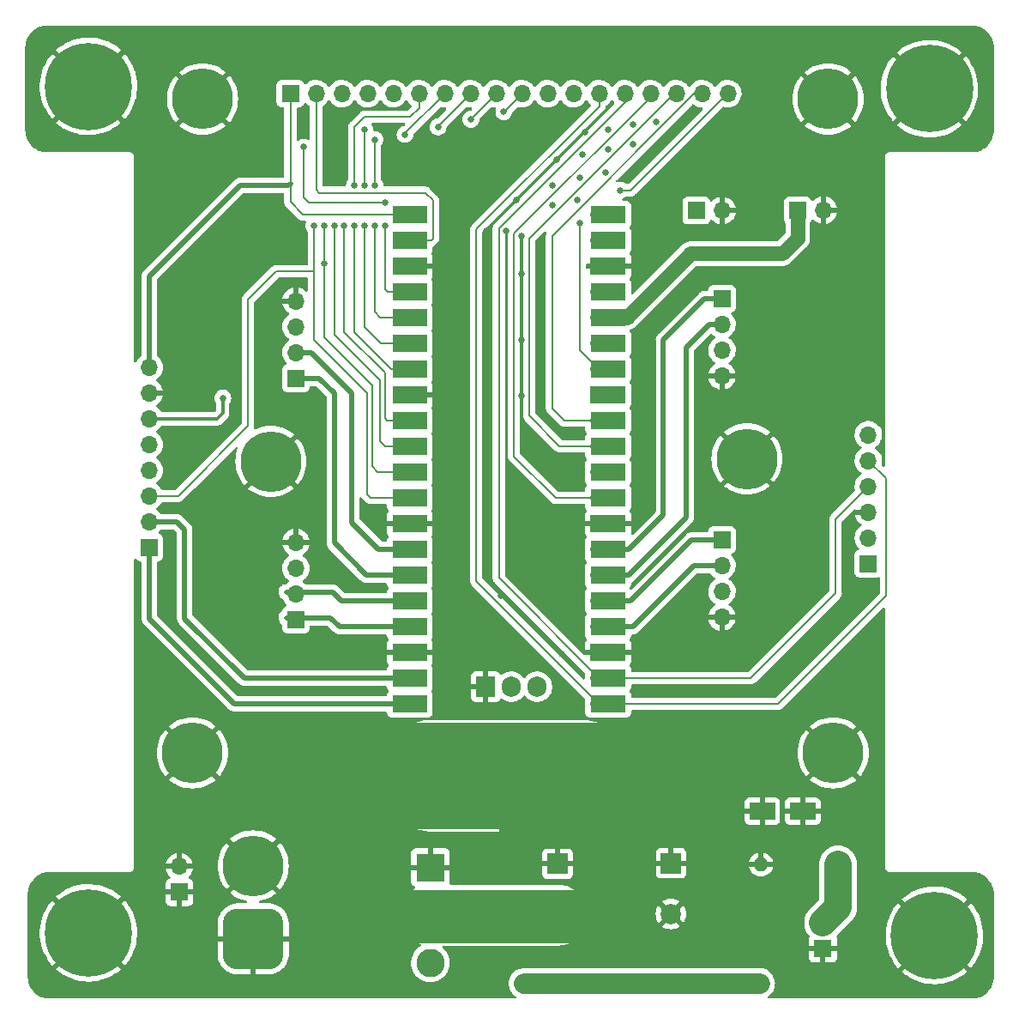
<source format=gbr>
%TF.GenerationSoftware,KiCad,Pcbnew,(6.0.9)*%
%TF.CreationDate,2022-12-13T14:30:36-05:00*%
%TF.ProjectId,Team5_Coaster_post_mdr_100x100,5465616d-355f-4436-9f61-737465725f70,rev?*%
%TF.SameCoordinates,Original*%
%TF.FileFunction,Copper,L1,Top*%
%TF.FilePolarity,Positive*%
%FSLAX46Y46*%
G04 Gerber Fmt 4.6, Leading zero omitted, Abs format (unit mm)*
G04 Created by KiCad (PCBNEW (6.0.9)) date 2022-12-13 14:30:36*
%MOMM*%
%LPD*%
G01*
G04 APERTURE LIST*
G04 Aperture macros list*
%AMRoundRect*
0 Rectangle with rounded corners*
0 $1 Rounding radius*
0 $2 $3 $4 $5 $6 $7 $8 $9 X,Y pos of 4 corners*
0 Add a 4 corners polygon primitive as box body*
4,1,4,$2,$3,$4,$5,$6,$7,$8,$9,$2,$3,0*
0 Add four circle primitives for the rounded corners*
1,1,$1+$1,$2,$3*
1,1,$1+$1,$4,$5*
1,1,$1+$1,$6,$7*
1,1,$1+$1,$8,$9*
0 Add four rect primitives between the rounded corners*
20,1,$1+$1,$2,$3,$4,$5,0*
20,1,$1+$1,$4,$5,$6,$7,0*
20,1,$1+$1,$6,$7,$8,$9,0*
20,1,$1+$1,$8,$9,$2,$3,0*%
G04 Aperture macros list end*
%TA.AperFunction,ComponentPad*%
%ADD10C,6.000000*%
%TD*%
%TA.AperFunction,ComponentPad*%
%ADD11R,1.700000X1.700000*%
%TD*%
%TA.AperFunction,ComponentPad*%
%ADD12O,1.700000X1.700000*%
%TD*%
%TA.AperFunction,ComponentPad*%
%ADD13R,2.794000X2.794000*%
%TD*%
%TA.AperFunction,ComponentPad*%
%ADD14C,2.794000*%
%TD*%
%TA.AperFunction,ComponentPad*%
%ADD15C,0.900000*%
%TD*%
%TA.AperFunction,ComponentPad*%
%ADD16C,8.600000*%
%TD*%
%TA.AperFunction,SMDPad,CuDef*%
%ADD17R,2.500000X1.700000*%
%TD*%
%TA.AperFunction,ComponentPad*%
%ADD18R,1.800000X1.800000*%
%TD*%
%TA.AperFunction,ComponentPad*%
%ADD19C,1.800000*%
%TD*%
%TA.AperFunction,ComponentPad*%
%ADD20R,2.000000X2.000000*%
%TD*%
%TA.AperFunction,ComponentPad*%
%ADD21O,2.000000X2.000000*%
%TD*%
%TA.AperFunction,ComponentPad*%
%ADD22C,2.000000*%
%TD*%
%TA.AperFunction,ComponentPad*%
%ADD23R,1.905000X2.000000*%
%TD*%
%TA.AperFunction,ComponentPad*%
%ADD24O,1.905000X2.000000*%
%TD*%
%TA.AperFunction,ComponentPad*%
%ADD25RoundRect,1.500000X1.500000X-1.500000X1.500000X1.500000X-1.500000X1.500000X-1.500000X-1.500000X0*%
%TD*%
%TA.AperFunction,ComponentPad*%
%ADD26C,1.400000*%
%TD*%
%TA.AperFunction,ComponentPad*%
%ADD27O,1.400000X1.400000*%
%TD*%
%TA.AperFunction,SMDPad,CuDef*%
%ADD28R,3.500000X1.700000*%
%TD*%
%TA.AperFunction,ViaPad*%
%ADD29C,0.650000*%
%TD*%
%TA.AperFunction,Conductor*%
%ADD30C,10.000000*%
%TD*%
%TA.AperFunction,Conductor*%
%ADD31C,5.000000*%
%TD*%
%TA.AperFunction,Conductor*%
%ADD32C,2.000000*%
%TD*%
%TA.AperFunction,Conductor*%
%ADD33C,0.500000*%
%TD*%
%TA.AperFunction,Conductor*%
%ADD34C,2.700000*%
%TD*%
%TA.AperFunction,Conductor*%
%ADD35C,1.400000*%
%TD*%
%TA.AperFunction,Conductor*%
%ADD36C,0.200000*%
%TD*%
%TA.AperFunction,Conductor*%
%ADD37C,0.300000*%
%TD*%
G04 APERTURE END LIST*
D10*
%TO.P,J11,1,Pin_1*%
%TO.N,GND*%
X95500000Y-131750000D03*
%TD*%
D11*
%TO.P,RF1,1,IN1*%
%TO.N,RF1*%
X147775000Y-86950000D03*
D12*
%TO.P,RF1,2,IN2*%
%TO.N,RF2*%
X147775000Y-89490000D03*
%TO.P,RF1,3,VM*%
%TO.N,+10V*%
X147775000Y-92030000D03*
%TO.P,RF1,4,GND*%
%TO.N,GND*%
X147775000Y-94570000D03*
%TD*%
D10*
%TO.P,J15,1,Pin_1*%
%TO.N,GND*%
X158250000Y-67250000D03*
%TD*%
D13*
%TO.P,SW1,1,A*%
%TO.N,VCC*%
X119000000Y-143051000D03*
D14*
%TO.P,SW1,2,B*%
%TO.N,Net-(D1-Pad2)*%
X119000000Y-147750000D03*
%TO.P,SW1,3,C*%
%TO.N,unconnected-(SW1-Pad3)*%
X119000000Y-152449000D03*
%TD*%
D11*
%TO.P,J13,1,Pin_1*%
%TO.N,+3V3*%
X155250000Y-78225000D03*
D12*
%TO.P,J13,2,Pin_2*%
%TO.N,GND*%
X157790000Y-78225000D03*
%TD*%
D15*
%TO.P,H3,1,1*%
%TO.N,GND*%
X171975000Y-149750000D03*
D16*
X168750000Y-149750000D03*
D15*
X171030419Y-147469581D03*
X168750000Y-152975000D03*
X166469581Y-152030419D03*
X165525000Y-149750000D03*
X166469581Y-147469581D03*
X171030419Y-152030419D03*
X168750000Y-146525000D03*
%TD*%
D11*
%TO.P,J9,1,Pin_1*%
%TO.N,GPIO15*%
X91250000Y-111490000D03*
D12*
%TO.P,J9,2,Pin_2*%
%TO.N,CTS*%
X91250000Y-108950000D03*
%TO.P,J9,3,Pin_3*%
%TO.N,GPIO9*%
X91250000Y-106410000D03*
%TO.P,J9,4,Pin_4*%
%TO.N,GPIO8*%
X91250000Y-103870000D03*
%TO.P,J9,5,Pin_5*%
%TO.N,+3V3*%
X91250000Y-101330000D03*
%TO.P,J9,6,Pin_6*%
%TO.N,GPIO1*%
X91250000Y-98790000D03*
%TO.P,J9,7,Pin_7*%
%TO.N,GND*%
X91250000Y-96250000D03*
%TO.P,J9,8,Pin_8*%
%TO.N,DFU*%
X91250000Y-93710000D03*
%TD*%
D17*
%TO.P,Z1,A*%
%TO.N,GND*%
X155750000Y-137500000D03*
%TO.P,Z1,K*%
%TO.N,+10V*%
X151750000Y-137500000D03*
%TD*%
D18*
%TO.P,D3,1,K*%
%TO.N,GND*%
X157750000Y-151025000D03*
D19*
%TO.P,D3,2,A*%
%TO.N,Net-(D3-Pad2)*%
X157750000Y-148485000D03*
%TD*%
D20*
%TO.P,D1,1,K*%
%TO.N,+10V*%
X131555000Y-142695354D03*
D21*
%TO.P,D1,2,A*%
%TO.N,Net-(D1-Pad2)*%
X131555000Y-147775354D03*
%TD*%
D15*
%TO.P,H1,1,1*%
%TO.N,GND*%
X85250000Y-62775000D03*
X87530419Y-63719581D03*
D16*
X85250000Y-66000000D03*
D15*
X88475000Y-66000000D03*
X82969581Y-68280419D03*
X82025000Y-66000000D03*
X85250000Y-69225000D03*
X87530419Y-68280419D03*
X82969581Y-63719581D03*
%TD*%
D10*
%TO.P,J14,1,Pin_1*%
%TO.N,GND*%
X158750000Y-131750000D03*
%TD*%
%TO.P,J12,1,Pin_1*%
%TO.N,GND*%
X103250000Y-103000000D03*
%TD*%
D11*
%TO.P,J8,1,Pin_1*%
%TO.N,DFU*%
X105175000Y-66725000D03*
D12*
%TO.P,J8,2,Pin_2*%
%TO.N,GPIO1*%
X107715000Y-66725000D03*
%TO.P,J8,3,Pin_3*%
%TO.N,GPIO2*%
X110255000Y-66725000D03*
%TO.P,J8,4,Pin_4*%
%TO.N,GPIO3*%
X112795000Y-66725000D03*
%TO.P,J8,5,Pin_5*%
%TO.N,GPIO4*%
X115335000Y-66725000D03*
%TO.P,J8,6,Pin_6*%
%TO.N,GPIO5*%
X117875000Y-66725000D03*
%TO.P,J8,7,Pin_7*%
%TO.N,GPIO6*%
X120415000Y-66725000D03*
%TO.P,J8,8,Pin_8*%
%TO.N,GPIO7*%
X122955000Y-66725000D03*
%TO.P,J8,9,Pin_9*%
%TO.N,GPIO8*%
X125495000Y-66725000D03*
%TO.P,J8,10,Pin_10*%
%TO.N,GPIO9*%
X128035000Y-66725000D03*
%TO.P,J8,11,Pin_11*%
%TO.N,CTS*%
X130575000Y-66725000D03*
%TO.P,J8,12,Pin_12*%
%TO.N,GPIO15*%
X133115000Y-66725000D03*
%TO.P,J8,13,Pin_13*%
%TO.N,GPIO16*%
X135655000Y-66725000D03*
%TO.P,J8,14,Pin_14*%
%TO.N,GPIO17*%
X138195000Y-66725000D03*
%TO.P,J8,15,Pin_15*%
%TO.N,GPIO22*%
X140735000Y-66725000D03*
%TO.P,J8,16,Pin_16*%
%TO.N,GPIO26*%
X143275000Y-66725000D03*
%TO.P,J8,17,Pin_17*%
%TO.N,GPIO27*%
X145815000Y-66725000D03*
%TO.P,J8,18,Pin_18*%
%TO.N,GPIO28*%
X148355000Y-66725000D03*
%TD*%
D20*
%TO.P,C1,1*%
%TO.N,+10V*%
X142750000Y-142632323D03*
D22*
%TO.P,C1,2*%
%TO.N,GND*%
X142750000Y-147632323D03*
%TD*%
D10*
%TO.P,J5,1,Pin_1*%
%TO.N,GND*%
X96500000Y-67250000D03*
%TD*%
D23*
%TO.P,U2,1,GND*%
%TO.N,GND*%
X124460000Y-125222500D03*
D24*
%TO.P,U2,2,VI*%
%TO.N,VSYS*%
X127000000Y-125222500D03*
%TO.P,U2,3,VO*%
%TO.N,+10V*%
X129540000Y-125222500D03*
%TD*%
D11*
%TO.P,J2,1,Pin_1*%
%TO.N,unconnected-(J2-Pad1)*%
X162225000Y-113075000D03*
D12*
%TO.P,J2,2,Pin_2*%
%TO.N,+3V3*%
X162225000Y-110535000D03*
%TO.P,J2,3,Pin_3*%
%TO.N,GND*%
X162225000Y-107995000D03*
%TO.P,J2,4,Pin_4*%
%TO.N,GPIO17*%
X162225000Y-105455000D03*
%TO.P,J2,5,Pin_5*%
%TO.N,GPIO16*%
X162225000Y-102915000D03*
%TO.P,J2,6,Pin_6*%
%TO.N,unconnected-(J2-Pad6)*%
X162225000Y-100375000D03*
%TD*%
D11*
%TO.P,J4,1,Pin_1*%
%TO.N,VSYS*%
X145250000Y-78252500D03*
D12*
%TO.P,J4,2,Pin_2*%
%TO.N,GND*%
X147790000Y-78252500D03*
%TD*%
D16*
%TO.P,H2,1,1*%
%TO.N,GND*%
X168250000Y-66250000D03*
D15*
X171475000Y-66250000D03*
X165969581Y-68530419D03*
X168250000Y-63025000D03*
X170530419Y-63969581D03*
X165025000Y-66250000D03*
X168250000Y-69475000D03*
X165969581Y-63969581D03*
X170530419Y-68530419D03*
%TD*%
D25*
%TO.P,J1,1,Pin_1*%
%TO.N,GND*%
X101500000Y-150100000D03*
D10*
%TO.P,J1,2,Pin_2*%
%TO.N,VCC*%
X101500000Y-142900000D03*
%TD*%
D11*
%TO.P,J6,1,Pin_1*%
%TO.N,GND*%
X94225000Y-145500000D03*
D12*
%TO.P,J6,2,Pin_2*%
%TO.N,VCC*%
X94225000Y-142960000D03*
%TD*%
D26*
%TO.P,R1,1*%
%TO.N,Net-(D3-Pad2)*%
X159250000Y-142750000D03*
D27*
%TO.P,R1,2*%
%TO.N,+10V*%
X151630000Y-142750000D03*
%TD*%
D11*
%TO.P,LB1,1,IN1*%
%TO.N,LB1*%
X105725000Y-118620000D03*
D12*
%TO.P,LB1,2,IN2*%
%TO.N,LB2*%
X105725000Y-116080000D03*
%TO.P,LB1,3,VM*%
%TO.N,+10V*%
X105725000Y-113540000D03*
%TO.P,LB1,4,GND*%
%TO.N,GND*%
X105725000Y-111000000D03*
%TD*%
D15*
%TO.P,H4,1,1*%
%TO.N,GND*%
X82969581Y-151780419D03*
X87530419Y-147219581D03*
D16*
X85250000Y-149500000D03*
D15*
X82969581Y-147219581D03*
X88475000Y-149500000D03*
X87530419Y-151780419D03*
X85250000Y-146275000D03*
X82025000Y-149500000D03*
X85250000Y-152725000D03*
%TD*%
D11*
%TO.P,LF1,1,IN1*%
%TO.N,LF1*%
X105725000Y-94800000D03*
D12*
%TO.P,LF1,2,IN2*%
%TO.N,LF2*%
X105725000Y-92260000D03*
%TO.P,LF1,3,VM*%
%TO.N,+10V*%
X105725000Y-89720000D03*
%TO.P,LF1,4,GND*%
%TO.N,GND*%
X105725000Y-87180000D03*
%TD*%
D10*
%TO.P,J7,1,Pin_1*%
%TO.N,+10V*%
X119250000Y-134027500D03*
%TD*%
%TO.P,J3,1,Pin_1*%
%TO.N,+10V*%
X133750000Y-134027500D03*
%TD*%
%TO.P,J10,1,Pin_1*%
%TO.N,GND*%
X150250000Y-102750000D03*
%TD*%
D11*
%TO.P,RB1,1,IN1*%
%TO.N,RB1*%
X147775000Y-110750000D03*
D12*
%TO.P,RB1,2,IN2*%
%TO.N,RB2*%
X147775000Y-113290000D03*
%TO.P,RB1,3,VM*%
%TO.N,+10V*%
X147775000Y-115830000D03*
%TO.P,RB1,4,GND*%
%TO.N,GND*%
X147775000Y-118370000D03*
%TD*%
%TO.P,U1,1,GPIO0*%
%TO.N,DFU*%
X117860000Y-78647500D03*
D28*
X116960000Y-78647500D03*
D12*
%TO.P,U1,2,GPIO1*%
%TO.N,GPIO1*%
X117860000Y-81187500D03*
D28*
X116960000Y-81187500D03*
D11*
%TO.P,U1,3,GND*%
%TO.N,GND*%
X117860000Y-83727500D03*
D28*
X116960000Y-83727500D03*
%TO.P,U1,4,GPIO2*%
%TO.N,GPIO2*%
X116960000Y-86267500D03*
D12*
X117860000Y-86267500D03*
%TO.P,U1,5,GPIO3*%
%TO.N,GPIO3*%
X117860000Y-88807500D03*
D28*
X116960000Y-88807500D03*
%TO.P,U1,6,GPIO4*%
%TO.N,GPIO4*%
X116960000Y-91347500D03*
D12*
X117860000Y-91347500D03*
D28*
%TO.P,U1,7,GPIO5*%
%TO.N,GPIO5*%
X116960000Y-93887500D03*
D12*
X117860000Y-93887500D03*
D28*
%TO.P,U1,8,GND*%
%TO.N,GND*%
X116960000Y-96427500D03*
D11*
X117860000Y-96427500D03*
D28*
%TO.P,U1,9,GPIO6*%
%TO.N,GPIO6*%
X116960000Y-98967500D03*
D12*
X117860000Y-98967500D03*
D28*
%TO.P,U1,10,GPIO7*%
%TO.N,GPIO7*%
X116960000Y-101507500D03*
D12*
X117860000Y-101507500D03*
D28*
%TO.P,U1,11,GPIO8*%
%TO.N,GPIO8*%
X116960000Y-104047500D03*
D12*
X117860000Y-104047500D03*
D28*
%TO.P,U1,12,GPIO9*%
%TO.N,GPIO9*%
X116960000Y-106587500D03*
D12*
X117860000Y-106587500D03*
D28*
%TO.P,U1,13,GND*%
%TO.N,GND*%
X116960000Y-109127500D03*
D11*
X117860000Y-109127500D03*
D28*
%TO.P,U1,14,GPIO10*%
%TO.N,LF2*%
X116960000Y-111667500D03*
D12*
X117860000Y-111667500D03*
%TO.P,U1,15,GPIO11*%
%TO.N,LF1*%
X117860000Y-114207500D03*
D28*
X116960000Y-114207500D03*
D12*
%TO.P,U1,16,GPIO12*%
%TO.N,LB2*%
X117860000Y-116747500D03*
D28*
X116960000Y-116747500D03*
D12*
%TO.P,U1,17,GPIO13*%
%TO.N,LB1*%
X117860000Y-119287500D03*
D28*
X116960000Y-119287500D03*
%TO.P,U1,18,GND*%
%TO.N,GND*%
X116960000Y-121827500D03*
D11*
X117860000Y-121827500D03*
D12*
%TO.P,U1,19,GPIO14*%
%TO.N,CTS*%
X117860000Y-124367500D03*
D28*
X116960000Y-124367500D03*
D12*
%TO.P,U1,20,GPIO15*%
%TO.N,GPIO15*%
X117860000Y-126907500D03*
D28*
X116960000Y-126907500D03*
D12*
%TO.P,U1,21,GPIO16*%
%TO.N,GPIO16*%
X135640000Y-126907500D03*
D28*
X136540000Y-126907500D03*
%TO.P,U1,22,GPIO17*%
%TO.N,GPIO17*%
X136540000Y-124367500D03*
D12*
X135640000Y-124367500D03*
D28*
%TO.P,U1,23,GND*%
%TO.N,GND*%
X136540000Y-121827500D03*
D11*
X135640000Y-121827500D03*
D28*
%TO.P,U1,24,GPIO18*%
%TO.N,RB2*%
X136540000Y-119287500D03*
D12*
X135640000Y-119287500D03*
%TO.P,U1,25,GPIO19*%
%TO.N,RB1*%
X135640000Y-116747500D03*
D28*
X136540000Y-116747500D03*
D12*
%TO.P,U1,26,GPIO20*%
%TO.N,RF2*%
X135640000Y-114207500D03*
D28*
X136540000Y-114207500D03*
D12*
%TO.P,U1,27,GPIO21*%
%TO.N,RF1*%
X135640000Y-111667500D03*
D28*
X136540000Y-111667500D03*
%TO.P,U1,28,GND*%
%TO.N,GND*%
X136540000Y-109127500D03*
D11*
X135640000Y-109127500D03*
D28*
%TO.P,U1,29,GPIO22*%
%TO.N,GPIO22*%
X136540000Y-106587500D03*
D12*
X135640000Y-106587500D03*
%TO.P,U1,30,RUN*%
%TO.N,unconnected-(U1-Pad30)*%
X135640000Y-104047500D03*
D28*
X136540000Y-104047500D03*
D12*
%TO.P,U1,31,GPIO26_ADC0*%
%TO.N,GPIO26*%
X135640000Y-101507500D03*
D28*
X136540000Y-101507500D03*
%TO.P,U1,32,GPIO27_ADC1*%
%TO.N,GPIO27*%
X136540000Y-98967500D03*
D12*
X135640000Y-98967500D03*
D11*
%TO.P,U1,33,AGND*%
%TO.N,unconnected-(U1-Pad33)*%
X135640000Y-96427500D03*
D28*
X136540000Y-96427500D03*
D12*
%TO.P,U1,34,GPIO28_ADC2*%
%TO.N,GPIO28*%
X135640000Y-93887500D03*
D28*
X136540000Y-93887500D03*
D12*
%TO.P,U1,35,ADC_VREF*%
%TO.N,unconnected-(U1-Pad35)*%
X135640000Y-91347500D03*
D28*
X136540000Y-91347500D03*
%TO.P,U1,36,3V3*%
%TO.N,+3V3*%
X136540000Y-88807500D03*
D12*
X135640000Y-88807500D03*
D28*
%TO.P,U1,37,3V3_EN*%
%TO.N,unconnected-(U1-Pad37)*%
X136540000Y-86267500D03*
D12*
X135640000Y-86267500D03*
D11*
%TO.P,U1,38,GND*%
%TO.N,GND*%
X135640000Y-83727500D03*
D28*
X136540000Y-83727500D03*
%TO.P,U1,39,VSYS*%
%TO.N,VSYS*%
X136540000Y-81187500D03*
D12*
X135640000Y-81187500D03*
D28*
%TO.P,U1,40,VBUS*%
%TO.N,unconnected-(U1-Pad40)*%
X136540000Y-78647500D03*
D12*
X135640000Y-78647500D03*
%TD*%
D29*
%TO.N,*%
X151500000Y-154500000D03*
X128250000Y-154500000D03*
%TO.N,GND*%
X121250000Y-83750000D03*
X94000000Y-75750000D03*
X110500000Y-70250000D03*
X130250000Y-112000000D03*
X134250000Y-70500000D03*
X152750000Y-115500000D03*
X124750000Y-102750000D03*
X128750000Y-101000000D03*
X130250000Y-109750000D03*
X129750000Y-93500000D03*
X130250000Y-98500000D03*
X144000000Y-69500000D03*
X93000000Y-114250000D03*
X136500000Y-70250000D03*
X130000000Y-87750000D03*
X124500000Y-112500000D03*
X121250000Y-105750000D03*
X121250000Y-89000000D03*
X94500000Y-120250000D03*
X139000000Y-69750000D03*
X95433411Y-102683411D03*
X108750000Y-72000000D03*
X141500000Y-71750000D03*
X131500000Y-73250000D03*
X141250000Y-69500000D03*
X131250000Y-69250000D03*
X121250000Y-109750000D03*
X124500000Y-91750000D03*
X97750000Y-100250000D03*
X99250000Y-114500000D03*
X127750000Y-112000000D03*
X133250000Y-119750000D03*
X121250000Y-104000000D03*
X92250000Y-76250000D03*
X159000000Y-92250000D03*
X91500000Y-73500000D03*
X131000000Y-75750000D03*
X91500000Y-75750000D03*
X124500000Y-108000000D03*
X121250000Y-118000000D03*
X94000000Y-73500000D03*
X130500000Y-103000000D03*
X98500000Y-114000000D03*
X124500000Y-96500000D03*
X160000000Y-92250000D03*
X124500000Y-80250000D03*
X128000000Y-96500000D03*
X131000000Y-77750000D03*
X101000000Y-114000000D03*
X121250000Y-121500000D03*
X126500000Y-80250000D03*
X130000000Y-81000000D03*
X128000000Y-80750000D03*
X158250000Y-91750000D03*
X97500000Y-123000000D03*
X124500000Y-87250000D03*
X136250000Y-74500000D03*
X120250000Y-123000000D03*
X128000000Y-84500000D03*
X158250000Y-89500000D03*
X133500000Y-77250000D03*
X93250000Y-76250000D03*
X127750000Y-72500000D03*
X98500000Y-111750000D03*
X136500000Y-72250000D03*
X124500000Y-72750000D03*
X160750000Y-89500000D03*
X121250000Y-99500000D03*
X124500000Y-83250000D03*
X129500000Y-112500000D03*
X121250000Y-113750000D03*
X128000000Y-91000000D03*
X127750000Y-109750000D03*
X160750000Y-91750000D03*
X129500000Y-70750000D03*
X104500000Y-125500000D03*
X152000000Y-112750000D03*
X134000000Y-72750000D03*
X126000000Y-116250000D03*
X154500000Y-112750000D03*
X101000000Y-111750000D03*
X121750000Y-73500000D03*
X127500000Y-77250000D03*
X154500000Y-115000000D03*
X100250000Y-114500000D03*
X132000000Y-122000000D03*
X152000000Y-115000000D03*
X139000000Y-71750000D03*
X128500000Y-112500000D03*
X133750000Y-75000000D03*
X139000000Y-74250000D03*
X121250000Y-76250000D03*
X121250000Y-94250000D03*
X100500000Y-125500000D03*
X121250000Y-79750000D03*
X153750000Y-115500000D03*
X93250000Y-117000000D03*
X106250000Y-69500000D03*
%TO.N,GPIO1*%
X98500000Y-96750000D03*
%TO.N,GPIO2*%
X106500000Y-72000000D03*
X114500000Y-77500000D03*
X114500000Y-79750000D03*
%TO.N,GPIO3*%
X113500000Y-71250000D03*
X113500000Y-75750000D03*
X113500000Y-79750000D03*
%TO.N,GPIO4*%
X112500000Y-79750000D03*
X112500000Y-70250000D03*
X112500000Y-75750000D03*
%TO.N,GPIO5*%
X111500000Y-75750000D03*
X111500000Y-79750000D03*
%TO.N,GPIO6*%
X110500000Y-79750000D03*
X116500000Y-70750000D03*
%TO.N,GPIO7*%
X119750000Y-70000000D03*
X109500000Y-79750000D03*
%TO.N,GPIO8*%
X108500000Y-79750000D03*
X123000000Y-69250000D03*
X108500000Y-83500000D03*
%TO.N,GPIO9*%
X107500000Y-79750000D03*
X126250000Y-68500000D03*
%TO.N,GPIO28*%
X137750000Y-76250000D03*
X133750000Y-79500000D03*
%TD*%
D30*
%TO.N,+10V*%
X119250000Y-134000000D02*
X133750000Y-134000000D01*
D31*
%TO.N,Net-(D1-Pad2)*%
X118985177Y-147750000D02*
X131514823Y-147750000D01*
D32*
%TO.N,*%
X128250000Y-154500000D02*
X151500000Y-154500000D01*
D33*
%TO.N,LF1*%
X109500000Y-96250000D02*
X108050000Y-94800000D01*
X108050000Y-94800000D02*
X105725000Y-94800000D01*
X112680000Y-114207500D02*
X109500000Y-111027500D01*
X117860000Y-114207500D02*
X112680000Y-114207500D01*
X109500000Y-111027500D02*
X109500000Y-96250000D01*
%TO.N,LF2*%
X111250000Y-96250000D02*
X107260000Y-92260000D01*
X113890000Y-111667500D02*
X111250000Y-109027500D01*
X107260000Y-92260000D02*
X105725000Y-92260000D01*
X117860000Y-111667500D02*
X113890000Y-111667500D01*
X111250000Y-109027500D02*
X111250000Y-96250000D01*
%TO.N,RB1*%
X144777500Y-110750000D02*
X147775000Y-110750000D01*
X138780000Y-116747500D02*
X144777500Y-110750000D01*
X135640000Y-116747500D02*
X138780000Y-116747500D01*
%TO.N,RB2*%
X135640000Y-119287500D02*
X138990000Y-119287500D01*
X138990000Y-119287500D02*
X144987500Y-113290000D01*
X144987500Y-113290000D02*
X147775000Y-113290000D01*
%TO.N,LB1*%
X104750000Y-118412500D02*
X109135000Y-118412500D01*
X110010000Y-119287500D02*
X117860000Y-119287500D01*
X109135000Y-118412500D02*
X110010000Y-119287500D01*
%TO.N,LB2*%
X110220000Y-116747500D02*
X117860000Y-116747500D01*
X104750000Y-115872500D02*
X109345000Y-115872500D01*
X109345000Y-115872500D02*
X110220000Y-116747500D01*
%TO.N,RF1*%
X146050000Y-86950000D02*
X142000000Y-91000000D01*
X142000000Y-108277500D02*
X138610000Y-111667500D01*
X147775000Y-86950000D02*
X146050000Y-86950000D01*
X138610000Y-111667500D02*
X135640000Y-111667500D01*
X142000000Y-91000000D02*
X142000000Y-108277500D01*
%TO.N,RF2*%
X147775000Y-89490000D02*
X146525000Y-89490000D01*
X138570000Y-114207500D02*
X135640000Y-114207500D01*
X146525000Y-89490000D02*
X144250000Y-91765000D01*
X144250000Y-108527500D02*
X138570000Y-114207500D01*
X144250000Y-91765000D02*
X144250000Y-108527500D01*
D34*
%TO.N,Net-(D3-Pad2)*%
X159250000Y-146985000D02*
X157750000Y-148485000D01*
X159250000Y-142750000D02*
X159250000Y-146985000D01*
D35*
%TO.N,+3V3*%
X155250000Y-81000000D02*
X155250000Y-78225000D01*
X144707500Y-82500000D02*
X153750000Y-82500000D01*
X135640000Y-88807500D02*
X138400000Y-88807500D01*
X153750000Y-82500000D02*
X155250000Y-81000000D01*
X138400000Y-88807500D02*
X144707500Y-82500000D01*
D36*
%TO.N,GPIO16*%
X135640000Y-126907500D02*
X153342500Y-126907500D01*
X164000000Y-116250000D02*
X164000000Y-104690000D01*
X135640000Y-126907500D02*
X123500000Y-114767500D01*
X135655000Y-67970000D02*
X135655000Y-66725000D01*
X123500000Y-114767500D02*
X123500000Y-80125000D01*
X164000000Y-104690000D02*
X162225000Y-102915000D01*
X153342500Y-126907500D02*
X164000000Y-116250000D01*
X123500000Y-80125000D02*
X135655000Y-67970000D01*
%TO.N,GPIO17*%
X159000000Y-116000000D02*
X159000000Y-108680000D01*
X159000000Y-108680000D02*
X162225000Y-105455000D01*
X135640000Y-124367500D02*
X150632500Y-124367500D01*
X125750000Y-80000000D02*
X138195000Y-67555000D01*
X138195000Y-67555000D02*
X138195000Y-66725000D01*
X125750000Y-114477500D02*
X125750000Y-80000000D01*
X135640000Y-124367500D02*
X125750000Y-114477500D01*
X150632500Y-124367500D02*
X159000000Y-116000000D01*
%TO.N,GPIO1*%
X119250000Y-81000000D02*
X119250000Y-77250000D01*
X118500000Y-76500000D02*
X108000000Y-76500000D01*
X107715000Y-76215000D02*
X107715000Y-66725000D01*
X117860000Y-81187500D02*
X119062500Y-81187500D01*
X108000000Y-76500000D02*
X107715000Y-76215000D01*
D37*
X98500000Y-96750000D02*
X98500000Y-98250000D01*
X98500000Y-98250000D02*
X97960000Y-98790000D01*
X97960000Y-98790000D02*
X91250000Y-98790000D01*
D36*
X119250000Y-77250000D02*
X118500000Y-76500000D01*
X119062500Y-81187500D02*
X119250000Y-81000000D01*
%TO.N,GPIO2*%
X107000000Y-77500000D02*
X106500000Y-77000000D01*
X114500000Y-86000000D02*
X114500000Y-79750000D01*
X116282500Y-86250000D02*
X114750000Y-86250000D01*
X114750000Y-86250000D02*
X114500000Y-86000000D01*
X106500000Y-77000000D02*
X106500000Y-72000000D01*
X114500000Y-77500000D02*
X107000000Y-77500000D01*
%TO.N,GPIO3*%
X117860000Y-88807500D02*
X114057500Y-88807500D01*
X113500000Y-88250000D02*
X113500000Y-79750000D01*
X113500000Y-75750000D02*
X113500000Y-71250000D01*
X113500000Y-88250000D02*
X114057500Y-88807500D01*
%TO.N,GPIO4*%
X112500000Y-89750000D02*
X114097500Y-91347500D01*
X112500000Y-75750000D02*
X112500000Y-70250000D01*
X117860000Y-91347500D02*
X114097500Y-91347500D01*
X112500000Y-89750000D02*
X112500000Y-79750000D01*
%TO.N,GPIO5*%
X117875000Y-68125000D02*
X117875000Y-66725000D01*
X111500000Y-75750000D02*
X111500000Y-70000000D01*
X117000000Y-69000000D02*
X117875000Y-68125000D01*
X115137500Y-93887500D02*
X111500000Y-90250000D01*
X112500000Y-69000000D02*
X117000000Y-69000000D01*
X111500000Y-70000000D02*
X112500000Y-69000000D01*
X117860000Y-93887500D02*
X115137500Y-93887500D01*
X111500000Y-90250000D02*
X111500000Y-79750000D01*
%TO.N,GPIO6*%
X114500000Y-94250000D02*
X110500000Y-90250000D01*
X117860000Y-98967500D02*
X114717500Y-98967500D01*
X114717500Y-98967500D02*
X114500000Y-98750000D01*
X120415000Y-66725000D02*
X116500000Y-70640000D01*
X110500000Y-90250000D02*
X110500000Y-79750000D01*
X116500000Y-70640000D02*
X116500000Y-70750000D01*
X114500000Y-98750000D02*
X114500000Y-94250000D01*
%TO.N,GPIO7*%
X114500000Y-101500000D02*
X114000000Y-101000000D01*
X114000000Y-101000000D02*
X114000000Y-95000000D01*
X119750000Y-70000000D02*
X119750000Y-69930000D01*
X119750000Y-69930000D02*
X122955000Y-66725000D01*
X114000000Y-95000000D02*
X109500000Y-90500000D01*
X109500000Y-90500000D02*
X109500000Y-79750000D01*
X117852500Y-101500000D02*
X114500000Y-101500000D01*
%TO.N,GPIO8*%
X113250000Y-103500000D02*
X113797500Y-104047500D01*
X108500000Y-83500000D02*
X108500000Y-79750000D01*
X113797500Y-104047500D02*
X117860000Y-104047500D01*
X113250000Y-95500000D02*
X113250000Y-103500000D01*
X108500000Y-90750000D02*
X113250000Y-95500000D01*
X123000000Y-69250000D02*
X123000000Y-69220000D01*
X123000000Y-69220000D02*
X125495000Y-66725000D01*
X108500000Y-83500000D02*
X108500000Y-90750000D01*
%TO.N,GPIO9*%
X107500000Y-84250000D02*
X103750000Y-84250000D01*
X107500000Y-84250000D02*
X107500000Y-91000000D01*
X113087500Y-106587500D02*
X117860000Y-106587500D01*
X112750000Y-106250000D02*
X113087500Y-106587500D01*
X94090000Y-106410000D02*
X91250000Y-106410000D01*
X112750000Y-96250000D02*
X112750000Y-106250000D01*
X101000000Y-99500000D02*
X94090000Y-106410000D01*
X107500000Y-91000000D02*
X112750000Y-96250000D01*
X101000000Y-87000000D02*
X101000000Y-99500000D01*
X103750000Y-84250000D02*
X101000000Y-87000000D01*
X126260000Y-68500000D02*
X128035000Y-66725000D01*
X107500000Y-84250000D02*
X107500000Y-79750000D01*
D33*
%TO.N,GPIO15*%
X91250000Y-118500000D02*
X91250000Y-111490000D01*
X117860000Y-126907500D02*
X99657500Y-126907500D01*
X99657500Y-126907500D02*
X91250000Y-118500000D01*
D36*
%TO.N,GPIO22*%
X127250000Y-102500000D02*
X127250000Y-80500000D01*
X131337500Y-106587500D02*
X127250000Y-102500000D01*
X135640000Y-106587500D02*
X131337500Y-106587500D01*
X127250000Y-80500000D02*
X140735000Y-67015000D01*
%TO.N,GPIO26*%
X131757500Y-101507500D02*
X128750000Y-98500000D01*
X128750000Y-98500000D02*
X128750000Y-81000000D01*
X128750000Y-81000000D02*
X143025000Y-66725000D01*
X135640000Y-101507500D02*
X131757500Y-101507500D01*
%TO.N,GPIO27*%
X131000000Y-80750000D02*
X145025000Y-66725000D01*
X131000000Y-97750000D02*
X131000000Y-80750000D01*
X145025000Y-66725000D02*
X145815000Y-66725000D01*
X135640000Y-98967500D02*
X132217500Y-98967500D01*
X132217500Y-98967500D02*
X131000000Y-97750000D01*
%TO.N,GPIO28*%
X135640000Y-93887500D02*
X133750000Y-91997500D01*
X137750000Y-76250000D02*
X138750000Y-76250000D01*
X133750000Y-91997500D02*
X133750000Y-79500000D01*
X138750000Y-76250000D02*
X148275000Y-66725000D01*
D33*
%TO.N,CTS*%
X94750000Y-118500000D02*
X94750000Y-109750000D01*
X100617500Y-124367500D02*
X94750000Y-118500000D01*
X93950000Y-108950000D02*
X91250000Y-108950000D01*
X117860000Y-124367500D02*
X100617500Y-124367500D01*
X94750000Y-109750000D02*
X93950000Y-108950000D01*
%TO.N,DFU*%
X105000000Y-75750000D02*
X100250000Y-75750000D01*
X105175000Y-75575000D02*
X105000000Y-75750000D01*
D36*
X117860000Y-78647500D02*
X106397500Y-78647500D01*
X105175000Y-77425000D02*
X105175000Y-75575000D01*
D33*
X91250000Y-84750000D02*
X91250000Y-93710000D01*
X100250000Y-75750000D02*
X91250000Y-84750000D01*
D36*
X106397500Y-78647500D02*
X105175000Y-77425000D01*
X105175000Y-75575000D02*
X105175000Y-66725000D01*
%TD*%
%TA.AperFunction,Conductor*%
%TO.N,+10V*%
G36*
X153692121Y-128770002D02*
G01*
X153738614Y-128823658D01*
X153750000Y-128876000D01*
X153750000Y-136515610D01*
X153729998Y-136583731D01*
X153676342Y-136630224D01*
X153606068Y-136640328D01*
X153541488Y-136610834D01*
X153501417Y-136544753D01*
X153498480Y-136532398D01*
X153453324Y-136411946D01*
X153444786Y-136396351D01*
X153368285Y-136294276D01*
X153355724Y-136281715D01*
X153253649Y-136205214D01*
X153238054Y-136196676D01*
X153117606Y-136151522D01*
X153102351Y-136147895D01*
X153051486Y-136142369D01*
X153044672Y-136142000D01*
X152022115Y-136142000D01*
X152006876Y-136146475D01*
X152005671Y-136147865D01*
X152004000Y-136155548D01*
X152004000Y-138839884D01*
X152008475Y-138855123D01*
X152009865Y-138856328D01*
X152017548Y-138857999D01*
X153044669Y-138857999D01*
X153051490Y-138857629D01*
X153102352Y-138852105D01*
X153117604Y-138848479D01*
X153238054Y-138803324D01*
X153253649Y-138794786D01*
X153355724Y-138718285D01*
X153368285Y-138705724D01*
X153444786Y-138603649D01*
X153453324Y-138588054D01*
X153498478Y-138467606D01*
X153501417Y-138455246D01*
X153536634Y-138393600D01*
X153599589Y-138360779D01*
X153670295Y-138367205D01*
X153726302Y-138410837D01*
X153750000Y-138484392D01*
X153750000Y-143874000D01*
X153729998Y-143942121D01*
X153676342Y-143988614D01*
X153624000Y-144000000D01*
X152350520Y-144000000D01*
X152282399Y-143979998D01*
X152235906Y-143926342D01*
X152225802Y-143856068D01*
X152255296Y-143791488D01*
X152278249Y-143770787D01*
X152404942Y-143682075D01*
X152413350Y-143675019D01*
X152555019Y-143533350D01*
X152562075Y-143524942D01*
X152677002Y-143360811D01*
X152682479Y-143351323D01*
X152767158Y-143169727D01*
X152770908Y-143159423D01*
X152807866Y-143021497D01*
X152807530Y-143007401D01*
X152799588Y-143004000D01*
X150465561Y-143004000D01*
X150452030Y-143007973D01*
X150450801Y-143016522D01*
X150489092Y-143159423D01*
X150492842Y-143169727D01*
X150577521Y-143351323D01*
X150582998Y-143360811D01*
X150697925Y-143524942D01*
X150704981Y-143533350D01*
X150846650Y-143675019D01*
X150855058Y-143682075D01*
X150981751Y-143770787D01*
X151026079Y-143826245D01*
X151033388Y-143896864D01*
X151001357Y-143960224D01*
X150940155Y-143996209D01*
X150909480Y-144000000D01*
X144336529Y-144000000D01*
X144268408Y-143979998D01*
X144221915Y-143926342D01*
X144211811Y-143856068D01*
X144218547Y-143829770D01*
X144248478Y-143749929D01*
X144252105Y-143734674D01*
X144257631Y-143683809D01*
X144258000Y-143676995D01*
X144258000Y-142904438D01*
X144253525Y-142889199D01*
X144252135Y-142887994D01*
X144244452Y-142886323D01*
X141260116Y-142886323D01*
X141244877Y-142890798D01*
X141243672Y-142892188D01*
X141242001Y-142899871D01*
X141242001Y-143676992D01*
X141242371Y-143683813D01*
X141247895Y-143734675D01*
X141251521Y-143749927D01*
X141281453Y-143829770D01*
X141286636Y-143900577D01*
X141252715Y-143962946D01*
X141190460Y-143997076D01*
X141163471Y-144000000D01*
X133165158Y-144000000D01*
X133097037Y-143979998D01*
X133050544Y-143926342D01*
X133040440Y-143856068D01*
X133047177Y-143829769D01*
X133053477Y-143812963D01*
X133057105Y-143797705D01*
X133062631Y-143746840D01*
X133063000Y-143740026D01*
X133063000Y-142967469D01*
X133058525Y-142952230D01*
X133057135Y-142951025D01*
X133049452Y-142949354D01*
X130065116Y-142949354D01*
X130049877Y-142953829D01*
X130048672Y-142955219D01*
X130047001Y-142962902D01*
X130047001Y-143740023D01*
X130047371Y-143746844D01*
X130052895Y-143797706D01*
X130056522Y-143812961D01*
X130062823Y-143829769D01*
X130068007Y-143900576D01*
X130034087Y-143962945D01*
X129971833Y-143997075D01*
X129944842Y-144000000D01*
X125876000Y-144000000D01*
X125807879Y-143979998D01*
X125761386Y-143926342D01*
X125750000Y-143874000D01*
X125750000Y-142478503D01*
X150452134Y-142478503D01*
X150452470Y-142492599D01*
X150460412Y-142496000D01*
X151357885Y-142496000D01*
X151373124Y-142491525D01*
X151374329Y-142490135D01*
X151376000Y-142482452D01*
X151376000Y-142477885D01*
X151884000Y-142477885D01*
X151888475Y-142493124D01*
X151889865Y-142494329D01*
X151897548Y-142496000D01*
X152794439Y-142496000D01*
X152807970Y-142492027D01*
X152809199Y-142483478D01*
X152770908Y-142340577D01*
X152767158Y-142330273D01*
X152682479Y-142148677D01*
X152677002Y-142139189D01*
X152562075Y-141975058D01*
X152555019Y-141966650D01*
X152413350Y-141824981D01*
X152404942Y-141817925D01*
X152240811Y-141702998D01*
X152231323Y-141697521D01*
X152049727Y-141612842D01*
X152039423Y-141609092D01*
X151901497Y-141572134D01*
X151887401Y-141572470D01*
X151884000Y-141580412D01*
X151884000Y-142477885D01*
X151376000Y-142477885D01*
X151376000Y-141585561D01*
X151372027Y-141572030D01*
X151363478Y-141570801D01*
X151220577Y-141609092D01*
X151210273Y-141612842D01*
X151028677Y-141697521D01*
X151019189Y-141702998D01*
X150855058Y-141817925D01*
X150846650Y-141824981D01*
X150704981Y-141966650D01*
X150697925Y-141975058D01*
X150582998Y-142139189D01*
X150577521Y-142148677D01*
X150492842Y-142330273D01*
X150489092Y-142340577D01*
X150452134Y-142478503D01*
X125750000Y-142478503D01*
X125750000Y-142423239D01*
X130047000Y-142423239D01*
X130051475Y-142438478D01*
X130052865Y-142439683D01*
X130060548Y-142441354D01*
X131282885Y-142441354D01*
X131298124Y-142436879D01*
X131299329Y-142435489D01*
X131301000Y-142427806D01*
X131301000Y-142423239D01*
X131809000Y-142423239D01*
X131813475Y-142438478D01*
X131814865Y-142439683D01*
X131822548Y-142441354D01*
X133044884Y-142441354D01*
X133060123Y-142436879D01*
X133061328Y-142435489D01*
X133062999Y-142427806D01*
X133062999Y-142360208D01*
X141242000Y-142360208D01*
X141246475Y-142375447D01*
X141247865Y-142376652D01*
X141255548Y-142378323D01*
X142477885Y-142378323D01*
X142493124Y-142373848D01*
X142494329Y-142372458D01*
X142496000Y-142364775D01*
X142496000Y-142360208D01*
X143004000Y-142360208D01*
X143008475Y-142375447D01*
X143009865Y-142376652D01*
X143017548Y-142378323D01*
X144239884Y-142378323D01*
X144255123Y-142373848D01*
X144256328Y-142372458D01*
X144257999Y-142364775D01*
X144257999Y-141587654D01*
X144257629Y-141580833D01*
X144252105Y-141529971D01*
X144248479Y-141514719D01*
X144203324Y-141394269D01*
X144194786Y-141378674D01*
X144118285Y-141276599D01*
X144105724Y-141264038D01*
X144003649Y-141187537D01*
X143988054Y-141178999D01*
X143867606Y-141133845D01*
X143852351Y-141130218D01*
X143801486Y-141124692D01*
X143794672Y-141124323D01*
X143022115Y-141124323D01*
X143006876Y-141128798D01*
X143005671Y-141130188D01*
X143004000Y-141137871D01*
X143004000Y-142360208D01*
X142496000Y-142360208D01*
X142496000Y-141142439D01*
X142491525Y-141127200D01*
X142490135Y-141125995D01*
X142482452Y-141124324D01*
X141705331Y-141124324D01*
X141698510Y-141124694D01*
X141647648Y-141130218D01*
X141632396Y-141133844D01*
X141511946Y-141178999D01*
X141496351Y-141187537D01*
X141394276Y-141264038D01*
X141381715Y-141276599D01*
X141305214Y-141378674D01*
X141296676Y-141394269D01*
X141251522Y-141514717D01*
X141247895Y-141529972D01*
X141242369Y-141580837D01*
X141242000Y-141587651D01*
X141242000Y-142360208D01*
X133062999Y-142360208D01*
X133062999Y-141650685D01*
X133062629Y-141643864D01*
X133057105Y-141593002D01*
X133053479Y-141577750D01*
X133008324Y-141457300D01*
X132999786Y-141441705D01*
X132923285Y-141339630D01*
X132910724Y-141327069D01*
X132808649Y-141250568D01*
X132793054Y-141242030D01*
X132672606Y-141196876D01*
X132657351Y-141193249D01*
X132606486Y-141187723D01*
X132599672Y-141187354D01*
X131827115Y-141187354D01*
X131811876Y-141191829D01*
X131810671Y-141193219D01*
X131809000Y-141200902D01*
X131809000Y-142423239D01*
X131301000Y-142423239D01*
X131301000Y-141205470D01*
X131296525Y-141190231D01*
X131295135Y-141189026D01*
X131287452Y-141187355D01*
X130510331Y-141187355D01*
X130503510Y-141187725D01*
X130452648Y-141193249D01*
X130437396Y-141196875D01*
X130316946Y-141242030D01*
X130301351Y-141250568D01*
X130199276Y-141327069D01*
X130186715Y-141339630D01*
X130110214Y-141441705D01*
X130101676Y-141457300D01*
X130056522Y-141577748D01*
X130052895Y-141593003D01*
X130047369Y-141643868D01*
X130047000Y-141650682D01*
X130047000Y-142423239D01*
X125750000Y-142423239D01*
X125750000Y-139250000D01*
X107876000Y-139250000D01*
X107807879Y-139229998D01*
X107761386Y-139176342D01*
X107750000Y-139124000D01*
X107750000Y-138394669D01*
X149992001Y-138394669D01*
X149992371Y-138401490D01*
X149997895Y-138452352D01*
X150001521Y-138467604D01*
X150046676Y-138588054D01*
X150055214Y-138603649D01*
X150131715Y-138705724D01*
X150144276Y-138718285D01*
X150246351Y-138794786D01*
X150261946Y-138803324D01*
X150382394Y-138848478D01*
X150397649Y-138852105D01*
X150448514Y-138857631D01*
X150455328Y-138858000D01*
X151477885Y-138858000D01*
X151493124Y-138853525D01*
X151494329Y-138852135D01*
X151496000Y-138844452D01*
X151496000Y-137772115D01*
X151491525Y-137756876D01*
X151490135Y-137755671D01*
X151482452Y-137754000D01*
X150010116Y-137754000D01*
X149994877Y-137758475D01*
X149993672Y-137759865D01*
X149992001Y-137767548D01*
X149992001Y-138394669D01*
X107750000Y-138394669D01*
X107750000Y-136682686D01*
X116959960Y-136682686D01*
X116967418Y-136693054D01*
X117182662Y-136867354D01*
X117187984Y-136871221D01*
X117490823Y-137067887D01*
X117496532Y-137071183D01*
X117818275Y-137235120D01*
X117824286Y-137237796D01*
X118161395Y-137367200D01*
X118167672Y-137369240D01*
X118516463Y-137462698D01*
X118522901Y-137464067D01*
X118879560Y-137520555D01*
X118886104Y-137521243D01*
X119246699Y-137540141D01*
X119253301Y-137540141D01*
X119613896Y-137521243D01*
X119620440Y-137520555D01*
X119977099Y-137464067D01*
X119983537Y-137462698D01*
X120332328Y-137369240D01*
X120338605Y-137367200D01*
X120675714Y-137237796D01*
X120681725Y-137235120D01*
X121003468Y-137071183D01*
X121009177Y-137067887D01*
X121312016Y-136871221D01*
X121317338Y-136867354D01*
X121531634Y-136693822D01*
X121539327Y-136682686D01*
X131459960Y-136682686D01*
X131467418Y-136693054D01*
X131682662Y-136867354D01*
X131687984Y-136871221D01*
X131990823Y-137067887D01*
X131996532Y-137071183D01*
X132318275Y-137235120D01*
X132324286Y-137237796D01*
X132661395Y-137367200D01*
X132667672Y-137369240D01*
X133016463Y-137462698D01*
X133022901Y-137464067D01*
X133379560Y-137520555D01*
X133386104Y-137521243D01*
X133746699Y-137540141D01*
X133753301Y-137540141D01*
X134113896Y-137521243D01*
X134120440Y-137520555D01*
X134477099Y-137464067D01*
X134483537Y-137462698D01*
X134832328Y-137369240D01*
X134838605Y-137367200D01*
X135175714Y-137237796D01*
X135181725Y-137235120D01*
X135195924Y-137227885D01*
X149992000Y-137227885D01*
X149996475Y-137243124D01*
X149997865Y-137244329D01*
X150005548Y-137246000D01*
X151477885Y-137246000D01*
X151493124Y-137241525D01*
X151494329Y-137240135D01*
X151496000Y-137232452D01*
X151496000Y-136160116D01*
X151491525Y-136144877D01*
X151490135Y-136143672D01*
X151482452Y-136142001D01*
X150455331Y-136142001D01*
X150448510Y-136142371D01*
X150397648Y-136147895D01*
X150382396Y-136151521D01*
X150261946Y-136196676D01*
X150246351Y-136205214D01*
X150144276Y-136281715D01*
X150131715Y-136294276D01*
X150055214Y-136396351D01*
X150046676Y-136411946D01*
X150001522Y-136532394D01*
X149997895Y-136547649D01*
X149992369Y-136598514D01*
X149992000Y-136605328D01*
X149992000Y-137227885D01*
X135195924Y-137227885D01*
X135503468Y-137071183D01*
X135509177Y-137067887D01*
X135812016Y-136871221D01*
X135817338Y-136867354D01*
X136031634Y-136693822D01*
X136040100Y-136681567D01*
X136033766Y-136670476D01*
X133762812Y-134399522D01*
X133748868Y-134391908D01*
X133747035Y-134392039D01*
X133740420Y-134396290D01*
X131467100Y-136669610D01*
X131459960Y-136682686D01*
X121539327Y-136682686D01*
X121540100Y-136681567D01*
X121533766Y-136670476D01*
X119262812Y-134399522D01*
X119248868Y-134391908D01*
X119247035Y-134392039D01*
X119240420Y-134396290D01*
X116967100Y-136669610D01*
X116959960Y-136682686D01*
X107750000Y-136682686D01*
X107750000Y-136250000D01*
X105126000Y-136250000D01*
X105057879Y-136229998D01*
X105011386Y-136176342D01*
X105000000Y-136124000D01*
X105000000Y-134030801D01*
X115737359Y-134030801D01*
X115756257Y-134391396D01*
X115756945Y-134397940D01*
X115813433Y-134754599D01*
X115814802Y-134761037D01*
X115908260Y-135109828D01*
X115910300Y-135116105D01*
X116039704Y-135453214D01*
X116042380Y-135459225D01*
X116206317Y-135780968D01*
X116209613Y-135786677D01*
X116406279Y-136089516D01*
X116410146Y-136094838D01*
X116583678Y-136309134D01*
X116595933Y-136317600D01*
X116607024Y-136311266D01*
X118877978Y-134040312D01*
X118884356Y-134028632D01*
X119614408Y-134028632D01*
X119614539Y-134030465D01*
X119618790Y-134037080D01*
X121892110Y-136310400D01*
X121905186Y-136317540D01*
X121915554Y-136310082D01*
X122089854Y-136094838D01*
X122093721Y-136089516D01*
X122290387Y-135786677D01*
X122293683Y-135780968D01*
X122457620Y-135459225D01*
X122460296Y-135453214D01*
X122589700Y-135116105D01*
X122591740Y-135109828D01*
X122685198Y-134761037D01*
X122686567Y-134754599D01*
X122743055Y-134397940D01*
X122743743Y-134391396D01*
X122762641Y-134030801D01*
X130237359Y-134030801D01*
X130256257Y-134391396D01*
X130256945Y-134397940D01*
X130313433Y-134754599D01*
X130314802Y-134761037D01*
X130408260Y-135109828D01*
X130410300Y-135116105D01*
X130539704Y-135453214D01*
X130542380Y-135459225D01*
X130706317Y-135780968D01*
X130709613Y-135786677D01*
X130906279Y-136089516D01*
X130910146Y-136094838D01*
X131083678Y-136309134D01*
X131095933Y-136317600D01*
X131107024Y-136311266D01*
X133377978Y-134040312D01*
X133384356Y-134028632D01*
X134114408Y-134028632D01*
X134114539Y-134030465D01*
X134118790Y-134037080D01*
X136392110Y-136310400D01*
X136405186Y-136317540D01*
X136415554Y-136310082D01*
X136589854Y-136094838D01*
X136593721Y-136089516D01*
X136790387Y-135786677D01*
X136793683Y-135780968D01*
X136957620Y-135459225D01*
X136960296Y-135453214D01*
X137089700Y-135116105D01*
X137091740Y-135109828D01*
X137185198Y-134761037D01*
X137186567Y-134754599D01*
X137243055Y-134397940D01*
X137243743Y-134391396D01*
X137262641Y-134030801D01*
X137262641Y-134024199D01*
X137243743Y-133663604D01*
X137243055Y-133657060D01*
X137186567Y-133300401D01*
X137185198Y-133293963D01*
X137091740Y-132945172D01*
X137089700Y-132938895D01*
X136960296Y-132601786D01*
X136957620Y-132595775D01*
X136793683Y-132274032D01*
X136790387Y-132268323D01*
X136593721Y-131965484D01*
X136589854Y-131960162D01*
X136416322Y-131745866D01*
X136404067Y-131737400D01*
X136392976Y-131743734D01*
X134122022Y-134014688D01*
X134114408Y-134028632D01*
X133384356Y-134028632D01*
X133385592Y-134026368D01*
X133385461Y-134024535D01*
X133381210Y-134017920D01*
X131107890Y-131744600D01*
X131094814Y-131737460D01*
X131084446Y-131744918D01*
X130910146Y-131960162D01*
X130906279Y-131965484D01*
X130709613Y-132268323D01*
X130706317Y-132274032D01*
X130542380Y-132595775D01*
X130539704Y-132601786D01*
X130410300Y-132938895D01*
X130408260Y-132945172D01*
X130314802Y-133293963D01*
X130313433Y-133300401D01*
X130256945Y-133657060D01*
X130256257Y-133663604D01*
X130237359Y-134024199D01*
X130237359Y-134030801D01*
X122762641Y-134030801D01*
X122762641Y-134024199D01*
X122743743Y-133663604D01*
X122743055Y-133657060D01*
X122686567Y-133300401D01*
X122685198Y-133293963D01*
X122591740Y-132945172D01*
X122589700Y-132938895D01*
X122460296Y-132601786D01*
X122457620Y-132595775D01*
X122293683Y-132274032D01*
X122290387Y-132268323D01*
X122093721Y-131965484D01*
X122089854Y-131960162D01*
X121916322Y-131745866D01*
X121904067Y-131737400D01*
X121892976Y-131743734D01*
X119622022Y-134014688D01*
X119614408Y-134028632D01*
X118884356Y-134028632D01*
X118885592Y-134026368D01*
X118885461Y-134024535D01*
X118881210Y-134017920D01*
X116607890Y-131744600D01*
X116594814Y-131737460D01*
X116584446Y-131744918D01*
X116410146Y-131960162D01*
X116406279Y-131965484D01*
X116209613Y-132268323D01*
X116206317Y-132274032D01*
X116042380Y-132595775D01*
X116039704Y-132601786D01*
X115910300Y-132938895D01*
X115908260Y-132945172D01*
X115814802Y-133293963D01*
X115813433Y-133300401D01*
X115756945Y-133657060D01*
X115756257Y-133663604D01*
X115737359Y-134024199D01*
X115737359Y-134030801D01*
X105000000Y-134030801D01*
X105000000Y-131373433D01*
X116959900Y-131373433D01*
X116966234Y-131384524D01*
X119237188Y-133655478D01*
X119251132Y-133663092D01*
X119252965Y-133662961D01*
X119259580Y-133658710D01*
X121532900Y-131385390D01*
X121539429Y-131373433D01*
X131459900Y-131373433D01*
X131466234Y-131384524D01*
X133737188Y-133655478D01*
X133751132Y-133663092D01*
X133752965Y-133662961D01*
X133759580Y-133658710D01*
X136032900Y-131385390D01*
X136040040Y-131372314D01*
X136032582Y-131361946D01*
X135817338Y-131187646D01*
X135812016Y-131183779D01*
X135509177Y-130987113D01*
X135503468Y-130983817D01*
X135181725Y-130819880D01*
X135175714Y-130817204D01*
X134838605Y-130687800D01*
X134832328Y-130685760D01*
X134483537Y-130592302D01*
X134477099Y-130590933D01*
X134120440Y-130534445D01*
X134113896Y-130533757D01*
X133753301Y-130514859D01*
X133746699Y-130514859D01*
X133386104Y-130533757D01*
X133379560Y-130534445D01*
X133022901Y-130590933D01*
X133016463Y-130592302D01*
X132667672Y-130685760D01*
X132661395Y-130687800D01*
X132324286Y-130817204D01*
X132318275Y-130819880D01*
X131996532Y-130983817D01*
X131990823Y-130987113D01*
X131687984Y-131183779D01*
X131682662Y-131187646D01*
X131468366Y-131361178D01*
X131459900Y-131373433D01*
X121539429Y-131373433D01*
X121540040Y-131372314D01*
X121532582Y-131361946D01*
X121317338Y-131187646D01*
X121312016Y-131183779D01*
X121009177Y-130987113D01*
X121003468Y-130983817D01*
X120681725Y-130819880D01*
X120675714Y-130817204D01*
X120338605Y-130687800D01*
X120332328Y-130685760D01*
X119983537Y-130592302D01*
X119977099Y-130590933D01*
X119620440Y-130534445D01*
X119613896Y-130533757D01*
X119253301Y-130514859D01*
X119246699Y-130514859D01*
X118886104Y-130533757D01*
X118879560Y-130534445D01*
X118522901Y-130590933D01*
X118516463Y-130592302D01*
X118167672Y-130685760D01*
X118161395Y-130687800D01*
X117824286Y-130817204D01*
X117818275Y-130819880D01*
X117496532Y-130983817D01*
X117490823Y-130987113D01*
X117187984Y-131183779D01*
X117182662Y-131187646D01*
X116968366Y-131361178D01*
X116959900Y-131373433D01*
X105000000Y-131373433D01*
X105000000Y-128876000D01*
X105020002Y-128807879D01*
X105073658Y-128761386D01*
X105126000Y-128750000D01*
X153624000Y-128750000D01*
X153692121Y-128770002D01*
G37*
%TD.AperFunction*%
%TD*%
%TA.AperFunction,Conductor*%
%TO.N,GND*%
G36*
X134467026Y-67400144D02*
G01*
X134494875Y-67431994D01*
X134554987Y-67530088D01*
X134701250Y-67698938D01*
X134705225Y-67702238D01*
X134705228Y-67702241D01*
X134793924Y-67775878D01*
X134833559Y-67834781D01*
X134835057Y-67905762D01*
X134802534Y-67961917D01*
X123103766Y-79660685D01*
X123091375Y-79671552D01*
X123066013Y-79691013D01*
X123041526Y-79722925D01*
X123041523Y-79722928D01*
X122968476Y-79818124D01*
X122907162Y-79966149D01*
X122907162Y-79966150D01*
X122905414Y-79979426D01*
X122898243Y-80033896D01*
X122891500Y-80085115D01*
X122891500Y-80085120D01*
X122886250Y-80125000D01*
X122887328Y-80133188D01*
X122890422Y-80156690D01*
X122891500Y-80173136D01*
X122891500Y-114719364D01*
X122890422Y-114735807D01*
X122886250Y-114767500D01*
X122887328Y-114775689D01*
X122889334Y-114790929D01*
X122891500Y-114807380D01*
X122891500Y-114807385D01*
X122895352Y-114836638D01*
X122896983Y-114849028D01*
X122896983Y-114849030D01*
X122904343Y-114904934D01*
X122907162Y-114926351D01*
X122968476Y-115074376D01*
X122973503Y-115080927D01*
X122973504Y-115080929D01*
X123041520Y-115169569D01*
X123041526Y-115169575D01*
X123066013Y-115201487D01*
X123072568Y-115206517D01*
X123091379Y-115220952D01*
X123103770Y-115231819D01*
X134244595Y-126372644D01*
X134278621Y-126434956D01*
X134281500Y-126461739D01*
X134281500Y-126827719D01*
X134280787Y-126841107D01*
X134277251Y-126874195D01*
X134277548Y-126879348D01*
X134277548Y-126879351D01*
X134281291Y-126944263D01*
X134281500Y-126951516D01*
X134281500Y-127805634D01*
X134288255Y-127867816D01*
X134339385Y-128004205D01*
X134426739Y-128120761D01*
X134543295Y-128208115D01*
X134679684Y-128259245D01*
X134741866Y-128266000D01*
X135610826Y-128266000D01*
X135615443Y-128266085D01*
X135696673Y-128269064D01*
X135696677Y-128269064D01*
X135701837Y-128269253D01*
X135706957Y-128268597D01*
X135706959Y-128268597D01*
X135719261Y-128267021D01*
X135735271Y-128266000D01*
X138338134Y-128266000D01*
X138400316Y-128259245D01*
X138536705Y-128208115D01*
X138653261Y-128120761D01*
X138740615Y-128004205D01*
X138791745Y-127867816D01*
X138798500Y-127805634D01*
X138798500Y-127642000D01*
X138818502Y-127573879D01*
X138872158Y-127527386D01*
X138924500Y-127516000D01*
X153294364Y-127516000D01*
X153310807Y-127517078D01*
X153342500Y-127521250D01*
X153350689Y-127520172D01*
X153382374Y-127516001D01*
X153382384Y-127516000D01*
X153382385Y-127516000D01*
X153481957Y-127502891D01*
X153493164Y-127501416D01*
X153493166Y-127501415D01*
X153501351Y-127500338D01*
X153649376Y-127439024D01*
X153657149Y-127433060D01*
X153744572Y-127365977D01*
X153744575Y-127365974D01*
X153769934Y-127346515D01*
X153776487Y-127341487D01*
X153781517Y-127334932D01*
X153795952Y-127316121D01*
X153806819Y-127303730D01*
X163640804Y-117469745D01*
X163703116Y-117435719D01*
X163773931Y-117440784D01*
X163830767Y-117483331D01*
X163855578Y-117549851D01*
X163855899Y-117558840D01*
X163855899Y-142991377D01*
X163855897Y-142992147D01*
X163855423Y-143069721D01*
X163857890Y-143078352D01*
X163863549Y-143098153D01*
X163867127Y-143114915D01*
X163871319Y-143144187D01*
X163875033Y-143152355D01*
X163875033Y-143152356D01*
X163881947Y-143167562D01*
X163888395Y-143185086D01*
X163895450Y-143209771D01*
X163900242Y-143217365D01*
X163900243Y-143217368D01*
X163911229Y-143234780D01*
X163919368Y-143249863D01*
X163931607Y-143276782D01*
X163937468Y-143283584D01*
X163948369Y-143296235D01*
X163959472Y-143311239D01*
X163973175Y-143332958D01*
X163979900Y-143338897D01*
X163979903Y-143338901D01*
X163995337Y-143352532D01*
X164007381Y-143364724D01*
X164020826Y-143380327D01*
X164020829Y-143380329D01*
X164026686Y-143387127D01*
X164034215Y-143392007D01*
X164034216Y-143392008D01*
X164048234Y-143401094D01*
X164063108Y-143412385D01*
X164075616Y-143423431D01*
X164082350Y-143429378D01*
X164109110Y-143441942D01*
X164124090Y-143450263D01*
X164141382Y-143461471D01*
X164141387Y-143461473D01*
X164148914Y-143466352D01*
X164157507Y-143468922D01*
X164157512Y-143468924D01*
X164173519Y-143473711D01*
X164190963Y-143480372D01*
X164206075Y-143487467D01*
X164206077Y-143487468D01*
X164214199Y-143491281D01*
X164223066Y-143492662D01*
X164223067Y-143492662D01*
X164225752Y-143493080D01*
X164243416Y-143495830D01*
X164260131Y-143499613D01*
X164279865Y-143505515D01*
X164279871Y-143505516D01*
X164288465Y-143508086D01*
X164297436Y-143508141D01*
X164297437Y-143508141D01*
X164307496Y-143508202D01*
X164322905Y-143508296D01*
X164323688Y-143508329D01*
X164324785Y-143508500D01*
X164355776Y-143508500D01*
X164356546Y-143508502D01*
X164430184Y-143508952D01*
X164430185Y-143508952D01*
X164434120Y-143508976D01*
X164435464Y-143508592D01*
X164436809Y-143508500D01*
X172328758Y-143508500D01*
X172342726Y-143509277D01*
X172380405Y-143513480D01*
X172396890Y-143510592D01*
X172421186Y-143508729D01*
X172649700Y-143513386D01*
X172665693Y-143514735D01*
X172736376Y-143525264D01*
X172918168Y-143552345D01*
X172933864Y-143555717D01*
X173016336Y-143579020D01*
X173179513Y-143625127D01*
X173194640Y-143630464D01*
X173429469Y-143730547D01*
X173443807Y-143737770D01*
X173664001Y-143866901D01*
X173677298Y-143875884D01*
X173879293Y-144031973D01*
X173891335Y-144042571D01*
X174071828Y-144223064D01*
X174082426Y-144235106D01*
X174238515Y-144437101D01*
X174247499Y-144450399D01*
X174376630Y-144670593D01*
X174383852Y-144684931D01*
X174483932Y-144919749D01*
X174489273Y-144934886D01*
X174518740Y-145039173D01*
X174558683Y-145180535D01*
X174562055Y-145196231D01*
X174599665Y-145448703D01*
X174601014Y-145464699D01*
X174602424Y-145533926D01*
X174605523Y-145686002D01*
X174603353Y-145710385D01*
X174603227Y-145712655D01*
X174601463Y-145721454D01*
X174604540Y-145756876D01*
X174605426Y-145767073D01*
X174605899Y-145777978D01*
X174605899Y-153714359D01*
X174605122Y-153728327D01*
X174600919Y-153766006D01*
X174603807Y-153782491D01*
X174605670Y-153806787D01*
X174601313Y-154020561D01*
X174601013Y-154035299D01*
X174599664Y-154051294D01*
X174585408Y-154146993D01*
X174562053Y-154303776D01*
X174558683Y-154319461D01*
X174489270Y-154565120D01*
X174483939Y-154580233D01*
X174394993Y-154788929D01*
X174383852Y-154815069D01*
X174376629Y-154829407D01*
X174247498Y-155049601D01*
X174238515Y-155062898D01*
X174082426Y-155264893D01*
X174071828Y-155276935D01*
X173891340Y-155457423D01*
X173879288Y-155468030D01*
X173677298Y-155624114D01*
X173663995Y-155633101D01*
X173443806Y-155762229D01*
X173429468Y-155769451D01*
X173194650Y-155869531D01*
X173179513Y-155874872D01*
X173113473Y-155893532D01*
X172933864Y-155944282D01*
X172918168Y-155947654D01*
X172795940Y-155965862D01*
X172665693Y-155985264D01*
X172649700Y-155986613D01*
X172428392Y-155991123D01*
X172404042Y-155988956D01*
X172401744Y-155988828D01*
X172392945Y-155987064D01*
X172350822Y-155990723D01*
X172347322Y-155991027D01*
X172336418Y-155991500D01*
X152399001Y-155991500D01*
X152330880Y-155971498D01*
X152284387Y-155917842D01*
X152274283Y-155847568D01*
X152303777Y-155782988D01*
X152331858Y-155758880D01*
X152402288Y-155714528D01*
X152402291Y-155714526D01*
X152406567Y-155711833D01*
X152452166Y-155671633D01*
X152584858Y-155554650D01*
X152584861Y-155554647D01*
X152588655Y-155551302D01*
X152742734Y-155363722D01*
X152864841Y-155153922D01*
X152951833Y-154927298D01*
X153001474Y-154689680D01*
X153012486Y-154447183D01*
X153006964Y-154399455D01*
X152985167Y-154211071D01*
X152985166Y-154211067D01*
X152984585Y-154206044D01*
X152969544Y-154152888D01*
X152919866Y-153977331D01*
X152918490Y-153972468D01*
X152916356Y-153967892D01*
X152916354Y-153967886D01*
X152818038Y-153757046D01*
X152818036Y-153757042D01*
X152815901Y-153752464D01*
X152795213Y-153722022D01*
X152731442Y-153628188D01*
X152679456Y-153551693D01*
X152512668Y-153375319D01*
X152475235Y-153346699D01*
X152448709Y-153326418D01*
X165539122Y-153326418D01*
X165539171Y-153327110D01*
X165544617Y-153335274D01*
X165622268Y-153407812D01*
X165626507Y-153411433D01*
X165959802Y-153671363D01*
X165964359Y-153674602D01*
X166319448Y-153903880D01*
X166324250Y-153906686D01*
X166698316Y-154103491D01*
X166703374Y-154105871D01*
X167093435Y-154268638D01*
X167098690Y-154270561D01*
X167501676Y-154398008D01*
X167507075Y-154399455D01*
X167919796Y-154490575D01*
X167925307Y-154491537D01*
X168344501Y-154545610D01*
X168350064Y-154546077D01*
X168772405Y-154562670D01*
X168777997Y-154562641D01*
X169200125Y-154541626D01*
X169205708Y-154541098D01*
X169624305Y-154482640D01*
X169629792Y-154481623D01*
X170041543Y-154386185D01*
X170046929Y-154384681D01*
X170448567Y-154253018D01*
X170453784Y-154251046D01*
X170842126Y-154084202D01*
X170847169Y-154081764D01*
X171219131Y-153881063D01*
X171223935Y-153878188D01*
X171576563Y-153645231D01*
X171581126Y-153641916D01*
X171911658Y-153378529D01*
X171915873Y-153374852D01*
X171953823Y-153338649D01*
X171961763Y-153324890D01*
X171961713Y-153323843D01*
X171956822Y-153316032D01*
X171556507Y-152915717D01*
X170671210Y-152030419D01*
X170145122Y-151504332D01*
X168762812Y-150122022D01*
X168748868Y-150114408D01*
X168747035Y-150114539D01*
X168740420Y-150118790D01*
X167354879Y-151504331D01*
X166469581Y-152389628D01*
X165943494Y-152915716D01*
X165546736Y-153312474D01*
X165539122Y-153326418D01*
X152448709Y-153326418D01*
X152323846Y-153230953D01*
X152323842Y-153230950D01*
X152319826Y-153227880D01*
X152276570Y-153204686D01*
X152110352Y-153115561D01*
X152105891Y-153113169D01*
X151876369Y-153034138D01*
X151777022Y-153016978D01*
X151641074Y-152993496D01*
X151641068Y-152993495D01*
X151637164Y-152992821D01*
X151633203Y-152992641D01*
X151633202Y-152992641D01*
X151609494Y-152991564D01*
X151609475Y-152991564D01*
X151608075Y-152991500D01*
X128188999Y-152991500D01*
X128186491Y-152991702D01*
X128186486Y-152991702D01*
X128013076Y-153005654D01*
X128013071Y-153005655D01*
X128008035Y-153006060D01*
X128003127Y-153007266D01*
X128003124Y-153007266D01*
X127887007Y-153035787D01*
X127772294Y-153063963D01*
X127767642Y-153065938D01*
X127767638Y-153065939D01*
X127722088Y-153085274D01*
X127548844Y-153158812D01*
X127508761Y-153184054D01*
X127347712Y-153285472D01*
X127347709Y-153285474D01*
X127343433Y-153288167D01*
X127339639Y-153291512D01*
X127165142Y-153445350D01*
X127165139Y-153445353D01*
X127161345Y-153448698D01*
X127158135Y-153452606D01*
X127158134Y-153452607D01*
X127011550Y-153631063D01*
X127007266Y-153636278D01*
X126885159Y-153846078D01*
X126883346Y-153850801D01*
X126806384Y-154051297D01*
X126798167Y-154072702D01*
X126797133Y-154077652D01*
X126797132Y-154077655D01*
X126749895Y-154303769D01*
X126748526Y-154310320D01*
X126737514Y-154552817D01*
X126738095Y-154557837D01*
X126738095Y-154557841D01*
X126754191Y-154696947D01*
X126765415Y-154793956D01*
X126766791Y-154798820D01*
X126766792Y-154798823D01*
X126812476Y-154960266D01*
X126831510Y-155027532D01*
X126833644Y-155032108D01*
X126833646Y-155032114D01*
X126890446Y-155153922D01*
X126934099Y-155247536D01*
X127070544Y-155448307D01*
X127237332Y-155624681D01*
X127417239Y-155762230D01*
X127421390Y-155765404D01*
X127463358Y-155822669D01*
X127467703Y-155893532D01*
X127433047Y-155955496D01*
X127370393Y-155988886D01*
X127344861Y-155991500D01*
X81535641Y-155991500D01*
X81521672Y-155990723D01*
X81483994Y-155986520D01*
X81467509Y-155989408D01*
X81443213Y-155991271D01*
X81214699Y-155986614D01*
X81198706Y-155985265D01*
X81106287Y-155971498D01*
X80946231Y-155947655D01*
X80930535Y-155944283D01*
X80807712Y-155909578D01*
X80684886Y-155874873D01*
X80669749Y-155869532D01*
X80434931Y-155769452D01*
X80420593Y-155762230D01*
X80200404Y-155633102D01*
X80187101Y-155624115D01*
X79985111Y-155468031D01*
X79973059Y-155457424D01*
X79792576Y-155276941D01*
X79781969Y-155264889D01*
X79625885Y-155062899D01*
X79616898Y-155049596D01*
X79487770Y-154829407D01*
X79480548Y-154815069D01*
X79380468Y-154580251D01*
X79375126Y-154565110D01*
X79374429Y-154562641D01*
X79316392Y-154357246D01*
X79305717Y-154319465D01*
X79302345Y-154303769D01*
X79269274Y-154081764D01*
X79264735Y-154051294D01*
X79263386Y-154035299D01*
X79262958Y-154014261D01*
X79258877Y-153813992D01*
X79261045Y-153789631D01*
X79261172Y-153787345D01*
X79262936Y-153778546D01*
X79258973Y-153732927D01*
X79258500Y-153722022D01*
X79258500Y-153076418D01*
X82039122Y-153076418D01*
X82039171Y-153077110D01*
X82044617Y-153085274D01*
X82122268Y-153157812D01*
X82126507Y-153161433D01*
X82459802Y-153421363D01*
X82464359Y-153424602D01*
X82819448Y-153653880D01*
X82824250Y-153656686D01*
X83198316Y-153853491D01*
X83203374Y-153855871D01*
X83593435Y-154018638D01*
X83598690Y-154020561D01*
X84001676Y-154148008D01*
X84007075Y-154149455D01*
X84419796Y-154240575D01*
X84425307Y-154241537D01*
X84844501Y-154295610D01*
X84850064Y-154296077D01*
X85272405Y-154312670D01*
X85277997Y-154312641D01*
X85700125Y-154291626D01*
X85705708Y-154291098D01*
X86124305Y-154232640D01*
X86129792Y-154231623D01*
X86541543Y-154136185D01*
X86546929Y-154134681D01*
X86948567Y-154003018D01*
X86953784Y-154001046D01*
X87342126Y-153834202D01*
X87347169Y-153831764D01*
X87719131Y-153631063D01*
X87723935Y-153628188D01*
X88076563Y-153395231D01*
X88081126Y-153391916D01*
X88411658Y-153128529D01*
X88415873Y-153124852D01*
X88453823Y-153088649D01*
X88461763Y-153074890D01*
X88461713Y-153073843D01*
X88456822Y-153066032D01*
X88056507Y-152665717D01*
X87171210Y-151780419D01*
X86645122Y-151254332D01*
X85262812Y-149872022D01*
X85248868Y-149864408D01*
X85247035Y-149864539D01*
X85240420Y-149868790D01*
X83854879Y-151254331D01*
X82969581Y-152139628D01*
X82443494Y-152665716D01*
X82046736Y-153062474D01*
X82039122Y-153076418D01*
X79258500Y-153076418D01*
X79258500Y-149376825D01*
X80438855Y-149376825D01*
X80446600Y-149799410D01*
X80446950Y-149804974D01*
X80492231Y-150225208D01*
X80493078Y-150230746D01*
X80575535Y-150645286D01*
X80576864Y-150650698D01*
X80695852Y-151056289D01*
X80697658Y-151061564D01*
X80852219Y-151454948D01*
X80854501Y-151460072D01*
X81043416Y-151838150D01*
X81046140Y-151843043D01*
X81267917Y-152202833D01*
X81271068Y-152207469D01*
X81523955Y-152546127D01*
X81527488Y-152550444D01*
X81663222Y-152701988D01*
X81676717Y-152710351D01*
X81686128Y-152704662D01*
X82084283Y-152306507D01*
X82969581Y-151421210D01*
X83015576Y-151375215D01*
X83495668Y-150895122D01*
X84877978Y-149512812D01*
X84884356Y-149501132D01*
X85614408Y-149501132D01*
X85614539Y-149502965D01*
X85618790Y-149509580D01*
X87004331Y-150895121D01*
X87484423Y-151375214D01*
X87530418Y-151421209D01*
X88415716Y-152306506D01*
X88812142Y-152702932D01*
X88825903Y-152710446D01*
X88835263Y-152703989D01*
X89004244Y-152511303D01*
X89007744Y-152506935D01*
X89257073Y-152165645D01*
X89260168Y-152160987D01*
X89478160Y-151798903D01*
X89480841Y-151793964D01*
X89521257Y-151710915D01*
X97992001Y-151710915D01*
X97992061Y-151713672D01*
X97994601Y-151771855D01*
X97995317Y-151778972D01*
X98037999Y-152048453D01*
X98039978Y-152057023D01*
X98119504Y-152317143D01*
X98122655Y-152325353D01*
X98237613Y-152571882D01*
X98241876Y-152579572D01*
X98390024Y-152807700D01*
X98395314Y-152814719D01*
X98573783Y-153020024D01*
X98579976Y-153026217D01*
X98785281Y-153204686D01*
X98792300Y-153209976D01*
X99020428Y-153358124D01*
X99028118Y-153362387D01*
X99274647Y-153477345D01*
X99282857Y-153480496D01*
X99542977Y-153560022D01*
X99551547Y-153562001D01*
X99821044Y-153604685D01*
X99828128Y-153605399D01*
X99886331Y-153607940D01*
X99889083Y-153608000D01*
X101227885Y-153608000D01*
X101243124Y-153603525D01*
X101244329Y-153602135D01*
X101246000Y-153594452D01*
X101246000Y-153589884D01*
X101754000Y-153589884D01*
X101758475Y-153605123D01*
X101759865Y-153606328D01*
X101767548Y-153607999D01*
X103110915Y-153607999D01*
X103113672Y-153607939D01*
X103171855Y-153605399D01*
X103178972Y-153604683D01*
X103448453Y-153562001D01*
X103457023Y-153560022D01*
X103717143Y-153480496D01*
X103725353Y-153477345D01*
X103971882Y-153362387D01*
X103979572Y-153358124D01*
X104207700Y-153209976D01*
X104214719Y-153204686D01*
X104420024Y-153026217D01*
X104426217Y-153020024D01*
X104604686Y-152814719D01*
X104609976Y-152807700D01*
X104758124Y-152579572D01*
X104762387Y-152571882D01*
X104877345Y-152325353D01*
X104880496Y-152317143D01*
X104960022Y-152057023D01*
X104962001Y-152048453D01*
X105004685Y-151778956D01*
X105005399Y-151771872D01*
X105007940Y-151713669D01*
X105008000Y-151710917D01*
X105008000Y-150372115D01*
X105003525Y-150356876D01*
X105002135Y-150355671D01*
X104994452Y-150354000D01*
X101772115Y-150354000D01*
X101756876Y-150358475D01*
X101755671Y-150359865D01*
X101754000Y-150367548D01*
X101754000Y-153589884D01*
X101246000Y-153589884D01*
X101246000Y-150372115D01*
X101241525Y-150356876D01*
X101240135Y-150355671D01*
X101232452Y-150354000D01*
X98010116Y-150354000D01*
X97994877Y-150358475D01*
X97993672Y-150359865D01*
X97992001Y-150367548D01*
X97992001Y-151710915D01*
X89521257Y-151710915D01*
X89665779Y-151413946D01*
X89668014Y-151408780D01*
X89818442Y-151013815D01*
X89820201Y-151008496D01*
X89934920Y-150601730D01*
X89936204Y-150596259D01*
X90014315Y-150180883D01*
X90015102Y-150175346D01*
X90056035Y-149754102D01*
X90056308Y-149749665D01*
X90062788Y-149502233D01*
X90062746Y-149497762D01*
X90043917Y-149074973D01*
X90043419Y-149069386D01*
X89987155Y-148650499D01*
X89986162Y-148644976D01*
X89892883Y-148232748D01*
X89891410Y-148227361D01*
X89761847Y-147825025D01*
X89759910Y-147819815D01*
X89595098Y-147430599D01*
X89592683Y-147425536D01*
X89393936Y-147052535D01*
X89391085Y-147047713D01*
X89159974Y-146693865D01*
X89156692Y-146689297D01*
X88924426Y-146394669D01*
X92867001Y-146394669D01*
X92867371Y-146401490D01*
X92872895Y-146452352D01*
X92876521Y-146467604D01*
X92921676Y-146588054D01*
X92930214Y-146603649D01*
X93006715Y-146705724D01*
X93019276Y-146718285D01*
X93121351Y-146794786D01*
X93136946Y-146803324D01*
X93257394Y-146848478D01*
X93272649Y-146852105D01*
X93323514Y-146857631D01*
X93330328Y-146858000D01*
X93952885Y-146858000D01*
X93968124Y-146853525D01*
X93969329Y-146852135D01*
X93971000Y-146844452D01*
X93971000Y-146839884D01*
X94479000Y-146839884D01*
X94483475Y-146855123D01*
X94484865Y-146856328D01*
X94492548Y-146857999D01*
X95119669Y-146857999D01*
X95126490Y-146857629D01*
X95177352Y-146852105D01*
X95192604Y-146848479D01*
X95313054Y-146803324D01*
X95328649Y-146794786D01*
X95430724Y-146718285D01*
X95443285Y-146705724D01*
X95519786Y-146603649D01*
X95528324Y-146588054D01*
X95573478Y-146467606D01*
X95577105Y-146452351D01*
X95582631Y-146401486D01*
X95583000Y-146394672D01*
X95583000Y-145772115D01*
X95578525Y-145756876D01*
X95577135Y-145755671D01*
X95569452Y-145754000D01*
X94497115Y-145754000D01*
X94481876Y-145758475D01*
X94480671Y-145759865D01*
X94479000Y-145767548D01*
X94479000Y-146839884D01*
X93971000Y-146839884D01*
X93971000Y-145772115D01*
X93966525Y-145756876D01*
X93965135Y-145755671D01*
X93957452Y-145754000D01*
X92885116Y-145754000D01*
X92869877Y-145758475D01*
X92868672Y-145759865D01*
X92867001Y-145767548D01*
X92867001Y-146394669D01*
X88924426Y-146394669D01*
X88895030Y-146357380D01*
X88891382Y-146353155D01*
X88838103Y-146296715D01*
X88824389Y-146288705D01*
X88823517Y-146288742D01*
X88815438Y-146293772D01*
X88415717Y-146693493D01*
X87530419Y-147578790D01*
X87004332Y-148104878D01*
X85622022Y-149487188D01*
X85614408Y-149501132D01*
X84884356Y-149501132D01*
X84885592Y-149498868D01*
X84885461Y-149497035D01*
X84881210Y-149490420D01*
X83495669Y-148104879D01*
X82610372Y-147219581D01*
X82084284Y-146693494D01*
X81685561Y-146294771D01*
X81672253Y-146287504D01*
X81662214Y-146294626D01*
X81418223Y-146587994D01*
X81414828Y-146592467D01*
X81174528Y-146940152D01*
X81171549Y-146944902D01*
X80963106Y-147312575D01*
X80960562Y-147317568D01*
X80785629Y-147702312D01*
X80783538Y-147707511D01*
X80643498Y-148106290D01*
X80641877Y-148111659D01*
X80537840Y-148521303D01*
X80536706Y-148526776D01*
X80469496Y-148944054D01*
X80468851Y-148949632D01*
X80439002Y-149371204D01*
X80438855Y-149376825D01*
X79258500Y-149376825D01*
X79258500Y-145924456D01*
X82038031Y-145924456D01*
X82044139Y-145934929D01*
X82443493Y-146334283D01*
X82909381Y-146800172D01*
X82969580Y-146860371D01*
X83854878Y-147745668D01*
X85237188Y-149127978D01*
X85251132Y-149135592D01*
X85252965Y-149135461D01*
X85259580Y-149131210D01*
X86645121Y-147745669D01*
X87530419Y-146860372D01*
X87590618Y-146800173D01*
X88056506Y-146334284D01*
X88452754Y-145938036D01*
X88460316Y-145924187D01*
X88453987Y-145914962D01*
X88280928Y-145761582D01*
X88276561Y-145758046D01*
X87936600Y-145506948D01*
X87931947Y-145503821D01*
X87570995Y-145283926D01*
X87566094Y-145281232D01*
X87187027Y-145094297D01*
X87181904Y-145092048D01*
X86787707Y-144939545D01*
X86782417Y-144937765D01*
X86376218Y-144820904D01*
X86370794Y-144819602D01*
X85955822Y-144739316D01*
X85950293Y-144738500D01*
X85529828Y-144695420D01*
X85524247Y-144695098D01*
X85101635Y-144689566D01*
X85096024Y-144689742D01*
X84674593Y-144721800D01*
X84669036Y-144722472D01*
X84252128Y-144791864D01*
X84246631Y-144793032D01*
X83837547Y-144899209D01*
X83832181Y-144900861D01*
X83434153Y-145042983D01*
X83428965Y-145045100D01*
X83045133Y-145222050D01*
X83040164Y-145224614D01*
X82673581Y-145434984D01*
X82668848Y-145437987D01*
X82322420Y-145680109D01*
X82317979Y-145683517D01*
X82046476Y-145911739D01*
X82038031Y-145924456D01*
X79258500Y-145924456D01*
X79258500Y-145785641D01*
X79259277Y-145771672D01*
X79259790Y-145767073D01*
X79263480Y-145733994D01*
X79260592Y-145717509D01*
X79258729Y-145693208D01*
X79258836Y-145687987D01*
X79263386Y-145464699D01*
X79264735Y-145448703D01*
X79302345Y-145196231D01*
X79305717Y-145180535D01*
X79345660Y-145039173D01*
X79375127Y-144934886D01*
X79380468Y-144919749D01*
X79480548Y-144684931D01*
X79487770Y-144670593D01*
X79616898Y-144450404D01*
X79625885Y-144437101D01*
X79781969Y-144235111D01*
X79792576Y-144223059D01*
X79973059Y-144042576D01*
X79985111Y-144031969D01*
X80187101Y-143875885D01*
X80200404Y-143866898D01*
X80420593Y-143737770D01*
X80434931Y-143730548D01*
X80669749Y-143630468D01*
X80684886Y-143625127D01*
X80848063Y-143579020D01*
X80930535Y-143555717D01*
X80946231Y-143552345D01*
X81128023Y-143525264D01*
X81198706Y-143514735D01*
X81214699Y-143513386D01*
X81436008Y-143508877D01*
X81460369Y-143511045D01*
X81462655Y-143511172D01*
X81471454Y-143512936D01*
X81517073Y-143508973D01*
X81527978Y-143508500D01*
X89241377Y-143508500D01*
X89242148Y-143508502D01*
X89319721Y-143508976D01*
X89348152Y-143500850D01*
X89364915Y-143497272D01*
X89365753Y-143497152D01*
X89394187Y-143493080D01*
X89417564Y-143482451D01*
X89435087Y-143476004D01*
X89459771Y-143468949D01*
X89467365Y-143464157D01*
X89467368Y-143464156D01*
X89484780Y-143453170D01*
X89499865Y-143445030D01*
X89526782Y-143432792D01*
X89546235Y-143416030D01*
X89561239Y-143404927D01*
X89582958Y-143391224D01*
X89588897Y-143384499D01*
X89588901Y-143384496D01*
X89602532Y-143369062D01*
X89614724Y-143357018D01*
X89630327Y-143343573D01*
X89630329Y-143343570D01*
X89637127Y-143337713D01*
X89651094Y-143316165D01*
X89662385Y-143301291D01*
X89673431Y-143288783D01*
X89673432Y-143288782D01*
X89679378Y-143282049D01*
X89691943Y-143255287D01*
X89700263Y-143240309D01*
X89711471Y-143223017D01*
X89711473Y-143223012D01*
X89716352Y-143215485D01*
X89718922Y-143206892D01*
X89718924Y-143206887D01*
X89723711Y-143190880D01*
X89730372Y-143173436D01*
X89737467Y-143158324D01*
X89737468Y-143158322D01*
X89741281Y-143150200D01*
X89745830Y-143120983D01*
X89749613Y-143104268D01*
X89755515Y-143084534D01*
X89755516Y-143084528D01*
X89758086Y-143075934D01*
X89758296Y-143041494D01*
X89758329Y-143040711D01*
X89758500Y-143039614D01*
X89758500Y-143008623D01*
X89758502Y-143007853D01*
X89758952Y-142934215D01*
X89758952Y-142934214D01*
X89758976Y-142930279D01*
X89758592Y-142928935D01*
X89758500Y-142927590D01*
X89758500Y-142926695D01*
X92862251Y-142926695D01*
X92862548Y-142931848D01*
X92862548Y-142931851D01*
X92870498Y-143069721D01*
X92875110Y-143149715D01*
X92876247Y-143154761D01*
X92876248Y-143154767D01*
X92895917Y-143242042D01*
X92924222Y-143367639D01*
X92976275Y-143495830D01*
X92990059Y-143529776D01*
X93008266Y-143574616D01*
X93042492Y-143630468D01*
X93111751Y-143743488D01*
X93124987Y-143765088D01*
X93271250Y-143933938D01*
X93275225Y-143937238D01*
X93275231Y-143937244D01*
X93280425Y-143941556D01*
X93320059Y-144000460D01*
X93321555Y-144071441D01*
X93284439Y-144131962D01*
X93244168Y-144156480D01*
X93136946Y-144196676D01*
X93121351Y-144205214D01*
X93019276Y-144281715D01*
X93006715Y-144294276D01*
X92930214Y-144396351D01*
X92921676Y-144411946D01*
X92876522Y-144532394D01*
X92872895Y-144547649D01*
X92867369Y-144598514D01*
X92867000Y-144605328D01*
X92867000Y-145227885D01*
X92871475Y-145243124D01*
X92872865Y-145244329D01*
X92880548Y-145246000D01*
X95564884Y-145246000D01*
X95580123Y-145241525D01*
X95581328Y-145240135D01*
X95582999Y-145232452D01*
X95582999Y-144605331D01*
X95582629Y-144598510D01*
X95577105Y-144547648D01*
X95573479Y-144532396D01*
X95528324Y-144411946D01*
X95519786Y-144396351D01*
X95443285Y-144294276D01*
X95430724Y-144281715D01*
X95328649Y-144205214D01*
X95313054Y-144196676D01*
X95202813Y-144155348D01*
X95146049Y-144112706D01*
X95121349Y-144046145D01*
X95136557Y-143976796D01*
X95158104Y-143948115D01*
X95259430Y-143847144D01*
X95259440Y-143847132D01*
X95263096Y-143843489D01*
X95322594Y-143760689D01*
X95390435Y-143666277D01*
X95393453Y-143662077D01*
X95399415Y-143650015D01*
X95490136Y-143466453D01*
X95490137Y-143466451D01*
X95492430Y-143461811D01*
X95550558Y-143270489D01*
X95555865Y-143253023D01*
X95555865Y-143253021D01*
X95557370Y-143248069D01*
X95586529Y-143026590D01*
X95587379Y-142991820D01*
X95588074Y-142963365D01*
X95588074Y-142963361D01*
X95588156Y-142960000D01*
X95583223Y-142900000D01*
X97986685Y-142900000D01*
X98005931Y-143267241D01*
X98006444Y-143270481D01*
X98006445Y-143270489D01*
X98029497Y-143416030D01*
X98063459Y-143630459D01*
X98158639Y-143985674D01*
X98290427Y-144328994D01*
X98291925Y-144331934D01*
X98431227Y-144605328D01*
X98457380Y-144656657D01*
X98459176Y-144659423D01*
X98459178Y-144659426D01*
X98591716Y-144863518D01*
X98657668Y-144965075D01*
X98889098Y-145250867D01*
X99149133Y-145510902D01*
X99434925Y-145742332D01*
X99529581Y-145803802D01*
X99729325Y-145933517D01*
X99743342Y-145942620D01*
X99746276Y-145944115D01*
X99746283Y-145944119D01*
X100068066Y-146108075D01*
X100071006Y-146109573D01*
X100414326Y-146241361D01*
X100769541Y-146336541D01*
X100772793Y-146337056D01*
X100772802Y-146337058D01*
X100801178Y-146341552D01*
X100865331Y-146371965D01*
X100902858Y-146432233D01*
X100901844Y-146503223D01*
X100862611Y-146562394D01*
X100797615Y-146590962D01*
X100781467Y-146592001D01*
X99889086Y-146592001D01*
X99886328Y-146592061D01*
X99828145Y-146594601D01*
X99821028Y-146595317D01*
X99551547Y-146637999D01*
X99542977Y-146639978D01*
X99282857Y-146719504D01*
X99274647Y-146722655D01*
X99028118Y-146837613D01*
X99020428Y-146841876D01*
X98792300Y-146990024D01*
X98785281Y-146995314D01*
X98579976Y-147173783D01*
X98573783Y-147179976D01*
X98395314Y-147385281D01*
X98390024Y-147392300D01*
X98241876Y-147620428D01*
X98237613Y-147628118D01*
X98122655Y-147874647D01*
X98119504Y-147882857D01*
X98039978Y-148142977D01*
X98037999Y-148151547D01*
X97995315Y-148421044D01*
X97994601Y-148428128D01*
X97992060Y-148486331D01*
X97992000Y-148489083D01*
X97992000Y-149827885D01*
X97996475Y-149843124D01*
X97997865Y-149844329D01*
X98005548Y-149846000D01*
X104989884Y-149846000D01*
X105005123Y-149841525D01*
X105006328Y-149840135D01*
X105007999Y-149832452D01*
X105007999Y-148489086D01*
X105007939Y-148486328D01*
X105005399Y-148428145D01*
X105004683Y-148421028D01*
X104962001Y-148151547D01*
X104960022Y-148142977D01*
X104880496Y-147882857D01*
X104877940Y-147876196D01*
X115974221Y-147876196D01*
X115974582Y-147879810D01*
X115974582Y-147879816D01*
X115996426Y-148098657D01*
X116008680Y-148221431D01*
X116082591Y-148560417D01*
X116194974Y-148888661D01*
X116344340Y-149201812D01*
X116528709Y-149495721D01*
X116530981Y-149498557D01*
X116530986Y-149498564D01*
X116640812Y-149635649D01*
X116745636Y-149766491D01*
X116748214Y-149769042D01*
X116981265Y-149999665D01*
X116992248Y-150010534D01*
X116995106Y-150012775D01*
X117209503Y-150180883D01*
X117265275Y-150224614D01*
X117561098Y-150405895D01*
X117564383Y-150407420D01*
X117564387Y-150407422D01*
X117710420Y-150475208D01*
X117875797Y-150551973D01*
X117980103Y-150586469D01*
X117984693Y-150587987D01*
X118043088Y-150628367D01*
X118070382Y-150693908D01*
X118057910Y-150763800D01*
X118009630Y-150815854D01*
X118007525Y-150817026D01*
X118005780Y-150818095D01*
X118001836Y-150820144D01*
X117998221Y-150822727D01*
X117998215Y-150822731D01*
X117896685Y-150895286D01*
X117782286Y-150977037D01*
X117587033Y-151163299D01*
X117419973Y-151375214D01*
X117284438Y-151608555D01*
X117282770Y-151612672D01*
X117282767Y-151612679D01*
X117209339Y-151793964D01*
X117183133Y-151858664D01*
X117155559Y-151969669D01*
X117126129Y-152088150D01*
X117118080Y-152120552D01*
X117117626Y-152124985D01*
X117097097Y-152325353D01*
X117090576Y-152388994D01*
X117092305Y-152432999D01*
X117097772Y-152572135D01*
X117101170Y-152658633D01*
X117149651Y-152924089D01*
X117177401Y-153007266D01*
X117228835Y-153161433D01*
X117235051Y-153180066D01*
X117260478Y-153230953D01*
X117350659Y-153411433D01*
X117355667Y-153421456D01*
X117509092Y-153643443D01*
X117574646Y-153714359D01*
X117683174Y-153831764D01*
X117692264Y-153841598D01*
X117695718Y-153844410D01*
X117838883Y-153960964D01*
X117901529Y-154011966D01*
X118021513Y-154084202D01*
X118128896Y-154148852D01*
X118128900Y-154148854D01*
X118132712Y-154151149D01*
X118250857Y-154201177D01*
X118377101Y-154254635D01*
X118377105Y-154254636D01*
X118381199Y-154256370D01*
X118385491Y-154257508D01*
X118385494Y-154257509D01*
X118637736Y-154324390D01*
X118637740Y-154324391D01*
X118642033Y-154325529D01*
X118646442Y-154326051D01*
X118646448Y-154326052D01*
X118822105Y-154346842D01*
X118910009Y-154357246D01*
X119179781Y-154350889D01*
X119338984Y-154324390D01*
X119441576Y-154307314D01*
X119441580Y-154307313D01*
X119445966Y-154306583D01*
X119450207Y-154305242D01*
X119450210Y-154305241D01*
X119699007Y-154226557D01*
X119699009Y-154226556D01*
X119703253Y-154225214D01*
X119707264Y-154223288D01*
X119707269Y-154223286D01*
X119942489Y-154110335D01*
X119942490Y-154110334D01*
X119946508Y-154108405D01*
X120059325Y-154033023D01*
X120167169Y-153960964D01*
X120167173Y-153960961D01*
X120170877Y-153958486D01*
X120174194Y-153955515D01*
X120174198Y-153955512D01*
X120368567Y-153781421D01*
X120368568Y-153781420D01*
X120371885Y-153778449D01*
X120374915Y-153774845D01*
X120494675Y-153632372D01*
X120545519Y-153571886D01*
X120688317Y-153342918D01*
X120797428Y-153096114D01*
X120870675Y-152836398D01*
X120876084Y-152796127D01*
X120906170Y-152572135D01*
X120906171Y-152572127D01*
X120906597Y-152568953D01*
X120907179Y-152550444D01*
X120910266Y-152452222D01*
X120910266Y-152452217D01*
X120910367Y-152449000D01*
X120909031Y-152430123D01*
X120891624Y-152184276D01*
X120891309Y-152179827D01*
X120882655Y-152139628D01*
X120846063Y-151969669D01*
X156342001Y-151969669D01*
X156342371Y-151976490D01*
X156347895Y-152027352D01*
X156351521Y-152042604D01*
X156396676Y-152163054D01*
X156405214Y-152178649D01*
X156481715Y-152280724D01*
X156494276Y-152293285D01*
X156596351Y-152369786D01*
X156611946Y-152378324D01*
X156732394Y-152423478D01*
X156747649Y-152427105D01*
X156798514Y-152432631D01*
X156805328Y-152433000D01*
X157477885Y-152433000D01*
X157493124Y-152428525D01*
X157494329Y-152427135D01*
X157496000Y-152419452D01*
X157496000Y-152414884D01*
X158004000Y-152414884D01*
X158008475Y-152430123D01*
X158009865Y-152431328D01*
X158017548Y-152432999D01*
X158694669Y-152432999D01*
X158701490Y-152432629D01*
X158752352Y-152427105D01*
X158767604Y-152423479D01*
X158888054Y-152378324D01*
X158903649Y-152369786D01*
X159005724Y-152293285D01*
X159018285Y-152280724D01*
X159094786Y-152178649D01*
X159103324Y-152163054D01*
X159148478Y-152042606D01*
X159152105Y-152027351D01*
X159157631Y-151976486D01*
X159158000Y-151969672D01*
X159158000Y-151297115D01*
X159153525Y-151281876D01*
X159152135Y-151280671D01*
X159144452Y-151279000D01*
X158022115Y-151279000D01*
X158006876Y-151283475D01*
X158005671Y-151284865D01*
X158004000Y-151292548D01*
X158004000Y-152414884D01*
X157496000Y-152414884D01*
X157496000Y-151297115D01*
X157491525Y-151281876D01*
X157490135Y-151280671D01*
X157482452Y-151279000D01*
X156360116Y-151279000D01*
X156344877Y-151283475D01*
X156343672Y-151284865D01*
X156342001Y-151292548D01*
X156342001Y-151969669D01*
X120846063Y-151969669D01*
X120835450Y-151920377D01*
X120834513Y-151916025D01*
X120781333Y-151771872D01*
X120742656Y-151667034D01*
X120741115Y-151662857D01*
X120655580Y-151504332D01*
X120615089Y-151429290D01*
X120612976Y-151425374D01*
X120452654Y-151208316D01*
X120405315Y-151160227D01*
X120266479Y-151019194D01*
X120263348Y-151016013D01*
X120222270Y-150984663D01*
X120180253Y-150927434D01*
X120175846Y-150856575D01*
X120210448Y-150794581D01*
X120273073Y-150761136D01*
X120298712Y-150758500D01*
X131603255Y-150758500D01*
X131605074Y-150758395D01*
X131605078Y-150758395D01*
X131857577Y-150743836D01*
X131857582Y-150743835D01*
X131861197Y-150743627D01*
X131934663Y-150730805D01*
X132199408Y-150684600D01*
X132199415Y-150684598D01*
X132202981Y-150683976D01*
X132206456Y-150682947D01*
X132206463Y-150682945D01*
X132339686Y-150643482D01*
X132535643Y-150585437D01*
X132538982Y-150584013D01*
X132851437Y-150450740D01*
X132851440Y-150450738D01*
X132854775Y-150449316D01*
X132857922Y-150447521D01*
X132857926Y-150447519D01*
X133153007Y-150279208D01*
X133156147Y-150277417D01*
X133435763Y-150072018D01*
X133454103Y-150054976D01*
X133635818Y-149886116D01*
X133689919Y-149835842D01*
X133915245Y-149572019D01*
X134108754Y-149284047D01*
X134168108Y-149169052D01*
X134266221Y-148978961D01*
X134267883Y-148975741D01*
X134309731Y-148864993D01*
X141882160Y-148864993D01*
X141887887Y-148872643D01*
X142059042Y-148977528D01*
X142067837Y-148982010D01*
X142277988Y-149069057D01*
X142287373Y-149072106D01*
X142508554Y-149125208D01*
X142518301Y-149126751D01*
X142745070Y-149144598D01*
X142754930Y-149144598D01*
X142981699Y-149126751D01*
X142991446Y-149125208D01*
X143212627Y-149072106D01*
X143222012Y-149069057D01*
X143432163Y-148982010D01*
X143440958Y-148977528D01*
X143608445Y-148874891D01*
X143617907Y-148864433D01*
X143614124Y-148855657D01*
X142762812Y-148004345D01*
X142748868Y-147996731D01*
X142747035Y-147996862D01*
X142740420Y-148001113D01*
X141888920Y-148852613D01*
X141882160Y-148864993D01*
X134309731Y-148864993D01*
X134390521Y-148651189D01*
X134475043Y-148314692D01*
X134496042Y-148155191D01*
X134519855Y-147974315D01*
X134519856Y-147974307D01*
X134520329Y-147970711D01*
X134523345Y-147778737D01*
X134525568Y-147637253D01*
X141237725Y-147637253D01*
X141255572Y-147864022D01*
X141257115Y-147873769D01*
X141310217Y-148094950D01*
X141313266Y-148104335D01*
X141400313Y-148314486D01*
X141404795Y-148323281D01*
X141507432Y-148490768D01*
X141517890Y-148500230D01*
X141526666Y-148496447D01*
X142377978Y-147645135D01*
X142384356Y-147633455D01*
X143114408Y-147633455D01*
X143114539Y-147635288D01*
X143118790Y-147641903D01*
X143970290Y-148493403D01*
X143982670Y-148500163D01*
X143990320Y-148494436D01*
X144065817Y-148371238D01*
X155890005Y-148371238D01*
X155891209Y-148477361D01*
X155892111Y-148556872D01*
X155893064Y-148640931D01*
X155935024Y-148907358D01*
X156015005Y-149164937D01*
X156131330Y-149408273D01*
X156281565Y-149632267D01*
X156284624Y-149635647D01*
X156284626Y-149635649D01*
X156380028Y-149741047D01*
X156410913Y-149804974D01*
X156402333Y-149875450D01*
X156397130Y-149886116D01*
X156396677Y-149886943D01*
X156351522Y-150007394D01*
X156347895Y-150022649D01*
X156342369Y-150073514D01*
X156342000Y-150080328D01*
X156342000Y-150752885D01*
X156346475Y-150768124D01*
X156347865Y-150769329D01*
X156355548Y-150771000D01*
X159139884Y-150771000D01*
X159155123Y-150766525D01*
X159156328Y-150765135D01*
X159157999Y-150757452D01*
X159157999Y-150080331D01*
X159157629Y-150073510D01*
X159152105Y-150022648D01*
X159148479Y-150007396D01*
X159100172Y-149878538D01*
X159101626Y-149877993D01*
X159088589Y-149818376D01*
X159113328Y-149751829D01*
X159125183Y-149738133D01*
X159236491Y-149626825D01*
X163938855Y-149626825D01*
X163946600Y-150049410D01*
X163946950Y-150054976D01*
X163992231Y-150475208D01*
X163993078Y-150480746D01*
X164075535Y-150895286D01*
X164076864Y-150900698D01*
X164195852Y-151306289D01*
X164197658Y-151311564D01*
X164352219Y-151704948D01*
X164354501Y-151710072D01*
X164543416Y-152088150D01*
X164546140Y-152093043D01*
X164767917Y-152452833D01*
X164771068Y-152457469D01*
X165023955Y-152796127D01*
X165027488Y-152800444D01*
X165163222Y-152951988D01*
X165176717Y-152960351D01*
X165186128Y-152954662D01*
X165584283Y-152556507D01*
X166469581Y-151671210D01*
X166532235Y-151608556D01*
X166995668Y-151145122D01*
X168377978Y-149762812D01*
X168384356Y-149751132D01*
X169114408Y-149751132D01*
X169114539Y-149752965D01*
X169118790Y-149759580D01*
X170504331Y-151145121D01*
X170967764Y-151608555D01*
X171030418Y-151671209D01*
X171915716Y-152556506D01*
X172312142Y-152952932D01*
X172325903Y-152960446D01*
X172335263Y-152953989D01*
X172504244Y-152761303D01*
X172507744Y-152756935D01*
X172757073Y-152415645D01*
X172760168Y-152410987D01*
X172978160Y-152048903D01*
X172980841Y-152043964D01*
X173165779Y-151663946D01*
X173168014Y-151658780D01*
X173318442Y-151263815D01*
X173320201Y-151258496D01*
X173434920Y-150851730D01*
X173436204Y-150846259D01*
X173514315Y-150430883D01*
X173515102Y-150425346D01*
X173556035Y-150004102D01*
X173556308Y-149999665D01*
X173562788Y-149752233D01*
X173562746Y-149747762D01*
X173543917Y-149324973D01*
X173543419Y-149319386D01*
X173487155Y-148900499D01*
X173486162Y-148894976D01*
X173392883Y-148482748D01*
X173391410Y-148477361D01*
X173261847Y-148075025D01*
X173259910Y-148069815D01*
X173095098Y-147680599D01*
X173092683Y-147675536D01*
X172893936Y-147302535D01*
X172891085Y-147297713D01*
X172659974Y-146943865D01*
X172656692Y-146939297D01*
X172395030Y-146607380D01*
X172391382Y-146603155D01*
X172338103Y-146546715D01*
X172324389Y-146538705D01*
X172323517Y-146538742D01*
X172315438Y-146543772D01*
X171915717Y-146943493D01*
X171030419Y-147828790D01*
X170504332Y-148354878D01*
X169122022Y-149737188D01*
X169114408Y-149751132D01*
X168384356Y-149751132D01*
X168385592Y-149748868D01*
X168385461Y-149747035D01*
X168381210Y-149740420D01*
X166995669Y-148354879D01*
X166110372Y-147469581D01*
X165584284Y-146943494D01*
X165185561Y-146544771D01*
X165172253Y-146537504D01*
X165162214Y-146544626D01*
X164918223Y-146837994D01*
X164914828Y-146842467D01*
X164674528Y-147190152D01*
X164671549Y-147194902D01*
X164463106Y-147562575D01*
X164460562Y-147567568D01*
X164285629Y-147952312D01*
X164283538Y-147957511D01*
X164143498Y-148356290D01*
X164141877Y-148361659D01*
X164037840Y-148771303D01*
X164036706Y-148776776D01*
X163969496Y-149194054D01*
X163968851Y-149199632D01*
X163939002Y-149621204D01*
X163938855Y-149626825D01*
X159236491Y-149626825D01*
X160485771Y-148377545D01*
X160496171Y-148368238D01*
X160512545Y-148355144D01*
X160512559Y-148355131D01*
X160516119Y-148352284D01*
X160586826Y-148276593D01*
X160589806Y-148273510D01*
X160612603Y-148250713D01*
X160630990Y-148229449D01*
X160634159Y-148225924D01*
X160700234Y-148155191D01*
X160716828Y-148131271D01*
X160725046Y-148120676D01*
X160735614Y-148108454D01*
X160744086Y-148098657D01*
X160796163Y-148017069D01*
X160798813Y-148013089D01*
X160851365Y-147937337D01*
X160851368Y-147937332D01*
X160853968Y-147933584D01*
X160866939Y-147907512D01*
X160873541Y-147895843D01*
X160883771Y-147879816D01*
X160889199Y-147871312D01*
X160928933Y-147783105D01*
X160931003Y-147778737D01*
X160947454Y-147745669D01*
X160974101Y-147692106D01*
X160983172Y-147664436D01*
X160988019Y-147651939D01*
X160998101Y-147629558D01*
X160998101Y-147629557D01*
X160999974Y-147625400D01*
X161001658Y-147619511D01*
X161026556Y-147532392D01*
X161027974Y-147527767D01*
X161028657Y-147525685D01*
X161058118Y-147435814D01*
X161058896Y-147431333D01*
X161058900Y-147431317D01*
X161063099Y-147407132D01*
X161066091Y-147394065D01*
X161071485Y-147375191D01*
X161074091Y-147366073D01*
X161086974Y-147270154D01*
X161087702Y-147265426D01*
X161104257Y-147170079D01*
X161106256Y-147129922D01*
X161107222Y-147119413D01*
X161109387Y-147103292D01*
X161109387Y-147103286D01*
X161109995Y-147098762D01*
X161108508Y-146967662D01*
X161108500Y-146966233D01*
X161108500Y-146174456D01*
X165538031Y-146174456D01*
X165544139Y-146184929D01*
X165943493Y-146584283D01*
X166409271Y-147050062D01*
X166469580Y-147110371D01*
X167354878Y-147995668D01*
X168737188Y-149377978D01*
X168751132Y-149385592D01*
X168752965Y-149385461D01*
X168759580Y-149381210D01*
X170145121Y-147995669D01*
X171030419Y-147110372D01*
X171090728Y-147050063D01*
X171556506Y-146584284D01*
X171952754Y-146188036D01*
X171960316Y-146174187D01*
X171953987Y-146164962D01*
X171780928Y-146011582D01*
X171776561Y-146008046D01*
X171436600Y-145756948D01*
X171431947Y-145753821D01*
X171070995Y-145533926D01*
X171066094Y-145531232D01*
X170687027Y-145344297D01*
X170681904Y-145342048D01*
X170287707Y-145189545D01*
X170282417Y-145187765D01*
X169876218Y-145070904D01*
X169870794Y-145069602D01*
X169455822Y-144989316D01*
X169450293Y-144988500D01*
X169029828Y-144945420D01*
X169024247Y-144945098D01*
X168601635Y-144939566D01*
X168596024Y-144939742D01*
X168174593Y-144971800D01*
X168169036Y-144972472D01*
X167752128Y-145041864D01*
X167746631Y-145043032D01*
X167337547Y-145149209D01*
X167332181Y-145150861D01*
X166934153Y-145292983D01*
X166928965Y-145295100D01*
X166545133Y-145472050D01*
X166540164Y-145474614D01*
X166173581Y-145684984D01*
X166168848Y-145687987D01*
X165822420Y-145930109D01*
X165817979Y-145933517D01*
X165546476Y-146161739D01*
X165538031Y-146174456D01*
X161108500Y-146174456D01*
X161108500Y-142681488D01*
X161093953Y-142480996D01*
X161058538Y-142320590D01*
X161036791Y-142222088D01*
X161036790Y-142222084D01*
X161035806Y-142217628D01*
X160988028Y-142091520D01*
X160941868Y-141969682D01*
X160941867Y-141969679D01*
X160940250Y-141965412D01*
X160809286Y-141729632D01*
X160698287Y-141584189D01*
X160648429Y-141518859D01*
X160648428Y-141518858D01*
X160645657Y-141515227D01*
X160600422Y-141471006D01*
X160543849Y-141415703D01*
X160452792Y-141326688D01*
X160234730Y-141167966D01*
X160134969Y-141115479D01*
X160000079Y-141044510D01*
X160000073Y-141044507D01*
X159996039Y-141042385D01*
X159991734Y-141040865D01*
X159991730Y-141040863D01*
X159746033Y-140954098D01*
X159746032Y-140954098D01*
X159741720Y-140952575D01*
X159613968Y-140927395D01*
X159481572Y-140901300D01*
X159481566Y-140901299D01*
X159477100Y-140900419D01*
X159472547Y-140900192D01*
X159472544Y-140900192D01*
X159212292Y-140887236D01*
X159212286Y-140887236D01*
X159207723Y-140887009D01*
X158939231Y-140912625D01*
X158934797Y-140913710D01*
X158934791Y-140913711D01*
X158681688Y-140975645D01*
X158677250Y-140976731D01*
X158427267Y-141077985D01*
X158338902Y-141129725D01*
X158241333Y-141186854D01*
X158194518Y-141214265D01*
X157983881Y-141382716D01*
X157799766Y-141579809D01*
X157646032Y-141801416D01*
X157644001Y-141805499D01*
X157643999Y-141805502D01*
X157639609Y-141814326D01*
X157525899Y-142042894D01*
X157524478Y-142047228D01*
X157524477Y-142047231D01*
X157444443Y-142291375D01*
X157441882Y-142299186D01*
X157441102Y-142303677D01*
X157441102Y-142303678D01*
X157400184Y-142539345D01*
X157395743Y-142564921D01*
X157391500Y-142650149D01*
X157391500Y-146162994D01*
X157371498Y-146231115D01*
X157354595Y-146252089D01*
X156387397Y-147219287D01*
X156385893Y-147221026D01*
X156385884Y-147221036D01*
X156258900Y-147367889D01*
X156258896Y-147367895D01*
X156255914Y-147371343D01*
X156110801Y-147598688D01*
X156000025Y-147844600D01*
X155998773Y-147848980D01*
X155998771Y-147848986D01*
X155950719Y-148017117D01*
X155925909Y-148103927D01*
X155890005Y-148371238D01*
X144065817Y-148371238D01*
X144095205Y-148323281D01*
X144099687Y-148314486D01*
X144186734Y-148104335D01*
X144189783Y-148094950D01*
X144242885Y-147873769D01*
X144244428Y-147864022D01*
X144262275Y-147637253D01*
X144262275Y-147627393D01*
X144244428Y-147400624D01*
X144242885Y-147390877D01*
X144189783Y-147169696D01*
X144186734Y-147160311D01*
X144099687Y-146950160D01*
X144095205Y-146941365D01*
X143992568Y-146773878D01*
X143982110Y-146764416D01*
X143973334Y-146768199D01*
X143122022Y-147619511D01*
X143114408Y-147633455D01*
X142384356Y-147633455D01*
X142385592Y-147631191D01*
X142385461Y-147629358D01*
X142381210Y-147622743D01*
X141529710Y-146771243D01*
X141517330Y-146764483D01*
X141509680Y-146770210D01*
X141404795Y-146941365D01*
X141400313Y-146950160D01*
X141313266Y-147160311D01*
X141310217Y-147169696D01*
X141257115Y-147390877D01*
X141255572Y-147400624D01*
X141237725Y-147627393D01*
X141237725Y-147637253D01*
X134525568Y-147637253D01*
X134525722Y-147627446D01*
X134525722Y-147627442D01*
X134525779Y-147623804D01*
X134515986Y-147525685D01*
X134491680Y-147282177D01*
X134491320Y-147278569D01*
X134417409Y-146939583D01*
X134388905Y-146856328D01*
X134306199Y-146614765D01*
X134305026Y-146611339D01*
X134204324Y-146400213D01*
X141882093Y-146400213D01*
X141885876Y-146408989D01*
X142737188Y-147260301D01*
X142751132Y-147267915D01*
X142752965Y-147267784D01*
X142759580Y-147263533D01*
X143611080Y-146412033D01*
X143617840Y-146399653D01*
X143612113Y-146392003D01*
X143440958Y-146287118D01*
X143432163Y-146282636D01*
X143222012Y-146195589D01*
X143212627Y-146192540D01*
X142991446Y-146139438D01*
X142981699Y-146137895D01*
X142754930Y-146120048D01*
X142745070Y-146120048D01*
X142518301Y-146137895D01*
X142508554Y-146139438D01*
X142287373Y-146192540D01*
X142277988Y-146195589D01*
X142067837Y-146282636D01*
X142059042Y-146287118D01*
X141891555Y-146389755D01*
X141882093Y-146400213D01*
X134204324Y-146400213D01*
X134155660Y-146298188D01*
X133971291Y-146004279D01*
X133969019Y-146001443D01*
X133969014Y-146001436D01*
X133761903Y-145742919D01*
X133754364Y-145733509D01*
X133507752Y-145489466D01*
X133504894Y-145487225D01*
X133237582Y-145277626D01*
X133237580Y-145277625D01*
X133234725Y-145275386D01*
X132938902Y-145094105D01*
X132935617Y-145092580D01*
X132935613Y-145092578D01*
X132654952Y-144962300D01*
X132624203Y-144948027D01*
X132453935Y-144891716D01*
X132298245Y-144840226D01*
X132298240Y-144840225D01*
X132294800Y-144839087D01*
X132291245Y-144838351D01*
X132291242Y-144838350D01*
X131958609Y-144769465D01*
X131958606Y-144769465D01*
X131955059Y-144768730D01*
X131800770Y-144754960D01*
X131652747Y-144741749D01*
X131652741Y-144741749D01*
X131649954Y-144741500D01*
X121011871Y-144741500D01*
X120943750Y-144721498D01*
X120897257Y-144667842D01*
X120887153Y-144597568D01*
X120893888Y-144571272D01*
X120895972Y-144565714D01*
X120895973Y-144565711D01*
X120898745Y-144558316D01*
X120905500Y-144496134D01*
X120905500Y-143743488D01*
X130046500Y-143743488D01*
X130053255Y-143805670D01*
X130104385Y-143942059D01*
X130191739Y-144058615D01*
X130308295Y-144145969D01*
X130444684Y-144197099D01*
X130506866Y-144203854D01*
X132603134Y-144203854D01*
X132665316Y-144197099D01*
X132801705Y-144145969D01*
X132918261Y-144058615D01*
X133005615Y-143942059D01*
X133056745Y-143805670D01*
X133063500Y-143743488D01*
X133063500Y-143680457D01*
X141241500Y-143680457D01*
X141248255Y-143742639D01*
X141299385Y-143879028D01*
X141386739Y-143995584D01*
X141503295Y-144082938D01*
X141639684Y-144134068D01*
X141701866Y-144140823D01*
X143798134Y-144140823D01*
X143860316Y-144134068D01*
X143996705Y-144082938D01*
X144113261Y-143995584D01*
X144200615Y-143879028D01*
X144251745Y-143742639D01*
X144258500Y-143680457D01*
X144258500Y-142750000D01*
X150416884Y-142750000D01*
X150435314Y-142960655D01*
X150436738Y-142965968D01*
X150436738Y-142965970D01*
X150485973Y-143149715D01*
X150490044Y-143164910D01*
X150492366Y-143169891D01*
X150492367Y-143169892D01*
X150553640Y-143301291D01*
X150579411Y-143356558D01*
X150700699Y-143529776D01*
X150850224Y-143679301D01*
X151023442Y-143800589D01*
X151028420Y-143802910D01*
X151028423Y-143802912D01*
X151207065Y-143886214D01*
X151215090Y-143889956D01*
X151220398Y-143891378D01*
X151220400Y-143891379D01*
X151414030Y-143943262D01*
X151414032Y-143943262D01*
X151419345Y-143944686D01*
X151630000Y-143963116D01*
X151840655Y-143944686D01*
X151845968Y-143943262D01*
X151845970Y-143943262D01*
X152039600Y-143891379D01*
X152039602Y-143891378D01*
X152044910Y-143889956D01*
X152052935Y-143886214D01*
X152231577Y-143802912D01*
X152231580Y-143802910D01*
X152236558Y-143800589D01*
X152409776Y-143679301D01*
X152559301Y-143529776D01*
X152680589Y-143356558D01*
X152706361Y-143301291D01*
X152767633Y-143169892D01*
X152767634Y-143169891D01*
X152769956Y-143164910D01*
X152774028Y-143149715D01*
X152823262Y-142965970D01*
X152823262Y-142965968D01*
X152824686Y-142960655D01*
X152843116Y-142750000D01*
X152824686Y-142539345D01*
X152819691Y-142520702D01*
X152771379Y-142340400D01*
X152771378Y-142340398D01*
X152769956Y-142335090D01*
X152758952Y-142311492D01*
X152682912Y-142148423D01*
X152682910Y-142148420D01*
X152680589Y-142143442D01*
X152559301Y-141970224D01*
X152409776Y-141820699D01*
X152236558Y-141699411D01*
X152231580Y-141697090D01*
X152231577Y-141697088D01*
X152049892Y-141612367D01*
X152049891Y-141612366D01*
X152044910Y-141610044D01*
X152039602Y-141608622D01*
X152039600Y-141608621D01*
X151845970Y-141556738D01*
X151845968Y-141556738D01*
X151840655Y-141555314D01*
X151630000Y-141536884D01*
X151419345Y-141555314D01*
X151414032Y-141556738D01*
X151414030Y-141556738D01*
X151220400Y-141608621D01*
X151220398Y-141608622D01*
X151215090Y-141610044D01*
X151210109Y-141612366D01*
X151210108Y-141612367D01*
X151028423Y-141697088D01*
X151028420Y-141697090D01*
X151023442Y-141699411D01*
X150850224Y-141820699D01*
X150700699Y-141970224D01*
X150579411Y-142143442D01*
X150577090Y-142148420D01*
X150577088Y-142148423D01*
X150501048Y-142311492D01*
X150490044Y-142335090D01*
X150488622Y-142340398D01*
X150488621Y-142340400D01*
X150440309Y-142520702D01*
X150435314Y-142539345D01*
X150416884Y-142750000D01*
X144258500Y-142750000D01*
X144258500Y-141584189D01*
X144251745Y-141522007D01*
X144200615Y-141385618D01*
X144113261Y-141269062D01*
X143996705Y-141181708D01*
X143860316Y-141130578D01*
X143798134Y-141123823D01*
X141701866Y-141123823D01*
X141639684Y-141130578D01*
X141503295Y-141181708D01*
X141386739Y-141269062D01*
X141299385Y-141385618D01*
X141248255Y-141522007D01*
X141241500Y-141584189D01*
X141241500Y-143680457D01*
X133063500Y-143680457D01*
X133063500Y-141647220D01*
X133056745Y-141585038D01*
X133005615Y-141448649D01*
X132918261Y-141332093D01*
X132801705Y-141244739D01*
X132665316Y-141193609D01*
X132603134Y-141186854D01*
X130506866Y-141186854D01*
X130444684Y-141193609D01*
X130308295Y-141244739D01*
X130191739Y-141332093D01*
X130104385Y-141448649D01*
X130053255Y-141585038D01*
X130046500Y-141647220D01*
X130046500Y-143743488D01*
X120905500Y-143743488D01*
X120905500Y-141605866D01*
X120898745Y-141543684D01*
X120847615Y-141407295D01*
X120760261Y-141290739D01*
X120643705Y-141203385D01*
X120507316Y-141152255D01*
X120445134Y-141145500D01*
X117554866Y-141145500D01*
X117492684Y-141152255D01*
X117356295Y-141203385D01*
X117239739Y-141290739D01*
X117152385Y-141407295D01*
X117101255Y-141543684D01*
X117094500Y-141605866D01*
X117094500Y-144496134D01*
X117101255Y-144558316D01*
X117152385Y-144694705D01*
X117239739Y-144811261D01*
X117356295Y-144898615D01*
X117364703Y-144901767D01*
X117439934Y-144929970D01*
X117496698Y-144972612D01*
X117521398Y-145039173D01*
X117506191Y-145108522D01*
X117458131Y-145157400D01*
X117347000Y-145220787D01*
X117346987Y-145220795D01*
X117343853Y-145222583D01*
X117340941Y-145224722D01*
X117340938Y-145224724D01*
X117305349Y-145250867D01*
X117064237Y-145427982D01*
X117061584Y-145430448D01*
X117061582Y-145430449D01*
X116937159Y-145546070D01*
X116810081Y-145664158D01*
X116584755Y-145927981D01*
X116391246Y-146215953D01*
X116389585Y-146219170D01*
X116389585Y-146219171D01*
X116348801Y-146298188D01*
X116232117Y-146524259D01*
X116109479Y-146848811D01*
X116108595Y-146852332D01*
X116108593Y-146852337D01*
X116085696Y-146943494D01*
X116024957Y-147185308D01*
X116024484Y-147188901D01*
X115987532Y-147469581D01*
X115979671Y-147529289D01*
X115974221Y-147876196D01*
X104877940Y-147876196D01*
X104877345Y-147874647D01*
X104762387Y-147628118D01*
X104758124Y-147620428D01*
X104609976Y-147392300D01*
X104604686Y-147385281D01*
X104426217Y-147179976D01*
X104420024Y-147173783D01*
X104214719Y-146995314D01*
X104207700Y-146990024D01*
X103979572Y-146841876D01*
X103971882Y-146837613D01*
X103725353Y-146722655D01*
X103717143Y-146719504D01*
X103457023Y-146639978D01*
X103448453Y-146637999D01*
X103178956Y-146595315D01*
X103171872Y-146594601D01*
X103113669Y-146592060D01*
X103110917Y-146592000D01*
X102218536Y-146592000D01*
X102150415Y-146571998D01*
X102103922Y-146518342D01*
X102093818Y-146448068D01*
X102123312Y-146383488D01*
X102183038Y-146345104D01*
X102198827Y-146341551D01*
X102227193Y-146337059D01*
X102227206Y-146337056D01*
X102230459Y-146336541D01*
X102585674Y-146241361D01*
X102928994Y-146109573D01*
X102931934Y-146108075D01*
X103253717Y-145944119D01*
X103253724Y-145944115D01*
X103256658Y-145942620D01*
X103270676Y-145933517D01*
X103470419Y-145803802D01*
X103565075Y-145742332D01*
X103850867Y-145510902D01*
X104110902Y-145250867D01*
X104342332Y-144965075D01*
X104408284Y-144863518D01*
X104540822Y-144659426D01*
X104540824Y-144659423D01*
X104542620Y-144656657D01*
X104568774Y-144605328D01*
X104708075Y-144331934D01*
X104709573Y-144328994D01*
X104841361Y-143985674D01*
X104936541Y-143630459D01*
X104970503Y-143416030D01*
X104993555Y-143270489D01*
X104993556Y-143270481D01*
X104994069Y-143267241D01*
X105013315Y-142900000D01*
X104994069Y-142532759D01*
X104992955Y-142525720D01*
X104956388Y-142294853D01*
X104936541Y-142169541D01*
X104841361Y-141814326D01*
X104839552Y-141809612D01*
X104753020Y-141584189D01*
X104709573Y-141471006D01*
X104637667Y-141329883D01*
X104544119Y-141146284D01*
X104544115Y-141146277D01*
X104542620Y-141143343D01*
X104534331Y-141130578D01*
X104344134Y-140837700D01*
X104342332Y-140834925D01*
X104110902Y-140549133D01*
X103850867Y-140289098D01*
X103565075Y-140057668D01*
X103256658Y-139857380D01*
X103253724Y-139855885D01*
X103253717Y-139855881D01*
X102931934Y-139691925D01*
X102928994Y-139690427D01*
X102585674Y-139558639D01*
X102230459Y-139463459D01*
X102037442Y-139432888D01*
X101870489Y-139406445D01*
X101870481Y-139406444D01*
X101867241Y-139405931D01*
X101500000Y-139386685D01*
X101132759Y-139405931D01*
X101129519Y-139406444D01*
X101129511Y-139406445D01*
X100962558Y-139432888D01*
X100769541Y-139463459D01*
X100414326Y-139558639D01*
X100071006Y-139690427D01*
X100068066Y-139691925D01*
X99746284Y-139855881D01*
X99746277Y-139855885D01*
X99743343Y-139857380D01*
X99434925Y-140057668D01*
X99149133Y-140289098D01*
X98889098Y-140549133D01*
X98657668Y-140834925D01*
X98655866Y-140837700D01*
X98465670Y-141130578D01*
X98457380Y-141143343D01*
X98455885Y-141146277D01*
X98455881Y-141146284D01*
X98362333Y-141329883D01*
X98290427Y-141471006D01*
X98246980Y-141584189D01*
X98160449Y-141809612D01*
X98158639Y-141814326D01*
X98063459Y-142169541D01*
X98043612Y-142294853D01*
X98007046Y-142525720D01*
X98005931Y-142532759D01*
X97986685Y-142900000D01*
X95583223Y-142900000D01*
X95569852Y-142737361D01*
X95515431Y-142520702D01*
X95426354Y-142315840D01*
X95362818Y-142217628D01*
X95307822Y-142132617D01*
X95307820Y-142132614D01*
X95305014Y-142128277D01*
X95154670Y-141963051D01*
X95150619Y-141959852D01*
X95150615Y-141959848D01*
X94983414Y-141827800D01*
X94983410Y-141827798D01*
X94979359Y-141824598D01*
X94966574Y-141817540D01*
X94927136Y-141795769D01*
X94783789Y-141716638D01*
X94778920Y-141714914D01*
X94778916Y-141714912D01*
X94578087Y-141643795D01*
X94578083Y-141643794D01*
X94573212Y-141642069D01*
X94568119Y-141641162D01*
X94568116Y-141641161D01*
X94358373Y-141603800D01*
X94358367Y-141603799D01*
X94353284Y-141602894D01*
X94279452Y-141601992D01*
X94135081Y-141600228D01*
X94135079Y-141600228D01*
X94129911Y-141600165D01*
X93909091Y-141633955D01*
X93696756Y-141703357D01*
X93666443Y-141719137D01*
X93508387Y-141801416D01*
X93498607Y-141806507D01*
X93494474Y-141809610D01*
X93494471Y-141809612D01*
X93470247Y-141827800D01*
X93319965Y-141940635D01*
X93298544Y-141963051D01*
X93226151Y-142038806D01*
X93165629Y-142102138D01*
X93162715Y-142106410D01*
X93162714Y-142106411D01*
X93121825Y-142166352D01*
X93039743Y-142286680D01*
X92945688Y-142489305D01*
X92885989Y-142704570D01*
X92862251Y-142926695D01*
X89758500Y-142926695D01*
X89758500Y-134405186D01*
X93209960Y-134405186D01*
X93217418Y-134415554D01*
X93432662Y-134589854D01*
X93437984Y-134593721D01*
X93740823Y-134790387D01*
X93746532Y-134793683D01*
X94068275Y-134957620D01*
X94074286Y-134960296D01*
X94411395Y-135089700D01*
X94417672Y-135091740D01*
X94766463Y-135185198D01*
X94772901Y-135186567D01*
X95129560Y-135243055D01*
X95136104Y-135243743D01*
X95496699Y-135262641D01*
X95503301Y-135262641D01*
X95863896Y-135243743D01*
X95870440Y-135243055D01*
X96227099Y-135186567D01*
X96233537Y-135185198D01*
X96582328Y-135091740D01*
X96588605Y-135089700D01*
X96925714Y-134960296D01*
X96931725Y-134957620D01*
X97253468Y-134793683D01*
X97259177Y-134790387D01*
X97562016Y-134593721D01*
X97567338Y-134589854D01*
X97781634Y-134416322D01*
X97790100Y-134404067D01*
X97783766Y-134392976D01*
X97506255Y-134115465D01*
X113737741Y-134115465D01*
X113766735Y-134576314D01*
X113767122Y-134578932D01*
X113767122Y-134578936D01*
X113800182Y-134802815D01*
X113834191Y-135033121D01*
X113939634Y-135482681D01*
X114082326Y-135921841D01*
X114261265Y-136347520D01*
X114262485Y-136349853D01*
X114262487Y-136349858D01*
X114392482Y-136598514D01*
X114475197Y-136756734D01*
X114722620Y-137146611D01*
X115001800Y-137514417D01*
X115310778Y-137857571D01*
X115647386Y-138173668D01*
X116009265Y-138460489D01*
X116011467Y-138461952D01*
X116391683Y-138714567D01*
X116391689Y-138714571D01*
X116393875Y-138716023D01*
X116798518Y-138938478D01*
X117220357Y-139126293D01*
X117656432Y-139278150D01*
X117658983Y-139278805D01*
X117658993Y-139278808D01*
X117910321Y-139343337D01*
X118103686Y-139392985D01*
X118106301Y-139393427D01*
X118106309Y-139393429D01*
X118511281Y-139461925D01*
X118558979Y-139469993D01*
X118842478Y-139493799D01*
X119014925Y-139508280D01*
X119014931Y-139508280D01*
X119017548Y-139508500D01*
X133868530Y-139508500D01*
X134125374Y-139497735D01*
X134208709Y-139494242D01*
X134208711Y-139494242D01*
X134211355Y-139494131D01*
X134669474Y-139436258D01*
X134759514Y-139417119D01*
X135118577Y-139340798D01*
X135118585Y-139340796D01*
X135121144Y-139340252D01*
X135563196Y-139206789D01*
X135992529Y-139036804D01*
X136406133Y-138831489D01*
X136635298Y-138692702D01*
X136798852Y-138593651D01*
X136798858Y-138593647D01*
X136801107Y-138592285D01*
X137068332Y-138398134D01*
X149991500Y-138398134D01*
X149998255Y-138460316D01*
X150049385Y-138596705D01*
X150136739Y-138713261D01*
X150253295Y-138800615D01*
X150389684Y-138851745D01*
X150451866Y-138858500D01*
X153048134Y-138858500D01*
X153110316Y-138851745D01*
X153246705Y-138800615D01*
X153363261Y-138713261D01*
X153450615Y-138596705D01*
X153501745Y-138460316D01*
X153508500Y-138398134D01*
X153508500Y-138394669D01*
X153992001Y-138394669D01*
X153992371Y-138401490D01*
X153997895Y-138452352D01*
X154001521Y-138467604D01*
X154046676Y-138588054D01*
X154055214Y-138603649D01*
X154131715Y-138705724D01*
X154144276Y-138718285D01*
X154246351Y-138794786D01*
X154261946Y-138803324D01*
X154382394Y-138848478D01*
X154397649Y-138852105D01*
X154448514Y-138857631D01*
X154455328Y-138858000D01*
X155477885Y-138858000D01*
X155493124Y-138853525D01*
X155494329Y-138852135D01*
X155496000Y-138844452D01*
X155496000Y-138839884D01*
X156004000Y-138839884D01*
X156008475Y-138855123D01*
X156009865Y-138856328D01*
X156017548Y-138857999D01*
X157044669Y-138857999D01*
X157051490Y-138857629D01*
X157102352Y-138852105D01*
X157117604Y-138848479D01*
X157238054Y-138803324D01*
X157253649Y-138794786D01*
X157355724Y-138718285D01*
X157368285Y-138705724D01*
X157444786Y-138603649D01*
X157453324Y-138588054D01*
X157498478Y-138467606D01*
X157502105Y-138452351D01*
X157507631Y-138401486D01*
X157508000Y-138394672D01*
X157508000Y-137772115D01*
X157503525Y-137756876D01*
X157502135Y-137755671D01*
X157494452Y-137754000D01*
X156022115Y-137754000D01*
X156006876Y-137758475D01*
X156005671Y-137759865D01*
X156004000Y-137767548D01*
X156004000Y-138839884D01*
X155496000Y-138839884D01*
X155496000Y-137772115D01*
X155491525Y-137756876D01*
X155490135Y-137755671D01*
X155482452Y-137754000D01*
X154010116Y-137754000D01*
X153994877Y-137758475D01*
X153993672Y-137759865D01*
X153992001Y-137767548D01*
X153992001Y-138394669D01*
X153508500Y-138394669D01*
X153508500Y-137227885D01*
X153992000Y-137227885D01*
X153996475Y-137243124D01*
X153997865Y-137244329D01*
X154005548Y-137246000D01*
X155477885Y-137246000D01*
X155493124Y-137241525D01*
X155494329Y-137240135D01*
X155496000Y-137232452D01*
X155496000Y-137227885D01*
X156004000Y-137227885D01*
X156008475Y-137243124D01*
X156009865Y-137244329D01*
X156017548Y-137246000D01*
X157489884Y-137246000D01*
X157505123Y-137241525D01*
X157506328Y-137240135D01*
X157507999Y-137232452D01*
X157507999Y-136605331D01*
X157507629Y-136598510D01*
X157502105Y-136547648D01*
X157498479Y-136532396D01*
X157453324Y-136411946D01*
X157444786Y-136396351D01*
X157368285Y-136294276D01*
X157355724Y-136281715D01*
X157253649Y-136205214D01*
X157238054Y-136196676D01*
X157117606Y-136151522D01*
X157102351Y-136147895D01*
X157051486Y-136142369D01*
X157044672Y-136142000D01*
X156022115Y-136142000D01*
X156006876Y-136146475D01*
X156005671Y-136147865D01*
X156004000Y-136155548D01*
X156004000Y-137227885D01*
X155496000Y-137227885D01*
X155496000Y-136160116D01*
X155491525Y-136144877D01*
X155490135Y-136143672D01*
X155482452Y-136142001D01*
X154455331Y-136142001D01*
X154448510Y-136142371D01*
X154397648Y-136147895D01*
X154382396Y-136151521D01*
X154261946Y-136196676D01*
X154246351Y-136205214D01*
X154144276Y-136281715D01*
X154131715Y-136294276D01*
X154055214Y-136396351D01*
X154046676Y-136411946D01*
X154001522Y-136532394D01*
X153997895Y-136547649D01*
X153992369Y-136598514D01*
X153992000Y-136605328D01*
X153992000Y-137227885D01*
X153508500Y-137227885D01*
X153508500Y-136601866D01*
X153501745Y-136539684D01*
X153450615Y-136403295D01*
X153363261Y-136286739D01*
X153246705Y-136199385D01*
X153110316Y-136148255D01*
X153048134Y-136141500D01*
X150451866Y-136141500D01*
X150389684Y-136148255D01*
X150253295Y-136199385D01*
X150136739Y-136286739D01*
X150049385Y-136403295D01*
X149998255Y-136539684D01*
X149991500Y-136601866D01*
X149991500Y-138398134D01*
X137068332Y-138398134D01*
X137174678Y-138320869D01*
X137524229Y-138019145D01*
X137847305Y-137689230D01*
X138141642Y-137333438D01*
X138405175Y-136954264D01*
X138636055Y-136554368D01*
X138832663Y-136136555D01*
X138993620Y-135703755D01*
X139056064Y-135480108D01*
X139117088Y-135261542D01*
X139117090Y-135261534D01*
X139117796Y-135259005D01*
X139204321Y-134805424D01*
X139246388Y-134405186D01*
X156459960Y-134405186D01*
X156467418Y-134415554D01*
X156682662Y-134589854D01*
X156687984Y-134593721D01*
X156990823Y-134790387D01*
X156996532Y-134793683D01*
X157318275Y-134957620D01*
X157324286Y-134960296D01*
X157661395Y-135089700D01*
X157667672Y-135091740D01*
X158016463Y-135185198D01*
X158022901Y-135186567D01*
X158379560Y-135243055D01*
X158386104Y-135243743D01*
X158746699Y-135262641D01*
X158753301Y-135262641D01*
X159113896Y-135243743D01*
X159120440Y-135243055D01*
X159477099Y-135186567D01*
X159483537Y-135185198D01*
X159832328Y-135091740D01*
X159838605Y-135089700D01*
X160175714Y-134960296D01*
X160181725Y-134957620D01*
X160503468Y-134793683D01*
X160509177Y-134790387D01*
X160812016Y-134593721D01*
X160817338Y-134589854D01*
X161031634Y-134416322D01*
X161040100Y-134404067D01*
X161033766Y-134392976D01*
X158762812Y-132122022D01*
X158748868Y-132114408D01*
X158747035Y-132114539D01*
X158740420Y-132118790D01*
X156467100Y-134392110D01*
X156459960Y-134405186D01*
X139246388Y-134405186D01*
X139252588Y-134346194D01*
X139262259Y-133884535D01*
X139233265Y-133423686D01*
X139165809Y-132966879D01*
X139060366Y-132517319D01*
X138917674Y-132078159D01*
X138781116Y-131753301D01*
X155237359Y-131753301D01*
X155256257Y-132113896D01*
X155256945Y-132120440D01*
X155313433Y-132477099D01*
X155314802Y-132483537D01*
X155408260Y-132832328D01*
X155410300Y-132838605D01*
X155539704Y-133175714D01*
X155542380Y-133181725D01*
X155706317Y-133503468D01*
X155709613Y-133509177D01*
X155906279Y-133812016D01*
X155910146Y-133817338D01*
X156083678Y-134031634D01*
X156095933Y-134040100D01*
X156107024Y-134033766D01*
X158377978Y-131762812D01*
X158384356Y-131751132D01*
X159114408Y-131751132D01*
X159114539Y-131752965D01*
X159118790Y-131759580D01*
X161392110Y-134032900D01*
X161405186Y-134040040D01*
X161415554Y-134032582D01*
X161589854Y-133817338D01*
X161593721Y-133812016D01*
X161790387Y-133509177D01*
X161793683Y-133503468D01*
X161957620Y-133181725D01*
X161960296Y-133175714D01*
X162089700Y-132838605D01*
X162091740Y-132832328D01*
X162185198Y-132483537D01*
X162186567Y-132477099D01*
X162243055Y-132120440D01*
X162243743Y-132113896D01*
X162262641Y-131753301D01*
X162262641Y-131746699D01*
X162243743Y-131386104D01*
X162243055Y-131379560D01*
X162186567Y-131022901D01*
X162185198Y-131016463D01*
X162091740Y-130667672D01*
X162089700Y-130661395D01*
X161960296Y-130324286D01*
X161957620Y-130318275D01*
X161793683Y-129996532D01*
X161790387Y-129990823D01*
X161593721Y-129687984D01*
X161589854Y-129682662D01*
X161416322Y-129468366D01*
X161404067Y-129459900D01*
X161392976Y-129466234D01*
X159122022Y-131737188D01*
X159114408Y-131751132D01*
X158384356Y-131751132D01*
X158385592Y-131748868D01*
X158385461Y-131747035D01*
X158381210Y-131740420D01*
X156107890Y-129467100D01*
X156094814Y-129459960D01*
X156084446Y-129467418D01*
X155910146Y-129682662D01*
X155906279Y-129687984D01*
X155709613Y-129990823D01*
X155706317Y-129996532D01*
X155542380Y-130318275D01*
X155539704Y-130324286D01*
X155410300Y-130661395D01*
X155408260Y-130667672D01*
X155314802Y-131016463D01*
X155313433Y-131022901D01*
X155256945Y-131379560D01*
X155256257Y-131386104D01*
X155237359Y-131746699D01*
X155237359Y-131753301D01*
X138781116Y-131753301D01*
X138738735Y-131652480D01*
X138737513Y-131650142D01*
X138526023Y-131245599D01*
X138526019Y-131245593D01*
X138524803Y-131243266D01*
X138398073Y-131043571D01*
X138278800Y-130855626D01*
X138278796Y-130855620D01*
X138277380Y-130853389D01*
X137998200Y-130485583D01*
X137689222Y-130142429D01*
X137352614Y-129826332D01*
X136990735Y-129539511D01*
X136870911Y-129459900D01*
X136608317Y-129285433D01*
X136608311Y-129285429D01*
X136606125Y-129283977D01*
X136264075Y-129095933D01*
X156459900Y-129095933D01*
X156466234Y-129107024D01*
X158737188Y-131377978D01*
X158751132Y-131385592D01*
X158752965Y-131385461D01*
X158759580Y-131381210D01*
X161032900Y-129107890D01*
X161040040Y-129094814D01*
X161032582Y-129084446D01*
X160817338Y-128910146D01*
X160812016Y-128906279D01*
X160509177Y-128709613D01*
X160503468Y-128706317D01*
X160181725Y-128542380D01*
X160175714Y-128539704D01*
X159838605Y-128410300D01*
X159832328Y-128408260D01*
X159483537Y-128314802D01*
X159477099Y-128313433D01*
X159120440Y-128256945D01*
X159113896Y-128256257D01*
X158753301Y-128237359D01*
X158746699Y-128237359D01*
X158386104Y-128256257D01*
X158379560Y-128256945D01*
X158022901Y-128313433D01*
X158016463Y-128314802D01*
X157667672Y-128408260D01*
X157661395Y-128410300D01*
X157324286Y-128539704D01*
X157318275Y-128542380D01*
X156996532Y-128706317D01*
X156990823Y-128709613D01*
X156687984Y-128906279D01*
X156682662Y-128910146D01*
X156468366Y-129083678D01*
X156459900Y-129095933D01*
X136264075Y-129095933D01*
X136201482Y-129061522D01*
X135779643Y-128873707D01*
X135343568Y-128721850D01*
X135341017Y-128721195D01*
X135341007Y-128721192D01*
X135089679Y-128656663D01*
X134896314Y-128607015D01*
X134893699Y-128606573D01*
X134893691Y-128606571D01*
X134443634Y-128530449D01*
X134443635Y-128530449D01*
X134441021Y-128530007D01*
X134153568Y-128505869D01*
X133985075Y-128491720D01*
X133985069Y-128491720D01*
X133982452Y-128491500D01*
X119131470Y-128491500D01*
X118871772Y-128502385D01*
X118802874Y-128485254D01*
X118784105Y-128465343D01*
X118779917Y-128474512D01*
X118720191Y-128512896D01*
X118700485Y-128517006D01*
X118597570Y-128530007D01*
X118330526Y-128563742D01*
X118327951Y-128564289D01*
X118327953Y-128564289D01*
X117881423Y-128659202D01*
X117881415Y-128659204D01*
X117878856Y-128659748D01*
X117436804Y-128793211D01*
X117007471Y-128963196D01*
X117005106Y-128964370D01*
X116742329Y-129094814D01*
X116593867Y-129168511D01*
X116403209Y-129283977D01*
X116201148Y-129406349D01*
X116201142Y-129406353D01*
X116198893Y-129407715D01*
X115825322Y-129679131D01*
X115475771Y-129980855D01*
X115473923Y-129982742D01*
X115473921Y-129982744D01*
X115460419Y-129996532D01*
X115152695Y-130310770D01*
X114858358Y-130666562D01*
X114594825Y-131045736D01*
X114363945Y-131445632D01*
X114167337Y-131863445D01*
X114006380Y-132296245D01*
X114005676Y-132298768D01*
X114005672Y-132298779D01*
X113882912Y-132738458D01*
X113882204Y-132740995D01*
X113795679Y-133194576D01*
X113747412Y-133653806D01*
X113747357Y-133656453D01*
X113739471Y-134032900D01*
X113737741Y-134115465D01*
X97506255Y-134115465D01*
X95512812Y-132122022D01*
X95498868Y-132114408D01*
X95497035Y-132114539D01*
X95490420Y-132118790D01*
X93217100Y-134392110D01*
X93209960Y-134405186D01*
X89758500Y-134405186D01*
X89758500Y-131753301D01*
X91987359Y-131753301D01*
X92006257Y-132113896D01*
X92006945Y-132120440D01*
X92063433Y-132477099D01*
X92064802Y-132483537D01*
X92158260Y-132832328D01*
X92160300Y-132838605D01*
X92289704Y-133175714D01*
X92292380Y-133181725D01*
X92456317Y-133503468D01*
X92459613Y-133509177D01*
X92656279Y-133812016D01*
X92660146Y-133817338D01*
X92833678Y-134031634D01*
X92845933Y-134040100D01*
X92857024Y-134033766D01*
X95127978Y-131762812D01*
X95134356Y-131751132D01*
X95864408Y-131751132D01*
X95864539Y-131752965D01*
X95868790Y-131759580D01*
X98142110Y-134032900D01*
X98155186Y-134040040D01*
X98165554Y-134032582D01*
X98339854Y-133817338D01*
X98343721Y-133812016D01*
X98540387Y-133509177D01*
X98543683Y-133503468D01*
X98707620Y-133181725D01*
X98710296Y-133175714D01*
X98839700Y-132838605D01*
X98841740Y-132832328D01*
X98935198Y-132483537D01*
X98936567Y-132477099D01*
X98993055Y-132120440D01*
X98993743Y-132113896D01*
X99012641Y-131753301D01*
X99012641Y-131746699D01*
X98993743Y-131386104D01*
X98993055Y-131379560D01*
X98936567Y-131022901D01*
X98935198Y-131016463D01*
X98841740Y-130667672D01*
X98839700Y-130661395D01*
X98710296Y-130324286D01*
X98707620Y-130318275D01*
X98543683Y-129996532D01*
X98540387Y-129990823D01*
X98343721Y-129687984D01*
X98339854Y-129682662D01*
X98166322Y-129468366D01*
X98154067Y-129459900D01*
X98142976Y-129466234D01*
X95872022Y-131737188D01*
X95864408Y-131751132D01*
X95134356Y-131751132D01*
X95135592Y-131748868D01*
X95135461Y-131747035D01*
X95131210Y-131740420D01*
X92857890Y-129467100D01*
X92844814Y-129459960D01*
X92834446Y-129467418D01*
X92660146Y-129682662D01*
X92656279Y-129687984D01*
X92459613Y-129990823D01*
X92456317Y-129996532D01*
X92292380Y-130318275D01*
X92289704Y-130324286D01*
X92160300Y-130661395D01*
X92158260Y-130667672D01*
X92064802Y-131016463D01*
X92063433Y-131022901D01*
X92006945Y-131379560D01*
X92006257Y-131386104D01*
X91987359Y-131746699D01*
X91987359Y-131753301D01*
X89758500Y-131753301D01*
X89758500Y-129095933D01*
X93209900Y-129095933D01*
X93216234Y-129107024D01*
X95487188Y-131377978D01*
X95501132Y-131385592D01*
X95502965Y-131385461D01*
X95509580Y-131381210D01*
X97782900Y-129107890D01*
X97790040Y-129094814D01*
X97782582Y-129084446D01*
X97567338Y-128910146D01*
X97562016Y-128906279D01*
X97259177Y-128709613D01*
X97253468Y-128706317D01*
X96931725Y-128542380D01*
X96925714Y-128539704D01*
X96588605Y-128410300D01*
X96582328Y-128408260D01*
X96233537Y-128314802D01*
X96227099Y-128313433D01*
X95870440Y-128256945D01*
X95863896Y-128256257D01*
X95503301Y-128237359D01*
X95496699Y-128237359D01*
X95136104Y-128256257D01*
X95129560Y-128256945D01*
X94772901Y-128313433D01*
X94766463Y-128314802D01*
X94417672Y-128408260D01*
X94411395Y-128410300D01*
X94074286Y-128539704D01*
X94068275Y-128542380D01*
X93746532Y-128706317D01*
X93740823Y-128709613D01*
X93437984Y-128906279D01*
X93432662Y-128910146D01*
X93218366Y-129083678D01*
X93209900Y-129095933D01*
X89758500Y-129095933D01*
X89758500Y-112710226D01*
X89778502Y-112642105D01*
X89832158Y-112595612D01*
X89902432Y-112585508D01*
X89967012Y-112615002D01*
X89985326Y-112634661D01*
X90024856Y-112687405D01*
X90036739Y-112703261D01*
X90153295Y-112790615D01*
X90289684Y-112841745D01*
X90351866Y-112848500D01*
X90365500Y-112848500D01*
X90433621Y-112868502D01*
X90480114Y-112922158D01*
X90491500Y-112974500D01*
X90491500Y-118432930D01*
X90490067Y-118451880D01*
X90486801Y-118473349D01*
X90487394Y-118480641D01*
X90487394Y-118480644D01*
X90491085Y-118526018D01*
X90491500Y-118536233D01*
X90491500Y-118544293D01*
X90491925Y-118547937D01*
X90494789Y-118572507D01*
X90495222Y-118576882D01*
X90500516Y-118641962D01*
X90501140Y-118649637D01*
X90503396Y-118656601D01*
X90504587Y-118662560D01*
X90505971Y-118668415D01*
X90506818Y-118675681D01*
X90531735Y-118744327D01*
X90533152Y-118748455D01*
X90555649Y-118817899D01*
X90559445Y-118824154D01*
X90561951Y-118829628D01*
X90564670Y-118835058D01*
X90567167Y-118841937D01*
X90571180Y-118848057D01*
X90571180Y-118848058D01*
X90607186Y-118902976D01*
X90609523Y-118906680D01*
X90647405Y-118969107D01*
X90651121Y-118973315D01*
X90651122Y-118973316D01*
X90654803Y-118977484D01*
X90654776Y-118977508D01*
X90657429Y-118980500D01*
X90660132Y-118983733D01*
X90664144Y-118989852D01*
X90669456Y-118994884D01*
X90720383Y-119043128D01*
X90722825Y-119045506D01*
X99073730Y-127396411D01*
X99086116Y-127410823D01*
X99094649Y-127422418D01*
X99094654Y-127422423D01*
X99098992Y-127428318D01*
X99104570Y-127433057D01*
X99104573Y-127433060D01*
X99139268Y-127462535D01*
X99146784Y-127469465D01*
X99152480Y-127475161D01*
X99155341Y-127477424D01*
X99155346Y-127477429D01*
X99174766Y-127492793D01*
X99178167Y-127495582D01*
X99215603Y-127527386D01*
X99233785Y-127542833D01*
X99240305Y-127546162D01*
X99245352Y-127549528D01*
X99250476Y-127552693D01*
X99256217Y-127557235D01*
X99262848Y-127560334D01*
X99262851Y-127560336D01*
X99322330Y-127588134D01*
X99326276Y-127590062D01*
X99391308Y-127623269D01*
X99398414Y-127625008D01*
X99404064Y-127627109D01*
X99409821Y-127629024D01*
X99416450Y-127632122D01*
X99487935Y-127646991D01*
X99492201Y-127647957D01*
X99563110Y-127665308D01*
X99568712Y-127665656D01*
X99568715Y-127665656D01*
X99574264Y-127666000D01*
X99574262Y-127666035D01*
X99578234Y-127666275D01*
X99582455Y-127666652D01*
X99589615Y-127668141D01*
X99667042Y-127666046D01*
X99670450Y-127666000D01*
X114575500Y-127666000D01*
X114643621Y-127686002D01*
X114690114Y-127739658D01*
X114701500Y-127792000D01*
X114701500Y-127805634D01*
X114708255Y-127867816D01*
X114759385Y-128004205D01*
X114846739Y-128120761D01*
X114963295Y-128208115D01*
X115099684Y-128259245D01*
X115161866Y-128266000D01*
X117830826Y-128266000D01*
X117835443Y-128266085D01*
X117916673Y-128269064D01*
X117916677Y-128269064D01*
X117921837Y-128269253D01*
X117926957Y-128268597D01*
X117926959Y-128268597D01*
X117939261Y-128267021D01*
X117955271Y-128266000D01*
X118684693Y-128266000D01*
X118752814Y-128286002D01*
X118766413Y-128301697D01*
X118767900Y-128298044D01*
X118822266Y-128258514D01*
X118948297Y-128211267D01*
X118956705Y-128208115D01*
X119073261Y-128120761D01*
X119160615Y-128004205D01*
X119211745Y-127867816D01*
X119218500Y-127805634D01*
X119218500Y-127005356D01*
X119219578Y-126988909D01*
X119221092Y-126977408D01*
X119221529Y-126974090D01*
X119223156Y-126907500D01*
X119218924Y-126856024D01*
X119218500Y-126845700D01*
X119218500Y-126267169D01*
X122999501Y-126267169D01*
X122999871Y-126273990D01*
X123005395Y-126324852D01*
X123009021Y-126340104D01*
X123054176Y-126460554D01*
X123062714Y-126476149D01*
X123139215Y-126578224D01*
X123151776Y-126590785D01*
X123253851Y-126667286D01*
X123269446Y-126675824D01*
X123389894Y-126720978D01*
X123405149Y-126724605D01*
X123456014Y-126730131D01*
X123462828Y-126730500D01*
X124187885Y-126730500D01*
X124203124Y-126726025D01*
X124204329Y-126724635D01*
X124206000Y-126716952D01*
X124206000Y-126712384D01*
X124714000Y-126712384D01*
X124718475Y-126727623D01*
X124719865Y-126728828D01*
X124727548Y-126730499D01*
X125457169Y-126730499D01*
X125463990Y-126730129D01*
X125514852Y-126724605D01*
X125530104Y-126720979D01*
X125650554Y-126675824D01*
X125666149Y-126667286D01*
X125768224Y-126590785D01*
X125780785Y-126578224D01*
X125857286Y-126476149D01*
X125865824Y-126460555D01*
X125870160Y-126448987D01*
X125912801Y-126392221D01*
X125979362Y-126367520D01*
X126048711Y-126382726D01*
X126066235Y-126394332D01*
X126184670Y-126487867D01*
X126184675Y-126487870D01*
X126188724Y-126491068D01*
X126193240Y-126493561D01*
X126193243Y-126493563D01*
X126394526Y-126604677D01*
X126394530Y-126604679D01*
X126399050Y-126607174D01*
X126403919Y-126608898D01*
X126403923Y-126608900D01*
X126620640Y-126685644D01*
X126620644Y-126685645D01*
X126625515Y-126687370D01*
X126630608Y-126688277D01*
X126630611Y-126688278D01*
X126856948Y-126728595D01*
X126856954Y-126728596D01*
X126862037Y-126729501D01*
X126943804Y-126730500D01*
X127097093Y-126732373D01*
X127097095Y-126732373D01*
X127102263Y-126732436D01*
X127339744Y-126696096D01*
X127451997Y-126659406D01*
X127563183Y-126623066D01*
X127563189Y-126623063D01*
X127568101Y-126621458D01*
X127572687Y-126619071D01*
X127572691Y-126619069D01*
X127776607Y-126512916D01*
X127781200Y-126510525D01*
X127915687Y-126409549D01*
X127969185Y-126369382D01*
X127969188Y-126369380D01*
X127973320Y-126366277D01*
X128056726Y-126278998D01*
X128135730Y-126196325D01*
X128135731Y-126196324D01*
X128139301Y-126192588D01*
X128164535Y-126155597D01*
X128219444Y-126110596D01*
X128289968Y-126102425D01*
X128353716Y-126133679D01*
X128374411Y-126158160D01*
X128378498Y-126164477D01*
X128540186Y-126342170D01*
X128578773Y-126372644D01*
X128724670Y-126487867D01*
X128724675Y-126487870D01*
X128728724Y-126491068D01*
X128733240Y-126493561D01*
X128733243Y-126493563D01*
X128934526Y-126604677D01*
X128934530Y-126604679D01*
X128939050Y-126607174D01*
X128943919Y-126608898D01*
X128943923Y-126608900D01*
X129160640Y-126685644D01*
X129160644Y-126685645D01*
X129165515Y-126687370D01*
X129170608Y-126688277D01*
X129170611Y-126688278D01*
X129396948Y-126728595D01*
X129396954Y-126728596D01*
X129402037Y-126729501D01*
X129483804Y-126730500D01*
X129637093Y-126732373D01*
X129637095Y-126732373D01*
X129642263Y-126732436D01*
X129879744Y-126696096D01*
X129991997Y-126659406D01*
X130103183Y-126623066D01*
X130103189Y-126623063D01*
X130108101Y-126621458D01*
X130112687Y-126619071D01*
X130112691Y-126619069D01*
X130316607Y-126512916D01*
X130321200Y-126510525D01*
X130455687Y-126409549D01*
X130509185Y-126369382D01*
X130509188Y-126369380D01*
X130513320Y-126366277D01*
X130679301Y-126192588D01*
X130804287Y-126009366D01*
X130811774Y-125998391D01*
X130811775Y-125998390D01*
X130814686Y-125994122D01*
X130829243Y-125962763D01*
X130913658Y-125780905D01*
X130913659Y-125780901D01*
X130915837Y-125776210D01*
X130980040Y-125544702D01*
X130986702Y-125482365D01*
X131000644Y-125351907D01*
X131000644Y-125351899D01*
X131001000Y-125348572D01*
X131001000Y-125114098D01*
X131000496Y-125107957D01*
X130992353Y-125008923D01*
X130986322Y-124935563D01*
X130927794Y-124702556D01*
X130843258Y-124508136D01*
X130834057Y-124486974D01*
X130834055Y-124486971D01*
X130831997Y-124482237D01*
X130721426Y-124311321D01*
X130704310Y-124284863D01*
X130704308Y-124284860D01*
X130701502Y-124280523D01*
X130539814Y-124102830D01*
X130370167Y-123968851D01*
X130355330Y-123957133D01*
X130355325Y-123957130D01*
X130351276Y-123953932D01*
X130346760Y-123951439D01*
X130346757Y-123951437D01*
X130145474Y-123840323D01*
X130145470Y-123840321D01*
X130140950Y-123837826D01*
X130136081Y-123836102D01*
X130136077Y-123836100D01*
X129919360Y-123759356D01*
X129919356Y-123759355D01*
X129914485Y-123757630D01*
X129909392Y-123756723D01*
X129909389Y-123756722D01*
X129683052Y-123716405D01*
X129683046Y-123716404D01*
X129677963Y-123715499D01*
X129590600Y-123714432D01*
X129442907Y-123712627D01*
X129442905Y-123712627D01*
X129437737Y-123712564D01*
X129200256Y-123748904D01*
X129112111Y-123777714D01*
X128976817Y-123821934D01*
X128976811Y-123821937D01*
X128971899Y-123823542D01*
X128967313Y-123825929D01*
X128967309Y-123825931D01*
X128834715Y-123894956D01*
X128758800Y-123934475D01*
X128566680Y-124078723D01*
X128400699Y-124252412D01*
X128375465Y-124289403D01*
X128320556Y-124334404D01*
X128250032Y-124342575D01*
X128186284Y-124311321D01*
X128165589Y-124286840D01*
X128164311Y-124284865D01*
X128161502Y-124280523D01*
X127999814Y-124102830D01*
X127830167Y-123968851D01*
X127815330Y-123957133D01*
X127815325Y-123957130D01*
X127811276Y-123953932D01*
X127806760Y-123951439D01*
X127806757Y-123951437D01*
X127605474Y-123840323D01*
X127605470Y-123840321D01*
X127600950Y-123837826D01*
X127596081Y-123836102D01*
X127596077Y-123836100D01*
X127379360Y-123759356D01*
X127379356Y-123759355D01*
X127374485Y-123757630D01*
X127369392Y-123756723D01*
X127369389Y-123756722D01*
X127143052Y-123716405D01*
X127143046Y-123716404D01*
X127137963Y-123715499D01*
X127050600Y-123714432D01*
X126902907Y-123712627D01*
X126902905Y-123712627D01*
X126897737Y-123712564D01*
X126660256Y-123748904D01*
X126572111Y-123777714D01*
X126436817Y-123821934D01*
X126436811Y-123821937D01*
X126431899Y-123823542D01*
X126427313Y-123825929D01*
X126427309Y-123825931D01*
X126294715Y-123894956D01*
X126218800Y-123934475D01*
X126063300Y-124051228D01*
X125996818Y-124076133D01*
X125927422Y-124061141D01*
X125877148Y-124011011D01*
X125869667Y-123994697D01*
X125865824Y-123984446D01*
X125857286Y-123968851D01*
X125780785Y-123866776D01*
X125768224Y-123854215D01*
X125666149Y-123777714D01*
X125650554Y-123769176D01*
X125530106Y-123724022D01*
X125514851Y-123720395D01*
X125463986Y-123714869D01*
X125457172Y-123714500D01*
X124732115Y-123714500D01*
X124716876Y-123718975D01*
X124715671Y-123720365D01*
X124714000Y-123728048D01*
X124714000Y-126712384D01*
X124206000Y-126712384D01*
X124206000Y-125494615D01*
X124201525Y-125479376D01*
X124200135Y-125478171D01*
X124192452Y-125476500D01*
X123017616Y-125476500D01*
X123002377Y-125480975D01*
X123001172Y-125482365D01*
X122999501Y-125490048D01*
X122999501Y-126267169D01*
X119218500Y-126267169D01*
X119218500Y-126009366D01*
X119211745Y-125947184D01*
X119160615Y-125810795D01*
X119087370Y-125713064D01*
X119062522Y-125646559D01*
X119077575Y-125577176D01*
X119087370Y-125561935D01*
X119096551Y-125549685D01*
X119160615Y-125464205D01*
X119211745Y-125327816D01*
X119218500Y-125265634D01*
X119218500Y-124950385D01*
X122999500Y-124950385D01*
X123003975Y-124965624D01*
X123005365Y-124966829D01*
X123013048Y-124968500D01*
X124187885Y-124968500D01*
X124203124Y-124964025D01*
X124204329Y-124962635D01*
X124206000Y-124954952D01*
X124206000Y-123732616D01*
X124201525Y-123717377D01*
X124200135Y-123716172D01*
X124192452Y-123714501D01*
X123462831Y-123714501D01*
X123456010Y-123714871D01*
X123405148Y-123720395D01*
X123389896Y-123724021D01*
X123269446Y-123769176D01*
X123253851Y-123777714D01*
X123151776Y-123854215D01*
X123139215Y-123866776D01*
X123062714Y-123968851D01*
X123054176Y-123984446D01*
X123009022Y-124104894D01*
X123005395Y-124120149D01*
X122999869Y-124171014D01*
X122999500Y-124177828D01*
X122999500Y-124950385D01*
X119218500Y-124950385D01*
X119218500Y-124465356D01*
X119219578Y-124448909D01*
X119221092Y-124437408D01*
X119221529Y-124434090D01*
X119222169Y-124407888D01*
X119223074Y-124370865D01*
X119223074Y-124370861D01*
X119223156Y-124367500D01*
X119218924Y-124316024D01*
X119218500Y-124305700D01*
X119218500Y-123469366D01*
X119211745Y-123407184D01*
X119160615Y-123270795D01*
X119087058Y-123172648D01*
X119062210Y-123106142D01*
X119077263Y-123036759D01*
X119087058Y-123021518D01*
X119154786Y-122931149D01*
X119163324Y-122915554D01*
X119208478Y-122795106D01*
X119212105Y-122779851D01*
X119217631Y-122728986D01*
X119218000Y-122722172D01*
X119218000Y-122099615D01*
X119213525Y-122084376D01*
X119212135Y-122083171D01*
X119204452Y-122081500D01*
X114720116Y-122081500D01*
X114704877Y-122085975D01*
X114703672Y-122087365D01*
X114702001Y-122095048D01*
X114702001Y-122722169D01*
X114702371Y-122728990D01*
X114707895Y-122779852D01*
X114711521Y-122795104D01*
X114756676Y-122915554D01*
X114765214Y-122931149D01*
X114832942Y-123021518D01*
X114857790Y-123088025D01*
X114842737Y-123157407D01*
X114832942Y-123172648D01*
X114759385Y-123270795D01*
X114708255Y-123407184D01*
X114701500Y-123469366D01*
X114701500Y-123483000D01*
X114681498Y-123551121D01*
X114627842Y-123597614D01*
X114575500Y-123609000D01*
X100983871Y-123609000D01*
X100915750Y-123588998D01*
X100894776Y-123572095D01*
X95545405Y-118222724D01*
X95511379Y-118160412D01*
X95508500Y-118133629D01*
X95508500Y-110734183D01*
X104389389Y-110734183D01*
X104390912Y-110742607D01*
X104403292Y-110746000D01*
X105452885Y-110746000D01*
X105468124Y-110741525D01*
X105469329Y-110740135D01*
X105471000Y-110732452D01*
X105471000Y-110727885D01*
X105979000Y-110727885D01*
X105983475Y-110743124D01*
X105984865Y-110744329D01*
X105992548Y-110746000D01*
X107043344Y-110746000D01*
X107056875Y-110742027D01*
X107058180Y-110732947D01*
X107016214Y-110565875D01*
X107012894Y-110556124D01*
X106927972Y-110360814D01*
X106923105Y-110351739D01*
X106807426Y-110172926D01*
X106801136Y-110164757D01*
X106657806Y-110007240D01*
X106650273Y-110000215D01*
X106483139Y-109868222D01*
X106474552Y-109862517D01*
X106288117Y-109759599D01*
X106278705Y-109755369D01*
X106077959Y-109684280D01*
X106067988Y-109681646D01*
X105996837Y-109668972D01*
X105983540Y-109670432D01*
X105979000Y-109684989D01*
X105979000Y-110727885D01*
X105471000Y-110727885D01*
X105471000Y-109683102D01*
X105467082Y-109669758D01*
X105452806Y-109667771D01*
X105414324Y-109673660D01*
X105404288Y-109676051D01*
X105201868Y-109742212D01*
X105192359Y-109746209D01*
X105003463Y-109844542D01*
X104994738Y-109850036D01*
X104824433Y-109977905D01*
X104816726Y-109984748D01*
X104669590Y-110138717D01*
X104663104Y-110146727D01*
X104543098Y-110322649D01*
X104538000Y-110331623D01*
X104448338Y-110524783D01*
X104444775Y-110534470D01*
X104389389Y-110734183D01*
X95508500Y-110734183D01*
X95508500Y-109817070D01*
X95509933Y-109798120D01*
X95512099Y-109783885D01*
X95512099Y-109783881D01*
X95513199Y-109776651D01*
X95511763Y-109758990D01*
X95508915Y-109723982D01*
X95508500Y-109713767D01*
X95508500Y-109705707D01*
X95505209Y-109677480D01*
X95504778Y-109673121D01*
X95504559Y-109670432D01*
X95498860Y-109600364D01*
X95496605Y-109593403D01*
X95495418Y-109587463D01*
X95494029Y-109581588D01*
X95493182Y-109574319D01*
X95468264Y-109505670D01*
X95466847Y-109501542D01*
X95446607Y-109439064D01*
X95446606Y-109439062D01*
X95444351Y-109432101D01*
X95440555Y-109425846D01*
X95438049Y-109420372D01*
X95435330Y-109414942D01*
X95432833Y-109408063D01*
X95419263Y-109387365D01*
X95392814Y-109347024D01*
X95390467Y-109343305D01*
X95389309Y-109341396D01*
X95352595Y-109280893D01*
X95345197Y-109272516D01*
X95345224Y-109272492D01*
X95342571Y-109269500D01*
X95339868Y-109266267D01*
X95335856Y-109260148D01*
X95279617Y-109206872D01*
X95277175Y-109204494D01*
X94533770Y-108461089D01*
X94521384Y-108446677D01*
X94512851Y-108435082D01*
X94512846Y-108435077D01*
X94508508Y-108429182D01*
X94502930Y-108424443D01*
X94502927Y-108424440D01*
X94468232Y-108394965D01*
X94460716Y-108388035D01*
X94455021Y-108382340D01*
X94443372Y-108373124D01*
X94432749Y-108364719D01*
X94429345Y-108361928D01*
X94379297Y-108319409D01*
X94379295Y-108319408D01*
X94373715Y-108314667D01*
X94367199Y-108311339D01*
X94362150Y-108307972D01*
X94357021Y-108304805D01*
X94351284Y-108300266D01*
X94285125Y-108269345D01*
X94281225Y-108267439D01*
X94216192Y-108234231D01*
X94209084Y-108232492D01*
X94203441Y-108230393D01*
X94197678Y-108228476D01*
X94191050Y-108225378D01*
X94119583Y-108210513D01*
X94115299Y-108209543D01*
X94044390Y-108192192D01*
X94038788Y-108191844D01*
X94038785Y-108191844D01*
X94033236Y-108191500D01*
X94033238Y-108191464D01*
X94029245Y-108191225D01*
X94025053Y-108190851D01*
X94017885Y-108189360D01*
X93952789Y-108191121D01*
X93940479Y-108191454D01*
X93937072Y-108191500D01*
X92445939Y-108191500D01*
X92377818Y-108171498D01*
X92340147Y-108133941D01*
X92332818Y-108122612D01*
X92330014Y-108118277D01*
X92179670Y-107953051D01*
X92175619Y-107949852D01*
X92175615Y-107949848D01*
X92008414Y-107817800D01*
X92008410Y-107817798D01*
X92004359Y-107814598D01*
X91963053Y-107791796D01*
X91913084Y-107741364D01*
X91898312Y-107671921D01*
X91923428Y-107605516D01*
X91950780Y-107578909D01*
X92005384Y-107539960D01*
X92129860Y-107451173D01*
X92288096Y-107293489D01*
X92347594Y-107210689D01*
X92415435Y-107116277D01*
X92418453Y-107112077D01*
X92430019Y-107088675D01*
X92478132Y-107036467D01*
X92542977Y-107018500D01*
X94041864Y-107018500D01*
X94058307Y-107019578D01*
X94090000Y-107023750D01*
X94098189Y-107022672D01*
X94129874Y-107018501D01*
X94129884Y-107018500D01*
X94129885Y-107018500D01*
X94156949Y-107014937D01*
X94229457Y-107005391D01*
X94240664Y-107003916D01*
X94240666Y-107003915D01*
X94248851Y-107002838D01*
X94396876Y-106941524D01*
X94407494Y-106933377D01*
X94492072Y-106868477D01*
X94492075Y-106868474D01*
X94492122Y-106868438D01*
X94523987Y-106843987D01*
X94529256Y-106837120D01*
X94543452Y-106818621D01*
X94554319Y-106806230D01*
X95705363Y-105655186D01*
X100959960Y-105655186D01*
X100967418Y-105665554D01*
X101182662Y-105839854D01*
X101187984Y-105843721D01*
X101490823Y-106040387D01*
X101496532Y-106043683D01*
X101818275Y-106207620D01*
X101824286Y-106210296D01*
X102161395Y-106339700D01*
X102167672Y-106341740D01*
X102516463Y-106435198D01*
X102522901Y-106436567D01*
X102879560Y-106493055D01*
X102886104Y-106493743D01*
X103246699Y-106512641D01*
X103253301Y-106512641D01*
X103613896Y-106493743D01*
X103620440Y-106493055D01*
X103977099Y-106436567D01*
X103983537Y-106435198D01*
X104332328Y-106341740D01*
X104338605Y-106339700D01*
X104675714Y-106210296D01*
X104681725Y-106207620D01*
X105003468Y-106043683D01*
X105009177Y-106040387D01*
X105312016Y-105843721D01*
X105317338Y-105839854D01*
X105531634Y-105666322D01*
X105540100Y-105654067D01*
X105533766Y-105642976D01*
X103262812Y-103372022D01*
X103248868Y-103364408D01*
X103247035Y-103364539D01*
X103240420Y-103368790D01*
X100967100Y-105642110D01*
X100959960Y-105655186D01*
X95705363Y-105655186D01*
X99778442Y-101582107D01*
X99840754Y-101548081D01*
X99911569Y-101553146D01*
X99968405Y-101595693D01*
X99993216Y-101662213D01*
X99985168Y-101716357D01*
X99910300Y-101911395D01*
X99908260Y-101917672D01*
X99814802Y-102266463D01*
X99813433Y-102272901D01*
X99756945Y-102629560D01*
X99756257Y-102636104D01*
X99737359Y-102996699D01*
X99737359Y-103003301D01*
X99756257Y-103363896D01*
X99756945Y-103370440D01*
X99813433Y-103727099D01*
X99814802Y-103733537D01*
X99908260Y-104082328D01*
X99910300Y-104088605D01*
X100039704Y-104425714D01*
X100042380Y-104431725D01*
X100206317Y-104753468D01*
X100209613Y-104759177D01*
X100406279Y-105062016D01*
X100410146Y-105067338D01*
X100583678Y-105281634D01*
X100595933Y-105290100D01*
X100607024Y-105283766D01*
X102889658Y-103001132D01*
X103614408Y-103001132D01*
X103614539Y-103002965D01*
X103618790Y-103009580D01*
X105892110Y-105282900D01*
X105905186Y-105290040D01*
X105915554Y-105282582D01*
X106089854Y-105067338D01*
X106093721Y-105062016D01*
X106290387Y-104759177D01*
X106293683Y-104753468D01*
X106457620Y-104431725D01*
X106460296Y-104425714D01*
X106589700Y-104088605D01*
X106591740Y-104082328D01*
X106685198Y-103733537D01*
X106686567Y-103727099D01*
X106743055Y-103370440D01*
X106743743Y-103363896D01*
X106762641Y-103003301D01*
X106762641Y-102996699D01*
X106743743Y-102636104D01*
X106743055Y-102629560D01*
X106686567Y-102272901D01*
X106685198Y-102266463D01*
X106591740Y-101917672D01*
X106589700Y-101911395D01*
X106460296Y-101574286D01*
X106457620Y-101568275D01*
X106293683Y-101246532D01*
X106290387Y-101240823D01*
X106093721Y-100937984D01*
X106089854Y-100932662D01*
X105916322Y-100718366D01*
X105904067Y-100709900D01*
X105892976Y-100716234D01*
X103622022Y-102987188D01*
X103614408Y-103001132D01*
X102889658Y-103001132D01*
X105532900Y-100357890D01*
X105540040Y-100344814D01*
X105532582Y-100334446D01*
X105317338Y-100160146D01*
X105312016Y-100156279D01*
X105009177Y-99959613D01*
X105003468Y-99956317D01*
X104681725Y-99792380D01*
X104675714Y-99789704D01*
X104338605Y-99660300D01*
X104332328Y-99658260D01*
X103983537Y-99564802D01*
X103977099Y-99563433D01*
X103620440Y-99506945D01*
X103613896Y-99506257D01*
X103253301Y-99487359D01*
X103246699Y-99487359D01*
X102886104Y-99506257D01*
X102879560Y-99506945D01*
X102522901Y-99563433D01*
X102516463Y-99564802D01*
X102167672Y-99658260D01*
X102161395Y-99660300D01*
X101824286Y-99789704D01*
X101818275Y-99792380D01*
X101766620Y-99818700D01*
X101696843Y-99831804D01*
X101631058Y-99805104D01*
X101590152Y-99747076D01*
X101587710Y-99673821D01*
X101589676Y-99666485D01*
X101592838Y-99658851D01*
X101594049Y-99649658D01*
X101612673Y-99508188D01*
X101613751Y-99500000D01*
X101609578Y-99468301D01*
X101608500Y-99451856D01*
X101608500Y-87304239D01*
X101628502Y-87236118D01*
X101645405Y-87215144D01*
X101946366Y-86914183D01*
X104389389Y-86914183D01*
X104390912Y-86922607D01*
X104403292Y-86926000D01*
X105452885Y-86926000D01*
X105468124Y-86921525D01*
X105469329Y-86920135D01*
X105471000Y-86912452D01*
X105471000Y-85863102D01*
X105467082Y-85849758D01*
X105452806Y-85847771D01*
X105414324Y-85853660D01*
X105404288Y-85856051D01*
X105201868Y-85922212D01*
X105192359Y-85926209D01*
X105003463Y-86024542D01*
X104994738Y-86030036D01*
X104824433Y-86157905D01*
X104816726Y-86164748D01*
X104669590Y-86318717D01*
X104663104Y-86326727D01*
X104543098Y-86502649D01*
X104538000Y-86511623D01*
X104448338Y-86704783D01*
X104444775Y-86714470D01*
X104389389Y-86914183D01*
X101946366Y-86914183D01*
X103965144Y-84895405D01*
X104027456Y-84861379D01*
X104054239Y-84858500D01*
X106765500Y-84858500D01*
X106833621Y-84878502D01*
X106880114Y-84932158D01*
X106891500Y-84984500D01*
X106891500Y-86118377D01*
X106871498Y-86186498D01*
X106817842Y-86232991D01*
X106747568Y-86243095D01*
X106682988Y-86213601D01*
X106672306Y-86203176D01*
X106657805Y-86187239D01*
X106650273Y-86180215D01*
X106483139Y-86048222D01*
X106474552Y-86042517D01*
X106288117Y-85939599D01*
X106278705Y-85935369D01*
X106077959Y-85864280D01*
X106067988Y-85861646D01*
X105996837Y-85848972D01*
X105983540Y-85850432D01*
X105979000Y-85864989D01*
X105979000Y-87308000D01*
X105958998Y-87376121D01*
X105905342Y-87422614D01*
X105853000Y-87434000D01*
X104408225Y-87434000D01*
X104394694Y-87437973D01*
X104393257Y-87447966D01*
X104423565Y-87582446D01*
X104426645Y-87592275D01*
X104506770Y-87789603D01*
X104511413Y-87798794D01*
X104622694Y-87980388D01*
X104628777Y-87988699D01*
X104768213Y-88149667D01*
X104775580Y-88156883D01*
X104939434Y-88292916D01*
X104947881Y-88298831D01*
X105016969Y-88339203D01*
X105065693Y-88390842D01*
X105078764Y-88460625D01*
X105052033Y-88526396D01*
X105011584Y-88559752D01*
X104998607Y-88566507D01*
X104994474Y-88569610D01*
X104994471Y-88569612D01*
X104870600Y-88662617D01*
X104819965Y-88700635D01*
X104780023Y-88742432D01*
X104676665Y-88850590D01*
X104665629Y-88862138D01*
X104662715Y-88866410D01*
X104662714Y-88866411D01*
X104641555Y-88897429D01*
X104539743Y-89046680D01*
X104537564Y-89051375D01*
X104461090Y-89216125D01*
X104445688Y-89249305D01*
X104385989Y-89464570D01*
X104362251Y-89686695D01*
X104362548Y-89691848D01*
X104362548Y-89691851D01*
X104374792Y-89904205D01*
X104375110Y-89909715D01*
X104376247Y-89914761D01*
X104376248Y-89914767D01*
X104395893Y-90001935D01*
X104424222Y-90127639D01*
X104508266Y-90334616D01*
X104532087Y-90373489D01*
X104598441Y-90481768D01*
X104624987Y-90525088D01*
X104771250Y-90693938D01*
X104943126Y-90836632D01*
X105000275Y-90870027D01*
X105016445Y-90879476D01*
X105065169Y-90931114D01*
X105078240Y-91000897D01*
X105051509Y-91066669D01*
X105011055Y-91100027D01*
X104998607Y-91106507D01*
X104994474Y-91109610D01*
X104994471Y-91109612D01*
X104870600Y-91202617D01*
X104819965Y-91240635D01*
X104784950Y-91277276D01*
X104676665Y-91390590D01*
X104665629Y-91402138D01*
X104662715Y-91406410D01*
X104662714Y-91406411D01*
X104604131Y-91492290D01*
X104539743Y-91586680D01*
X104537564Y-91591375D01*
X104452528Y-91774570D01*
X104445688Y-91789305D01*
X104385989Y-92004570D01*
X104362251Y-92226695D01*
X104362548Y-92231848D01*
X104362548Y-92231851D01*
X104374349Y-92436517D01*
X104375110Y-92449715D01*
X104376247Y-92454761D01*
X104376248Y-92454767D01*
X104395893Y-92541935D01*
X104424222Y-92667639D01*
X104508266Y-92874616D01*
X104532087Y-92913489D01*
X104610456Y-93041375D01*
X104624987Y-93065088D01*
X104771250Y-93233938D01*
X104775230Y-93237242D01*
X104779981Y-93241187D01*
X104819616Y-93300090D01*
X104821113Y-93371071D01*
X104783997Y-93431593D01*
X104743724Y-93456112D01*
X104628295Y-93499385D01*
X104511739Y-93586739D01*
X104424385Y-93703295D01*
X104373255Y-93839684D01*
X104366500Y-93901866D01*
X104366500Y-95698134D01*
X104373255Y-95760316D01*
X104424385Y-95896705D01*
X104511739Y-96013261D01*
X104628295Y-96100615D01*
X104764684Y-96151745D01*
X104826866Y-96158500D01*
X106623134Y-96158500D01*
X106685316Y-96151745D01*
X106821705Y-96100615D01*
X106938261Y-96013261D01*
X107025615Y-95896705D01*
X107076745Y-95760316D01*
X107083500Y-95698134D01*
X107083500Y-95684500D01*
X107103502Y-95616379D01*
X107157158Y-95569886D01*
X107209500Y-95558500D01*
X107683629Y-95558500D01*
X107751750Y-95578502D01*
X107772724Y-95595405D01*
X108704595Y-96527276D01*
X108738621Y-96589588D01*
X108741500Y-96616371D01*
X108741500Y-110960430D01*
X108740067Y-110979380D01*
X108736801Y-111000849D01*
X108737394Y-111008141D01*
X108737394Y-111008144D01*
X108741085Y-111053518D01*
X108741500Y-111063733D01*
X108741500Y-111071793D01*
X108741925Y-111075437D01*
X108744789Y-111100007D01*
X108745222Y-111104382D01*
X108749260Y-111154020D01*
X108751140Y-111177137D01*
X108753396Y-111184101D01*
X108754587Y-111190060D01*
X108755971Y-111195915D01*
X108756818Y-111203181D01*
X108781735Y-111271827D01*
X108783152Y-111275955D01*
X108785382Y-111282837D01*
X108805649Y-111345399D01*
X108809445Y-111351654D01*
X108811951Y-111357128D01*
X108814670Y-111362558D01*
X108817167Y-111369437D01*
X108821180Y-111375557D01*
X108821180Y-111375558D01*
X108857186Y-111430476D01*
X108859523Y-111434180D01*
X108897405Y-111496607D01*
X108901121Y-111500815D01*
X108901122Y-111500816D01*
X108904803Y-111504984D01*
X108904776Y-111505008D01*
X108907429Y-111508000D01*
X108910132Y-111511233D01*
X108914144Y-111517352D01*
X108919456Y-111522384D01*
X108970383Y-111570628D01*
X108972825Y-111573006D01*
X112096230Y-114696411D01*
X112108616Y-114710823D01*
X112117149Y-114722418D01*
X112117154Y-114722423D01*
X112121492Y-114728318D01*
X112127070Y-114733057D01*
X112127073Y-114733060D01*
X112161768Y-114762535D01*
X112169284Y-114769465D01*
X112174979Y-114775160D01*
X112177861Y-114777440D01*
X112197251Y-114792781D01*
X112200655Y-114795572D01*
X112244771Y-114833051D01*
X112256285Y-114842833D01*
X112262801Y-114846161D01*
X112267850Y-114849528D01*
X112272979Y-114852695D01*
X112278716Y-114857234D01*
X112344875Y-114888155D01*
X112348769Y-114890058D01*
X112413808Y-114923269D01*
X112420916Y-114925008D01*
X112426559Y-114927107D01*
X112432322Y-114929024D01*
X112438950Y-114932122D01*
X112446112Y-114933612D01*
X112446113Y-114933612D01*
X112457474Y-114935975D01*
X112486941Y-114942104D01*
X112510412Y-114946986D01*
X112514696Y-114947956D01*
X112585610Y-114965308D01*
X112591212Y-114965656D01*
X112591215Y-114965656D01*
X112596764Y-114966000D01*
X112596762Y-114966036D01*
X112600755Y-114966275D01*
X112604947Y-114966649D01*
X112612115Y-114968140D01*
X112689520Y-114966046D01*
X112692928Y-114966000D01*
X114575500Y-114966000D01*
X114643621Y-114986002D01*
X114690114Y-115039658D01*
X114701500Y-115092000D01*
X114701500Y-115105634D01*
X114708255Y-115167816D01*
X114759385Y-115304205D01*
X114804422Y-115364297D01*
X114832630Y-115401935D01*
X114857478Y-115468441D01*
X114842425Y-115537824D01*
X114832632Y-115553062D01*
X114759385Y-115650795D01*
X114708255Y-115787184D01*
X114701500Y-115849366D01*
X114701500Y-115863000D01*
X114681498Y-115931121D01*
X114627842Y-115977614D01*
X114575500Y-115989000D01*
X110586371Y-115989000D01*
X110518250Y-115968998D01*
X110497276Y-115952095D01*
X109928770Y-115383589D01*
X109916384Y-115369177D01*
X109907851Y-115357582D01*
X109907846Y-115357577D01*
X109903508Y-115351682D01*
X109897930Y-115346943D01*
X109897927Y-115346940D01*
X109863232Y-115317465D01*
X109855716Y-115310535D01*
X109850021Y-115304840D01*
X109833736Y-115291956D01*
X109827749Y-115287219D01*
X109824345Y-115284428D01*
X109774297Y-115241909D01*
X109774295Y-115241908D01*
X109768715Y-115237167D01*
X109762199Y-115233839D01*
X109757150Y-115230472D01*
X109752021Y-115227305D01*
X109746284Y-115222766D01*
X109680125Y-115191845D01*
X109676225Y-115189939D01*
X109611192Y-115156731D01*
X109604084Y-115154992D01*
X109598441Y-115152893D01*
X109592678Y-115150976D01*
X109586050Y-115147878D01*
X109514583Y-115133013D01*
X109510299Y-115132043D01*
X109495697Y-115128470D01*
X109439390Y-115114692D01*
X109433788Y-115114344D01*
X109433785Y-115114344D01*
X109428236Y-115114000D01*
X109428238Y-115113964D01*
X109424245Y-115113725D01*
X109420053Y-115113351D01*
X109412885Y-115111860D01*
X109346675Y-115113651D01*
X109335479Y-115113954D01*
X109332072Y-115114000D01*
X106736870Y-115114000D01*
X106668749Y-115093998D01*
X106654673Y-115083054D01*
X106654670Y-115083051D01*
X106577925Y-115022441D01*
X106483414Y-114947800D01*
X106483410Y-114947798D01*
X106479359Y-114944598D01*
X106438053Y-114921796D01*
X106388084Y-114871364D01*
X106373312Y-114801921D01*
X106398428Y-114735516D01*
X106425780Y-114708909D01*
X106477809Y-114671797D01*
X106604860Y-114581173D01*
X106612704Y-114573357D01*
X106708896Y-114477500D01*
X106763096Y-114423489D01*
X106773334Y-114409242D01*
X106890435Y-114246277D01*
X106893453Y-114242077D01*
X106924682Y-114178891D01*
X106990136Y-114046453D01*
X106990137Y-114046451D01*
X106992430Y-114041811D01*
X107057370Y-113828069D01*
X107086529Y-113606590D01*
X107088156Y-113540000D01*
X107069852Y-113317361D01*
X107015431Y-113100702D01*
X106926354Y-112895840D01*
X106845844Y-112771391D01*
X106807822Y-112712617D01*
X106807820Y-112712614D01*
X106805014Y-112708277D01*
X106654670Y-112543051D01*
X106650619Y-112539852D01*
X106650615Y-112539848D01*
X106483414Y-112407800D01*
X106483410Y-112407798D01*
X106479359Y-112404598D01*
X106437569Y-112381529D01*
X106387598Y-112331097D01*
X106372826Y-112261654D01*
X106397942Y-112195248D01*
X106425294Y-112168641D01*
X106600328Y-112043792D01*
X106608200Y-112037139D01*
X106759052Y-111886812D01*
X106765730Y-111878965D01*
X106890003Y-111706020D01*
X106895313Y-111697183D01*
X106989670Y-111506267D01*
X106993469Y-111496672D01*
X107055377Y-111292910D01*
X107057555Y-111282837D01*
X107058986Y-111271962D01*
X107056775Y-111257778D01*
X107043617Y-111254000D01*
X104408225Y-111254000D01*
X104394694Y-111257973D01*
X104393257Y-111267966D01*
X104423565Y-111402446D01*
X104426645Y-111412275D01*
X104506770Y-111609603D01*
X104511413Y-111618794D01*
X104622694Y-111800388D01*
X104628777Y-111808699D01*
X104768213Y-111969667D01*
X104775580Y-111976883D01*
X104939434Y-112112916D01*
X104947881Y-112118831D01*
X105016969Y-112159203D01*
X105065693Y-112210842D01*
X105078764Y-112280625D01*
X105052033Y-112346396D01*
X105011584Y-112379752D01*
X104998607Y-112386507D01*
X104994474Y-112389610D01*
X104994471Y-112389612D01*
X104824100Y-112517530D01*
X104819965Y-112520635D01*
X104665629Y-112682138D01*
X104662715Y-112686410D01*
X104662714Y-112686411D01*
X104650404Y-112704457D01*
X104539743Y-112866680D01*
X104513991Y-112922158D01*
X104471794Y-113013065D01*
X104445688Y-113069305D01*
X104385989Y-113284570D01*
X104362251Y-113506695D01*
X104362548Y-113511848D01*
X104362548Y-113511851D01*
X104368011Y-113606590D01*
X104375110Y-113729715D01*
X104376247Y-113734761D01*
X104376248Y-113734767D01*
X104389104Y-113791811D01*
X104424222Y-113947639D01*
X104462461Y-114041811D01*
X104504646Y-114145700D01*
X104508266Y-114154616D01*
X104520264Y-114174195D01*
X104590561Y-114288909D01*
X104624987Y-114345088D01*
X104771250Y-114513938D01*
X104943126Y-114656632D01*
X104966049Y-114670027D01*
X105016445Y-114699476D01*
X105065169Y-114751114D01*
X105078240Y-114820897D01*
X105051509Y-114886669D01*
X105011055Y-114920027D01*
X104998607Y-114926507D01*
X104994474Y-114929610D01*
X104994471Y-114929612D01*
X104824100Y-115057530D01*
X104819965Y-115060635D01*
X104816394Y-115064372D01*
X104806190Y-115075050D01*
X104744666Y-115110481D01*
X104715095Y-115114000D01*
X104705707Y-115114000D01*
X104635964Y-115122131D01*
X104581589Y-115128470D01*
X104581585Y-115128471D01*
X104574319Y-115129318D01*
X104567444Y-115131813D01*
X104567442Y-115131814D01*
X104447877Y-115175215D01*
X104408063Y-115189667D01*
X104401946Y-115193678D01*
X104401943Y-115193679D01*
X104344902Y-115231077D01*
X104260148Y-115286644D01*
X104138510Y-115415047D01*
X104049674Y-115567990D01*
X104047553Y-115574994D01*
X104047551Y-115574998D01*
X104035970Y-115613237D01*
X103998405Y-115737267D01*
X103987453Y-115913798D01*
X103988693Y-115921014D01*
X103988693Y-115921016D01*
X104009118Y-116039880D01*
X104017406Y-116088114D01*
X104086657Y-116250864D01*
X104090990Y-116256752D01*
X104090993Y-116256757D01*
X104149644Y-116336453D01*
X104191492Y-116393318D01*
X104197070Y-116398057D01*
X104197073Y-116398060D01*
X104320704Y-116503092D01*
X104326285Y-116507833D01*
X104418398Y-116554869D01*
X104469969Y-116603661D01*
X104477838Y-116619680D01*
X104504646Y-116685700D01*
X104508266Y-116694616D01*
X104520264Y-116714195D01*
X104590561Y-116828909D01*
X104624987Y-116885088D01*
X104771250Y-117053938D01*
X104775230Y-117057242D01*
X104779981Y-117061187D01*
X104819616Y-117120090D01*
X104821113Y-117191071D01*
X104783997Y-117251593D01*
X104743725Y-117276112D01*
X104654757Y-117309465D01*
X104628295Y-117319385D01*
X104511739Y-117406739D01*
X104424385Y-117523295D01*
X104373255Y-117659684D01*
X104371807Y-117673014D01*
X104368825Y-117700461D01*
X104341582Y-117766023D01*
X104312647Y-117792224D01*
X104291397Y-117806156D01*
X104260148Y-117826644D01*
X104138510Y-117955047D01*
X104049674Y-118107990D01*
X104047553Y-118114994D01*
X104047551Y-118114998D01*
X104022048Y-118199203D01*
X103998405Y-118277267D01*
X103987453Y-118453798D01*
X103988693Y-118461014D01*
X103988693Y-118461016D01*
X104000375Y-118529000D01*
X104017406Y-118628114D01*
X104086657Y-118790864D01*
X104090990Y-118796752D01*
X104090993Y-118796757D01*
X104128747Y-118848058D01*
X104191492Y-118933318D01*
X104197070Y-118938057D01*
X104197073Y-118938060D01*
X104322079Y-119044260D01*
X104361044Y-119103609D01*
X104366500Y-119140285D01*
X104366500Y-119518134D01*
X104373255Y-119580316D01*
X104424385Y-119716705D01*
X104511739Y-119833261D01*
X104628295Y-119920615D01*
X104764684Y-119971745D01*
X104826866Y-119978500D01*
X106623134Y-119978500D01*
X106685316Y-119971745D01*
X106821705Y-119920615D01*
X106938261Y-119833261D01*
X107025615Y-119716705D01*
X107076745Y-119580316D01*
X107083500Y-119518134D01*
X107083500Y-119297000D01*
X107103502Y-119228879D01*
X107157158Y-119182386D01*
X107209500Y-119171000D01*
X108768629Y-119171000D01*
X108836750Y-119191002D01*
X108857724Y-119207905D01*
X109426230Y-119776411D01*
X109438616Y-119790823D01*
X109447149Y-119802418D01*
X109447154Y-119802423D01*
X109451492Y-119808318D01*
X109457070Y-119813057D01*
X109457073Y-119813060D01*
X109491768Y-119842535D01*
X109499284Y-119849465D01*
X109504979Y-119855160D01*
X109507861Y-119857440D01*
X109527251Y-119872781D01*
X109530655Y-119875572D01*
X109580703Y-119918091D01*
X109586285Y-119922833D01*
X109592801Y-119926161D01*
X109597850Y-119929528D01*
X109602979Y-119932695D01*
X109608716Y-119937234D01*
X109674875Y-119968155D01*
X109678769Y-119970058D01*
X109743808Y-120003269D01*
X109750917Y-120005008D01*
X109756551Y-120007104D01*
X109762321Y-120009023D01*
X109768950Y-120012122D01*
X109776113Y-120013612D01*
X109776116Y-120013613D01*
X109826830Y-120024161D01*
X109840435Y-120026991D01*
X109844701Y-120027957D01*
X109915610Y-120045308D01*
X109921212Y-120045656D01*
X109921215Y-120045656D01*
X109926764Y-120046000D01*
X109926762Y-120046035D01*
X109930734Y-120046275D01*
X109934955Y-120046652D01*
X109942115Y-120048141D01*
X110019542Y-120046046D01*
X110022950Y-120046000D01*
X114575500Y-120046000D01*
X114643621Y-120066002D01*
X114690114Y-120119658D01*
X114701500Y-120172000D01*
X114701500Y-120185634D01*
X114708255Y-120247816D01*
X114759385Y-120384205D01*
X114764771Y-120391391D01*
X114832942Y-120482352D01*
X114857790Y-120548858D01*
X114842737Y-120618241D01*
X114832942Y-120633482D01*
X114765214Y-120723851D01*
X114756676Y-120739446D01*
X114711522Y-120859894D01*
X114707895Y-120875149D01*
X114702369Y-120926014D01*
X114702000Y-120932828D01*
X114702000Y-121555385D01*
X114706475Y-121570624D01*
X114707865Y-121571829D01*
X114715548Y-121573500D01*
X119199884Y-121573500D01*
X119215123Y-121569025D01*
X119216328Y-121567635D01*
X119217999Y-121559952D01*
X119217999Y-120932831D01*
X119217629Y-120926010D01*
X119212105Y-120875148D01*
X119208479Y-120859896D01*
X119163324Y-120739446D01*
X119154786Y-120723851D01*
X119087058Y-120633482D01*
X119062210Y-120566975D01*
X119077263Y-120497593D01*
X119087058Y-120482352D01*
X119155229Y-120391391D01*
X119160615Y-120384205D01*
X119211745Y-120247816D01*
X119218500Y-120185634D01*
X119218500Y-119385356D01*
X119219578Y-119368909D01*
X119221092Y-119357408D01*
X119221529Y-119354090D01*
X119221705Y-119346883D01*
X119223074Y-119290865D01*
X119223074Y-119290861D01*
X119223156Y-119287500D01*
X119218924Y-119236024D01*
X119218500Y-119225700D01*
X119218500Y-118389366D01*
X119211745Y-118327184D01*
X119160615Y-118190795D01*
X119087370Y-118093064D01*
X119062522Y-118026559D01*
X119077575Y-117957176D01*
X119087370Y-117941935D01*
X119111921Y-117909177D01*
X119160615Y-117844205D01*
X119211745Y-117707816D01*
X119218500Y-117645634D01*
X119218500Y-116845356D01*
X119219578Y-116828909D01*
X119221092Y-116817408D01*
X119221529Y-116814090D01*
X119221611Y-116810740D01*
X119223074Y-116750865D01*
X119223074Y-116750861D01*
X119223156Y-116747500D01*
X119218924Y-116696024D01*
X119218500Y-116685700D01*
X119218500Y-115849366D01*
X119211745Y-115787184D01*
X119160615Y-115650795D01*
X119087370Y-115553064D01*
X119062522Y-115486559D01*
X119077575Y-115417176D01*
X119087370Y-115401935D01*
X119115578Y-115364297D01*
X119160615Y-115304205D01*
X119211745Y-115167816D01*
X119218500Y-115105634D01*
X119218500Y-114305356D01*
X119219578Y-114288909D01*
X119219663Y-114288261D01*
X119221529Y-114274090D01*
X119221611Y-114270740D01*
X119223074Y-114210865D01*
X119223074Y-114210861D01*
X119223156Y-114207500D01*
X119218924Y-114156024D01*
X119218500Y-114145700D01*
X119218500Y-113309366D01*
X119211745Y-113247184D01*
X119160615Y-113110795D01*
X119087370Y-113013064D01*
X119062522Y-112946559D01*
X119077575Y-112877176D01*
X119087370Y-112861935D01*
X119099347Y-112845954D01*
X119160615Y-112764205D01*
X119211745Y-112627816D01*
X119218500Y-112565634D01*
X119218500Y-111765356D01*
X119219578Y-111748909D01*
X119221092Y-111737408D01*
X119221529Y-111734090D01*
X119223156Y-111667500D01*
X119218924Y-111616024D01*
X119218500Y-111605700D01*
X119218500Y-110769366D01*
X119211745Y-110707184D01*
X119160615Y-110570795D01*
X119087058Y-110472648D01*
X119062210Y-110406142D01*
X119077263Y-110336759D01*
X119087058Y-110321518D01*
X119154786Y-110231149D01*
X119163324Y-110215554D01*
X119208478Y-110095106D01*
X119212105Y-110079851D01*
X119217631Y-110028986D01*
X119218000Y-110022172D01*
X119218000Y-109399615D01*
X119213525Y-109384376D01*
X119212135Y-109383171D01*
X119204452Y-109381500D01*
X114720116Y-109381500D01*
X114704877Y-109385975D01*
X114703672Y-109387365D01*
X114702001Y-109395048D01*
X114702001Y-110022169D01*
X114702371Y-110028990D01*
X114707895Y-110079852D01*
X114711521Y-110095104D01*
X114756676Y-110215554D01*
X114765214Y-110231149D01*
X114832942Y-110321518D01*
X114857790Y-110388025D01*
X114842737Y-110457407D01*
X114832942Y-110472648D01*
X114759385Y-110570795D01*
X114708255Y-110707184D01*
X114701500Y-110769366D01*
X114701500Y-110783000D01*
X114681498Y-110851121D01*
X114627842Y-110897614D01*
X114575500Y-110909000D01*
X114256371Y-110909000D01*
X114188250Y-110888998D01*
X114167276Y-110872095D01*
X112045405Y-108750224D01*
X112011379Y-108687912D01*
X112008500Y-108661129D01*
X112008500Y-106654413D01*
X112028502Y-106586292D01*
X112082158Y-106539799D01*
X112152432Y-106529695D01*
X112217012Y-106559189D01*
X112234462Y-106577709D01*
X112291520Y-106652069D01*
X112291526Y-106652075D01*
X112316013Y-106683987D01*
X112322568Y-106689017D01*
X112341379Y-106703452D01*
X112353770Y-106714319D01*
X112623185Y-106983734D01*
X112634048Y-106996120D01*
X112653513Y-107021487D01*
X112660063Y-107026513D01*
X112685425Y-107045974D01*
X112685428Y-107045977D01*
X112771571Y-107112077D01*
X112780624Y-107119024D01*
X112928649Y-107180338D01*
X112936836Y-107181416D01*
X112936837Y-107181416D01*
X112948042Y-107182891D01*
X112979238Y-107186998D01*
X113047615Y-107196000D01*
X113047618Y-107196000D01*
X113047626Y-107196001D01*
X113079311Y-107200172D01*
X113087500Y-107201250D01*
X113119193Y-107197078D01*
X113135636Y-107196000D01*
X114575500Y-107196000D01*
X114643621Y-107216002D01*
X114690114Y-107269658D01*
X114701500Y-107322000D01*
X114701500Y-107485634D01*
X114708255Y-107547816D01*
X114759385Y-107684205D01*
X114764771Y-107691391D01*
X114832942Y-107782352D01*
X114857790Y-107848858D01*
X114842737Y-107918241D01*
X114832942Y-107933482D01*
X114765214Y-108023851D01*
X114756676Y-108039446D01*
X114711522Y-108159894D01*
X114707895Y-108175149D01*
X114702369Y-108226014D01*
X114702000Y-108232828D01*
X114702000Y-108855385D01*
X114706475Y-108870624D01*
X114707865Y-108871829D01*
X114715548Y-108873500D01*
X119199884Y-108873500D01*
X119215123Y-108869025D01*
X119216328Y-108867635D01*
X119217999Y-108859952D01*
X119217999Y-108232831D01*
X119217629Y-108226010D01*
X119212105Y-108175148D01*
X119208479Y-108159896D01*
X119163324Y-108039446D01*
X119154786Y-108023851D01*
X119087058Y-107933482D01*
X119062210Y-107866975D01*
X119077263Y-107797593D01*
X119087058Y-107782352D01*
X119155229Y-107691391D01*
X119160615Y-107684205D01*
X119211745Y-107547816D01*
X119218500Y-107485634D01*
X119218500Y-106685356D01*
X119219578Y-106668909D01*
X119221092Y-106657408D01*
X119221529Y-106654090D01*
X119223156Y-106587500D01*
X119218924Y-106536024D01*
X119218500Y-106525700D01*
X119218500Y-105689366D01*
X119211745Y-105627184D01*
X119160615Y-105490795D01*
X119087370Y-105393064D01*
X119062522Y-105326559D01*
X119077575Y-105257176D01*
X119087370Y-105241935D01*
X119115271Y-105204707D01*
X119160615Y-105144205D01*
X119211745Y-105007816D01*
X119218500Y-104945634D01*
X119218500Y-104145356D01*
X119219578Y-104128909D01*
X119221092Y-104117408D01*
X119221529Y-104114090D01*
X119223156Y-104047500D01*
X119218924Y-103996024D01*
X119218500Y-103985700D01*
X119218500Y-103149366D01*
X119211745Y-103087184D01*
X119160615Y-102950795D01*
X119087370Y-102853064D01*
X119062522Y-102786559D01*
X119077575Y-102717176D01*
X119087370Y-102701935D01*
X119160615Y-102604205D01*
X119211745Y-102467816D01*
X119218500Y-102405634D01*
X119218500Y-101605356D01*
X119219578Y-101588909D01*
X119219946Y-101586114D01*
X119221529Y-101574090D01*
X119222041Y-101553146D01*
X119223074Y-101510865D01*
X119223074Y-101510861D01*
X119223156Y-101507500D01*
X119218924Y-101456024D01*
X119218500Y-101445700D01*
X119218500Y-100609366D01*
X119211745Y-100547184D01*
X119160615Y-100410795D01*
X119087370Y-100313064D01*
X119062522Y-100246559D01*
X119077575Y-100177176D01*
X119087370Y-100161935D01*
X119088711Y-100160146D01*
X119160615Y-100064205D01*
X119211745Y-99927816D01*
X119218500Y-99865634D01*
X119218500Y-99065356D01*
X119219578Y-99048909D01*
X119221092Y-99037408D01*
X119221529Y-99034090D01*
X119221990Y-99015228D01*
X119223074Y-98970865D01*
X119223074Y-98970861D01*
X119223156Y-98967500D01*
X119218924Y-98916024D01*
X119218500Y-98905700D01*
X119218500Y-98069366D01*
X119211745Y-98007184D01*
X119160615Y-97870795D01*
X119099976Y-97789885D01*
X119087058Y-97772648D01*
X119062210Y-97706142D01*
X119077263Y-97636759D01*
X119087058Y-97621518D01*
X119154786Y-97531149D01*
X119163324Y-97515554D01*
X119208478Y-97395106D01*
X119212105Y-97379851D01*
X119217631Y-97328986D01*
X119218000Y-97322172D01*
X119218000Y-96699615D01*
X119213525Y-96684376D01*
X119212135Y-96683171D01*
X119204452Y-96681500D01*
X116588000Y-96681500D01*
X116519879Y-96661498D01*
X116473386Y-96607842D01*
X116462000Y-96555500D01*
X116462000Y-96299500D01*
X116482002Y-96231379D01*
X116535658Y-96184886D01*
X116588000Y-96173500D01*
X119199884Y-96173500D01*
X119215123Y-96169025D01*
X119216328Y-96167635D01*
X119217999Y-96159952D01*
X119217999Y-95532831D01*
X119217629Y-95526010D01*
X119212105Y-95475148D01*
X119208479Y-95459896D01*
X119163324Y-95339446D01*
X119154786Y-95323851D01*
X119087058Y-95233482D01*
X119062210Y-95166975D01*
X119077263Y-95097593D01*
X119087058Y-95082352D01*
X119155229Y-94991391D01*
X119160615Y-94984205D01*
X119211745Y-94847816D01*
X119218500Y-94785634D01*
X119218500Y-93985356D01*
X119219578Y-93968909D01*
X119219718Y-93967842D01*
X119221529Y-93954090D01*
X119222258Y-93924263D01*
X119223074Y-93890865D01*
X119223074Y-93890861D01*
X119223156Y-93887500D01*
X119218924Y-93836024D01*
X119218500Y-93825700D01*
X119218500Y-92989366D01*
X119211745Y-92927184D01*
X119160615Y-92790795D01*
X119087370Y-92693064D01*
X119062522Y-92626559D01*
X119077575Y-92557176D01*
X119087370Y-92541935D01*
X119094958Y-92531811D01*
X119160615Y-92444205D01*
X119211745Y-92307816D01*
X119218500Y-92245634D01*
X119218500Y-91445356D01*
X119219578Y-91428909D01*
X119221092Y-91417408D01*
X119221529Y-91414090D01*
X119222219Y-91385840D01*
X119223074Y-91350865D01*
X119223074Y-91350861D01*
X119223156Y-91347500D01*
X119218924Y-91296024D01*
X119218500Y-91285700D01*
X119218500Y-90449366D01*
X119211745Y-90387184D01*
X119160615Y-90250795D01*
X119087370Y-90153064D01*
X119062522Y-90086559D01*
X119077575Y-90017176D01*
X119087370Y-90001935D01*
X119094958Y-89991811D01*
X119160615Y-89904205D01*
X119211745Y-89767816D01*
X119218500Y-89705634D01*
X119218500Y-88905356D01*
X119219578Y-88888909D01*
X119221092Y-88877408D01*
X119221529Y-88874090D01*
X119222157Y-88848390D01*
X119223074Y-88810865D01*
X119223074Y-88810861D01*
X119223156Y-88807500D01*
X119218924Y-88756024D01*
X119218500Y-88745700D01*
X119218500Y-87909366D01*
X119211745Y-87847184D01*
X119160615Y-87710795D01*
X119087370Y-87613064D01*
X119062522Y-87546559D01*
X119077575Y-87477176D01*
X119087370Y-87461935D01*
X119160615Y-87364205D01*
X119211745Y-87227816D01*
X119218500Y-87165634D01*
X119218500Y-86365356D01*
X119219578Y-86348909D01*
X119221092Y-86337408D01*
X119221529Y-86334090D01*
X119222157Y-86308390D01*
X119223074Y-86270865D01*
X119223074Y-86270861D01*
X119223156Y-86267500D01*
X119218924Y-86216024D01*
X119218500Y-86205700D01*
X119218500Y-85369366D01*
X119211745Y-85307184D01*
X119160615Y-85170795D01*
X119087058Y-85072648D01*
X119062210Y-85006142D01*
X119077263Y-84936759D01*
X119087058Y-84921518D01*
X119154786Y-84831149D01*
X119163324Y-84815554D01*
X119208478Y-84695106D01*
X119212105Y-84679851D01*
X119217631Y-84628986D01*
X119218000Y-84622172D01*
X119218000Y-83999615D01*
X119213525Y-83984376D01*
X119212135Y-83983171D01*
X119204452Y-83981500D01*
X116588000Y-83981500D01*
X116519879Y-83961498D01*
X116473386Y-83907842D01*
X116462000Y-83855500D01*
X116462000Y-83599500D01*
X116482002Y-83531379D01*
X116535658Y-83484886D01*
X116588000Y-83473500D01*
X119199884Y-83473500D01*
X119215123Y-83469025D01*
X119216328Y-83467635D01*
X119217999Y-83459952D01*
X119217999Y-82832831D01*
X119217629Y-82826010D01*
X119212105Y-82775148D01*
X119208479Y-82759896D01*
X119163324Y-82639446D01*
X119154786Y-82623851D01*
X119087058Y-82533482D01*
X119062210Y-82466975D01*
X119077263Y-82397593D01*
X119087058Y-82382352D01*
X119155229Y-82291391D01*
X119160615Y-82284205D01*
X119211745Y-82147816D01*
X119218500Y-82085634D01*
X119218500Y-81865710D01*
X119238502Y-81797589D01*
X119296281Y-81749301D01*
X119300340Y-81747620D01*
X119369376Y-81719024D01*
X119410299Y-81687623D01*
X119464572Y-81645977D01*
X119464575Y-81645974D01*
X119489934Y-81626515D01*
X119496487Y-81621487D01*
X119501517Y-81614932D01*
X119515952Y-81596121D01*
X119526819Y-81583730D01*
X119646234Y-81464315D01*
X119658625Y-81453448D01*
X119677437Y-81439013D01*
X119683987Y-81433987D01*
X119708474Y-81402075D01*
X119708480Y-81402069D01*
X119776496Y-81313429D01*
X119776497Y-81313427D01*
X119781524Y-81306876D01*
X119842838Y-81158851D01*
X119844795Y-81143989D01*
X119845391Y-81139458D01*
X119858500Y-81039886D01*
X119858500Y-81039880D01*
X119862672Y-81008189D01*
X119862672Y-81008188D01*
X119863750Y-81000000D01*
X119859578Y-80968307D01*
X119858500Y-80951864D01*
X119858500Y-77298136D01*
X119859578Y-77281690D01*
X119862672Y-77258188D01*
X119863750Y-77250000D01*
X119858500Y-77210122D01*
X119858500Y-77210115D01*
X119842838Y-77091150D01*
X119839670Y-77083500D01*
X119791216Y-76966523D01*
X119784684Y-76950753D01*
X119781524Y-76943124D01*
X119764727Y-76921233D01*
X119727257Y-76872402D01*
X119708477Y-76847928D01*
X119708474Y-76847925D01*
X119683987Y-76816013D01*
X119677432Y-76810983D01*
X119658621Y-76796548D01*
X119646230Y-76785681D01*
X118964315Y-76103766D01*
X118953448Y-76091375D01*
X118939013Y-76072563D01*
X118933987Y-76066013D01*
X118902075Y-76041526D01*
X118902072Y-76041523D01*
X118884971Y-76028401D01*
X118813429Y-75973504D01*
X118813427Y-75973503D01*
X118806876Y-75968476D01*
X118658851Y-75907162D01*
X118650664Y-75906084D01*
X118650663Y-75906084D01*
X118639458Y-75904609D01*
X118608262Y-75900502D01*
X118539885Y-75891500D01*
X118539882Y-75891500D01*
X118539874Y-75891499D01*
X118508189Y-75887328D01*
X118500000Y-75886250D01*
X118468307Y-75890422D01*
X118451864Y-75891500D01*
X114463156Y-75891500D01*
X114395035Y-75871498D01*
X114348542Y-75817842D01*
X114339617Y-75763170D01*
X114337401Y-75763170D01*
X114337401Y-75756565D01*
X114338091Y-75750000D01*
X114337320Y-75742663D01*
X114320468Y-75582321D01*
X114320467Y-75582317D01*
X114319777Y-75575751D01*
X114279415Y-75451530D01*
X114267675Y-75415399D01*
X114267674Y-75415398D01*
X114265634Y-75409118D01*
X114260969Y-75401038D01*
X114181333Y-75263102D01*
X114181330Y-75263098D01*
X114178030Y-75257382D01*
X114173610Y-75252473D01*
X114173607Y-75252469D01*
X114140864Y-75216104D01*
X114110147Y-75152097D01*
X114108500Y-75131794D01*
X114108500Y-71868206D01*
X114128502Y-71800085D01*
X114140864Y-71783896D01*
X114173607Y-71747531D01*
X114173610Y-71747527D01*
X114178030Y-71742618D01*
X114181330Y-71736902D01*
X114181333Y-71736898D01*
X114262331Y-71596603D01*
X114265634Y-71590882D01*
X114268479Y-71582128D01*
X114304285Y-71471927D01*
X114319777Y-71424249D01*
X114324725Y-71377177D01*
X114337401Y-71256565D01*
X114338091Y-71250000D01*
X114333144Y-71202928D01*
X114320468Y-71082321D01*
X114320467Y-71082317D01*
X114319777Y-71075751D01*
X114272592Y-70930532D01*
X114267675Y-70915399D01*
X114267674Y-70915398D01*
X114265634Y-70909118D01*
X114247806Y-70878238D01*
X114181333Y-70763102D01*
X114181330Y-70763098D01*
X114178030Y-70757382D01*
X114171383Y-70750000D01*
X114065207Y-70632080D01*
X114065205Y-70632079D01*
X114060792Y-70627177D01*
X113945402Y-70543341D01*
X113924388Y-70528073D01*
X113924387Y-70528072D01*
X113919046Y-70524192D01*
X113913018Y-70521508D01*
X113913016Y-70521507D01*
X113765015Y-70455613D01*
X113765014Y-70455613D01*
X113758984Y-70452928D01*
X113673294Y-70434714D01*
X113594061Y-70417872D01*
X113594057Y-70417872D01*
X113587604Y-70416500D01*
X113460529Y-70416500D01*
X113392408Y-70396498D01*
X113345915Y-70342842D01*
X113335219Y-70277332D01*
X113337401Y-70256568D01*
X113337401Y-70256565D01*
X113338091Y-70250000D01*
X113335724Y-70227482D01*
X113320468Y-70082321D01*
X113320467Y-70082317D01*
X113319777Y-70075751D01*
X113265634Y-69909118D01*
X113262332Y-69903399D01*
X113262329Y-69903392D01*
X113201192Y-69797499D01*
X113184454Y-69728504D01*
X113207675Y-69661412D01*
X113263482Y-69617525D01*
X113310311Y-69608500D01*
X116366761Y-69608500D01*
X116434882Y-69628502D01*
X116481375Y-69682158D01*
X116491479Y-69752432D01*
X116461985Y-69817012D01*
X116455856Y-69823595D01*
X116375997Y-69903454D01*
X116313099Y-69937605D01*
X116247482Y-69951553D01*
X116247477Y-69951555D01*
X116241016Y-69952928D01*
X116234987Y-69955613D01*
X116234985Y-69955613D01*
X116086985Y-70021507D01*
X116086983Y-70021508D01*
X116080955Y-70024192D01*
X115939208Y-70127177D01*
X115934795Y-70132079D01*
X115934793Y-70132080D01*
X115838254Y-70239297D01*
X115821970Y-70257382D01*
X115818670Y-70263098D01*
X115818667Y-70263102D01*
X115766482Y-70353491D01*
X115734366Y-70409118D01*
X115732326Y-70415398D01*
X115732325Y-70415399D01*
X115725283Y-70437072D01*
X115680223Y-70575751D01*
X115679533Y-70582317D01*
X115679532Y-70582321D01*
X115664452Y-70725808D01*
X115661909Y-70750000D01*
X115662599Y-70756565D01*
X115679293Y-70915399D01*
X115680223Y-70924249D01*
X115718190Y-71041098D01*
X115729450Y-71075751D01*
X115734366Y-71090882D01*
X115737669Y-71096603D01*
X115818667Y-71236898D01*
X115818670Y-71236902D01*
X115821970Y-71242618D01*
X115826388Y-71247525D01*
X115826389Y-71247526D01*
X115914114Y-71344953D01*
X115939208Y-71372823D01*
X116080954Y-71475808D01*
X116086982Y-71478492D01*
X116086984Y-71478493D01*
X116234985Y-71544387D01*
X116241016Y-71547072D01*
X116315476Y-71562899D01*
X116405939Y-71582128D01*
X116405943Y-71582128D01*
X116412396Y-71583500D01*
X116587604Y-71583500D01*
X116594057Y-71582128D01*
X116594061Y-71582128D01*
X116684524Y-71562899D01*
X116758984Y-71547072D01*
X116765015Y-71544387D01*
X116913016Y-71478493D01*
X116913018Y-71478492D01*
X116919046Y-71475808D01*
X117060792Y-71372823D01*
X117085887Y-71344953D01*
X117173611Y-71247526D01*
X117173612Y-71247525D01*
X117178030Y-71242618D01*
X117181330Y-71236902D01*
X117181333Y-71236898D01*
X117262331Y-71096603D01*
X117265634Y-71090882D01*
X117270551Y-71075751D01*
X117281810Y-71041098D01*
X117319777Y-70924249D01*
X117320708Y-70915399D01*
X117337401Y-70756565D01*
X117338091Y-70750000D01*
X117337202Y-70741537D01*
X117336047Y-70730553D01*
X117348819Y-70660714D01*
X117372262Y-70628287D01*
X119930171Y-68070378D01*
X119992483Y-68036352D01*
X120044385Y-68036002D01*
X120253597Y-68078567D01*
X120258772Y-68078757D01*
X120258774Y-68078757D01*
X120434753Y-68085210D01*
X120502095Y-68107695D01*
X120546591Y-68163018D01*
X120554113Y-68233615D01*
X120519231Y-68300220D01*
X119676794Y-69142657D01*
X119613896Y-69176809D01*
X119567999Y-69186565D01*
X119491016Y-69202928D01*
X119484987Y-69205613D01*
X119484985Y-69205613D01*
X119336985Y-69271507D01*
X119336983Y-69271508D01*
X119330955Y-69274192D01*
X119325614Y-69278072D01*
X119325613Y-69278073D01*
X119271569Y-69317338D01*
X119189208Y-69377177D01*
X119184795Y-69382079D01*
X119184793Y-69382080D01*
X119076389Y-69502474D01*
X119071970Y-69507382D01*
X119068670Y-69513098D01*
X119068667Y-69513102D01*
X119004149Y-69624852D01*
X118984366Y-69659118D01*
X118930223Y-69825751D01*
X118929533Y-69832317D01*
X118929532Y-69832321D01*
X118914452Y-69975808D01*
X118911909Y-70000000D01*
X118912599Y-70006565D01*
X118926825Y-70141916D01*
X118930223Y-70174249D01*
X118960037Y-70266006D01*
X118982196Y-70334202D01*
X118984366Y-70340882D01*
X118987669Y-70346603D01*
X119068667Y-70486898D01*
X119068670Y-70486902D01*
X119071970Y-70492618D01*
X119076388Y-70497525D01*
X119076389Y-70497526D01*
X119161221Y-70591740D01*
X119189208Y-70622823D01*
X119194547Y-70626702D01*
X119276944Y-70686567D01*
X119330954Y-70725808D01*
X119336982Y-70728492D01*
X119336984Y-70728493D01*
X119427152Y-70768638D01*
X119491016Y-70797072D01*
X119564399Y-70812670D01*
X119655939Y-70832128D01*
X119655943Y-70832128D01*
X119662396Y-70833500D01*
X119837604Y-70833500D01*
X119844057Y-70832128D01*
X119844061Y-70832128D01*
X119935601Y-70812670D01*
X120008984Y-70797072D01*
X120072848Y-70768638D01*
X120163016Y-70728493D01*
X120163018Y-70728492D01*
X120169046Y-70725808D01*
X120223057Y-70686567D01*
X120305453Y-70626702D01*
X120310792Y-70622823D01*
X120338780Y-70591740D01*
X120423611Y-70497526D01*
X120423612Y-70497525D01*
X120428030Y-70492618D01*
X120431330Y-70486902D01*
X120431333Y-70486898D01*
X120512331Y-70346603D01*
X120515634Y-70340882D01*
X120517805Y-70334202D01*
X120539963Y-70266006D01*
X120569777Y-70174249D01*
X120573176Y-70141916D01*
X120587401Y-70006565D01*
X120588091Y-70000000D01*
X120588942Y-70000089D01*
X120607403Y-69937217D01*
X120624306Y-69916243D01*
X122470171Y-68070378D01*
X122532483Y-68036352D01*
X122584385Y-68036002D01*
X122793597Y-68078567D01*
X122798772Y-68078757D01*
X122798774Y-68078757D01*
X122974753Y-68085210D01*
X123042095Y-68107695D01*
X123086591Y-68163018D01*
X123094113Y-68233615D01*
X123059231Y-68300220D01*
X122977315Y-68382136D01*
X122915003Y-68416162D01*
X122912899Y-68416500D01*
X122912396Y-68416500D01*
X122741016Y-68452928D01*
X122734987Y-68455613D01*
X122734985Y-68455613D01*
X122586985Y-68521507D01*
X122586983Y-68521508D01*
X122580955Y-68524192D01*
X122575614Y-68528072D01*
X122575613Y-68528073D01*
X122479469Y-68597926D01*
X122439208Y-68627177D01*
X122434795Y-68632079D01*
X122434793Y-68632080D01*
X122366912Y-68707469D01*
X122321970Y-68757382D01*
X122318670Y-68763098D01*
X122318667Y-68763102D01*
X122245618Y-68889628D01*
X122234366Y-68909118D01*
X122180223Y-69075751D01*
X122179533Y-69082317D01*
X122179532Y-69082321D01*
X122164452Y-69225808D01*
X122161909Y-69250000D01*
X122162599Y-69256565D01*
X122175276Y-69377177D01*
X122180223Y-69424249D01*
X122234366Y-69590882D01*
X122237669Y-69596603D01*
X122318667Y-69736898D01*
X122318670Y-69736902D01*
X122321970Y-69742618D01*
X122326388Y-69747525D01*
X122326389Y-69747526D01*
X122402740Y-69832321D01*
X122439208Y-69872823D01*
X122444547Y-69876702D01*
X122559355Y-69960115D01*
X122580954Y-69975808D01*
X122586982Y-69978492D01*
X122586984Y-69978493D01*
X122698343Y-70028073D01*
X122741016Y-70047072D01*
X122826706Y-70065286D01*
X122905939Y-70082128D01*
X122905943Y-70082128D01*
X122912396Y-70083500D01*
X123087604Y-70083500D01*
X123094057Y-70082128D01*
X123094061Y-70082128D01*
X123173294Y-70065286D01*
X123258984Y-70047072D01*
X123301657Y-70028073D01*
X123413016Y-69978493D01*
X123413018Y-69978492D01*
X123419046Y-69975808D01*
X123440646Y-69960115D01*
X123555453Y-69876702D01*
X123560792Y-69872823D01*
X123597261Y-69832321D01*
X123673611Y-69747526D01*
X123673612Y-69747525D01*
X123678030Y-69742618D01*
X123681330Y-69736902D01*
X123681333Y-69736898D01*
X123762331Y-69596603D01*
X123765634Y-69590882D01*
X123819777Y-69424249D01*
X123824725Y-69377177D01*
X123834313Y-69285946D01*
X123861326Y-69220289D01*
X123870528Y-69210021D01*
X125010171Y-68070378D01*
X125072483Y-68036352D01*
X125124385Y-68036002D01*
X125333597Y-68078567D01*
X125338772Y-68078757D01*
X125338774Y-68078757D01*
X125341667Y-68078863D01*
X125342780Y-68079235D01*
X125343899Y-68079368D01*
X125343871Y-68079599D01*
X125409008Y-68101350D01*
X125453502Y-68156674D01*
X125461022Y-68227271D01*
X125456881Y-68243707D01*
X125448583Y-68269246D01*
X125438519Y-68300220D01*
X125430223Y-68325751D01*
X125429533Y-68332317D01*
X125429532Y-68332321D01*
X125416856Y-68452928D01*
X125411909Y-68500000D01*
X125412599Y-68506565D01*
X125429319Y-68665645D01*
X125430223Y-68674249D01*
X125484366Y-68840882D01*
X125487669Y-68846603D01*
X125568667Y-68986898D01*
X125568670Y-68986902D01*
X125571970Y-68992618D01*
X125576388Y-68997525D01*
X125576389Y-68997526D01*
X125652740Y-69082321D01*
X125689208Y-69122823D01*
X125694547Y-69126702D01*
X125799463Y-69202928D01*
X125830954Y-69225808D01*
X125836982Y-69228492D01*
X125836984Y-69228493D01*
X125984985Y-69294387D01*
X125991016Y-69297072D01*
X126061322Y-69312016D01*
X126155939Y-69332128D01*
X126155943Y-69332128D01*
X126162396Y-69333500D01*
X126337604Y-69333500D01*
X126344057Y-69332128D01*
X126344061Y-69332128D01*
X126438678Y-69312016D01*
X126508984Y-69297072D01*
X126515015Y-69294387D01*
X126663016Y-69228493D01*
X126663018Y-69228492D01*
X126669046Y-69225808D01*
X126700538Y-69202928D01*
X126805453Y-69126702D01*
X126810792Y-69122823D01*
X126847261Y-69082321D01*
X126923611Y-68997526D01*
X126923612Y-68997525D01*
X126928030Y-68992618D01*
X126931330Y-68986902D01*
X126931333Y-68986898D01*
X127012331Y-68846603D01*
X127015634Y-68840882D01*
X127069777Y-68674249D01*
X127070682Y-68665645D01*
X127079615Y-68580644D01*
X127106628Y-68514987D01*
X127115830Y-68504719D01*
X127550171Y-68070378D01*
X127612483Y-68036352D01*
X127664385Y-68036002D01*
X127873597Y-68078567D01*
X127878772Y-68078757D01*
X127878774Y-68078757D01*
X128091673Y-68086564D01*
X128091677Y-68086564D01*
X128096837Y-68086753D01*
X128101957Y-68086097D01*
X128101959Y-68086097D01*
X128313288Y-68059025D01*
X128313289Y-68059025D01*
X128318416Y-68058368D01*
X128323366Y-68056883D01*
X128527429Y-67995661D01*
X128527434Y-67995659D01*
X128532384Y-67994174D01*
X128732994Y-67895896D01*
X128914860Y-67766173D01*
X128926743Y-67754332D01*
X129003884Y-67677460D01*
X129073096Y-67608489D01*
X129203453Y-67427077D01*
X129204776Y-67428028D01*
X129251645Y-67384857D01*
X129321580Y-67372625D01*
X129387026Y-67400144D01*
X129414875Y-67431994D01*
X129474987Y-67530088D01*
X129621250Y-67698938D01*
X129793126Y-67841632D01*
X129986000Y-67954338D01*
X129990825Y-67956180D01*
X129990826Y-67956181D01*
X130045605Y-67977099D01*
X130194692Y-68034030D01*
X130199760Y-68035061D01*
X130199763Y-68035062D01*
X130307017Y-68056883D01*
X130413597Y-68078567D01*
X130418772Y-68078757D01*
X130418774Y-68078757D01*
X130631673Y-68086564D01*
X130631677Y-68086564D01*
X130636837Y-68086753D01*
X130641957Y-68086097D01*
X130641959Y-68086097D01*
X130853288Y-68059025D01*
X130853289Y-68059025D01*
X130858416Y-68058368D01*
X130863366Y-68056883D01*
X131067429Y-67995661D01*
X131067434Y-67995659D01*
X131072384Y-67994174D01*
X131272994Y-67895896D01*
X131454860Y-67766173D01*
X131466743Y-67754332D01*
X131543884Y-67677460D01*
X131613096Y-67608489D01*
X131743453Y-67427077D01*
X131744776Y-67428028D01*
X131791645Y-67384857D01*
X131861580Y-67372625D01*
X131927026Y-67400144D01*
X131954875Y-67431994D01*
X132014987Y-67530088D01*
X132161250Y-67698938D01*
X132333126Y-67841632D01*
X132526000Y-67954338D01*
X132530825Y-67956180D01*
X132530826Y-67956181D01*
X132585605Y-67977099D01*
X132734692Y-68034030D01*
X132739760Y-68035061D01*
X132739763Y-68035062D01*
X132847017Y-68056883D01*
X132953597Y-68078567D01*
X132958772Y-68078757D01*
X132958774Y-68078757D01*
X133171673Y-68086564D01*
X133171677Y-68086564D01*
X133176837Y-68086753D01*
X133181957Y-68086097D01*
X133181959Y-68086097D01*
X133393288Y-68059025D01*
X133393289Y-68059025D01*
X133398416Y-68058368D01*
X133403366Y-68056883D01*
X133607429Y-67995661D01*
X133607434Y-67995659D01*
X133612384Y-67994174D01*
X133812994Y-67895896D01*
X133994860Y-67766173D01*
X134006743Y-67754332D01*
X134083884Y-67677460D01*
X134153096Y-67608489D01*
X134283453Y-67427077D01*
X134284776Y-67428028D01*
X134331645Y-67384857D01*
X134401580Y-67372625D01*
X134467026Y-67400144D01*
G37*
%TD.AperFunction*%
%TA.AperFunction,Conductor*%
G36*
X160892487Y-107738038D02*
G01*
X160903294Y-107741000D01*
X162353000Y-107741000D01*
X162421121Y-107761002D01*
X162467614Y-107814658D01*
X162479000Y-107867000D01*
X162479000Y-108123000D01*
X162458998Y-108191121D01*
X162405342Y-108237614D01*
X162353000Y-108249000D01*
X160908225Y-108249000D01*
X160894694Y-108252973D01*
X160893257Y-108262966D01*
X160923565Y-108397446D01*
X160926645Y-108407275D01*
X161006770Y-108604603D01*
X161011413Y-108613794D01*
X161122694Y-108795388D01*
X161128777Y-108803699D01*
X161268213Y-108964667D01*
X161275580Y-108971883D01*
X161439434Y-109107916D01*
X161447881Y-109113831D01*
X161516969Y-109154203D01*
X161565693Y-109205842D01*
X161578764Y-109275625D01*
X161552033Y-109341396D01*
X161511584Y-109374752D01*
X161498607Y-109381507D01*
X161494474Y-109384610D01*
X161494471Y-109384612D01*
X161329385Y-109508562D01*
X161319965Y-109515635D01*
X161265140Y-109573006D01*
X161173433Y-109668972D01*
X161165629Y-109677138D01*
X161162715Y-109681410D01*
X161162714Y-109681411D01*
X161119060Y-109745405D01*
X161039743Y-109861680D01*
X161010844Y-109923938D01*
X160962081Y-110028990D01*
X160945688Y-110064305D01*
X160885989Y-110279570D01*
X160862251Y-110501695D01*
X160862548Y-110506848D01*
X160862548Y-110506851D01*
X160866235Y-110570795D01*
X160875110Y-110724715D01*
X160876247Y-110729761D01*
X160876248Y-110729767D01*
X160888245Y-110783000D01*
X160924222Y-110942639D01*
X160950821Y-111008144D01*
X160989899Y-111104382D01*
X161008266Y-111149616D01*
X161010965Y-111154020D01*
X161083137Y-111271794D01*
X161124987Y-111340088D01*
X161271250Y-111508938D01*
X161275230Y-111512242D01*
X161279981Y-111516187D01*
X161319616Y-111575090D01*
X161321113Y-111646071D01*
X161283997Y-111706593D01*
X161243725Y-111731112D01*
X161226931Y-111737408D01*
X161128295Y-111774385D01*
X161011739Y-111861739D01*
X160924385Y-111978295D01*
X160873255Y-112114684D01*
X160866500Y-112176866D01*
X160866500Y-113973134D01*
X160873255Y-114035316D01*
X160924385Y-114171705D01*
X161011739Y-114288261D01*
X161128295Y-114375615D01*
X161264684Y-114426745D01*
X161326866Y-114433500D01*
X163123134Y-114433500D01*
X163185316Y-114426745D01*
X163221272Y-114413266D01*
X163292076Y-114408083D01*
X163354446Y-114442003D01*
X163388575Y-114504258D01*
X163391500Y-114531248D01*
X163391500Y-115945761D01*
X163371498Y-116013882D01*
X163354595Y-116034856D01*
X153127356Y-126262095D01*
X153065044Y-126296121D01*
X153038261Y-126299000D01*
X138924500Y-126299000D01*
X138856379Y-126278998D01*
X138809886Y-126225342D01*
X138798500Y-126173000D01*
X138798500Y-126009366D01*
X138791745Y-125947184D01*
X138740615Y-125810795D01*
X138667370Y-125713064D01*
X138642522Y-125646559D01*
X138657575Y-125577176D01*
X138667370Y-125561935D01*
X138676551Y-125549685D01*
X138740615Y-125464205D01*
X138791745Y-125327816D01*
X138798500Y-125265634D01*
X138798500Y-125102000D01*
X138818502Y-125033879D01*
X138872158Y-124987386D01*
X138924500Y-124976000D01*
X150584364Y-124976000D01*
X150600807Y-124977078D01*
X150632500Y-124981250D01*
X150640689Y-124980172D01*
X150672374Y-124976001D01*
X150672384Y-124976000D01*
X150672385Y-124976000D01*
X150763344Y-124964025D01*
X150771957Y-124962891D01*
X150783164Y-124961416D01*
X150783166Y-124961415D01*
X150791351Y-124960338D01*
X150939376Y-124899024D01*
X150947149Y-124893060D01*
X151034572Y-124825977D01*
X151034575Y-124825974D01*
X151059934Y-124806515D01*
X151066487Y-124801487D01*
X151071517Y-124794932D01*
X151085952Y-124776121D01*
X151096819Y-124763730D01*
X159396234Y-116464315D01*
X159408625Y-116453448D01*
X159427437Y-116439013D01*
X159433987Y-116433987D01*
X159458474Y-116402075D01*
X159458480Y-116402069D01*
X159526496Y-116313429D01*
X159526497Y-116313427D01*
X159531524Y-116306876D01*
X159592838Y-116158851D01*
X159601751Y-116091150D01*
X159608500Y-116039885D01*
X159608500Y-116039880D01*
X159613750Y-116000000D01*
X159609578Y-115968307D01*
X159608500Y-115951864D01*
X159608500Y-108984239D01*
X159628502Y-108916118D01*
X159645405Y-108895144D01*
X160770087Y-107770462D01*
X160832399Y-107736436D01*
X160892487Y-107738038D01*
G37*
%TD.AperFunction*%
%TA.AperFunction,Conductor*%
G36*
X93651750Y-109728502D02*
G01*
X93672724Y-109745405D01*
X93954595Y-110027276D01*
X93988621Y-110089588D01*
X93991500Y-110116371D01*
X93991500Y-118432930D01*
X93990067Y-118451880D01*
X93986801Y-118473349D01*
X93987394Y-118480641D01*
X93987394Y-118480644D01*
X93991085Y-118526018D01*
X93991500Y-118536233D01*
X93991500Y-118544293D01*
X93991925Y-118547937D01*
X93994789Y-118572507D01*
X93995222Y-118576882D01*
X94000516Y-118641962D01*
X94001140Y-118649637D01*
X94003396Y-118656601D01*
X94004587Y-118662560D01*
X94005971Y-118668415D01*
X94006818Y-118675681D01*
X94031735Y-118744327D01*
X94033152Y-118748455D01*
X94055649Y-118817899D01*
X94059445Y-118824154D01*
X94061951Y-118829628D01*
X94064670Y-118835058D01*
X94067167Y-118841937D01*
X94071180Y-118848057D01*
X94071180Y-118848058D01*
X94107186Y-118902976D01*
X94109523Y-118906680D01*
X94147405Y-118969107D01*
X94151121Y-118973315D01*
X94151122Y-118973316D01*
X94154803Y-118977484D01*
X94154776Y-118977508D01*
X94157429Y-118980500D01*
X94160132Y-118983733D01*
X94164144Y-118989852D01*
X94169456Y-118994884D01*
X94220383Y-119043128D01*
X94222825Y-119045506D01*
X100033730Y-124856411D01*
X100046116Y-124870823D01*
X100054649Y-124882418D01*
X100054654Y-124882423D01*
X100058992Y-124888318D01*
X100064570Y-124893057D01*
X100064573Y-124893060D01*
X100099268Y-124922535D01*
X100106784Y-124929465D01*
X100112479Y-124935160D01*
X100115361Y-124937440D01*
X100134751Y-124952781D01*
X100138155Y-124955572D01*
X100188203Y-124998091D01*
X100193785Y-125002833D01*
X100200301Y-125006161D01*
X100205350Y-125009528D01*
X100210479Y-125012695D01*
X100216216Y-125017234D01*
X100282375Y-125048155D01*
X100286269Y-125050058D01*
X100351308Y-125083269D01*
X100358416Y-125085008D01*
X100364059Y-125087107D01*
X100369822Y-125089024D01*
X100376450Y-125092122D01*
X100423941Y-125102000D01*
X100447912Y-125106986D01*
X100452196Y-125107956D01*
X100523110Y-125125308D01*
X100528712Y-125125656D01*
X100528715Y-125125656D01*
X100534264Y-125126000D01*
X100534262Y-125126036D01*
X100538255Y-125126275D01*
X100542447Y-125126649D01*
X100549615Y-125128140D01*
X100627020Y-125126046D01*
X100630428Y-125126000D01*
X114575500Y-125126000D01*
X114643621Y-125146002D01*
X114690114Y-125199658D01*
X114701500Y-125252000D01*
X114701500Y-125265634D01*
X114708255Y-125327816D01*
X114759385Y-125464205D01*
X114823449Y-125549685D01*
X114832630Y-125561935D01*
X114857478Y-125628441D01*
X114842425Y-125697824D01*
X114832632Y-125713062D01*
X114759385Y-125810795D01*
X114708255Y-125947184D01*
X114701500Y-126009366D01*
X114701500Y-126023000D01*
X114681498Y-126091121D01*
X114627842Y-126137614D01*
X114575500Y-126149000D01*
X100023871Y-126149000D01*
X99955750Y-126128998D01*
X99934776Y-126112095D01*
X92045405Y-118222724D01*
X92011379Y-118160412D01*
X92008500Y-118133629D01*
X92008500Y-112974500D01*
X92028502Y-112906379D01*
X92082158Y-112859886D01*
X92134500Y-112848500D01*
X92148134Y-112848500D01*
X92210316Y-112841745D01*
X92346705Y-112790615D01*
X92463261Y-112703261D01*
X92550615Y-112586705D01*
X92601745Y-112450316D01*
X92608500Y-112388134D01*
X92608500Y-110591866D01*
X92601745Y-110529684D01*
X92550615Y-110393295D01*
X92463261Y-110276739D01*
X92346705Y-110189385D01*
X92302801Y-110172926D01*
X92228203Y-110144960D01*
X92171439Y-110102318D01*
X92146739Y-110035756D01*
X92161947Y-109966408D01*
X92183493Y-109937727D01*
X92266226Y-109855283D01*
X92288096Y-109833489D01*
X92340203Y-109760974D01*
X92396198Y-109717326D01*
X92442526Y-109708500D01*
X93583629Y-109708500D01*
X93651750Y-109728502D01*
G37*
%TD.AperFunction*%
%TA.AperFunction,Conductor*%
G36*
X137007026Y-67400144D02*
G01*
X137034875Y-67431994D01*
X137094987Y-67530088D01*
X137098365Y-67533988D01*
X137098366Y-67533989D01*
X137140905Y-67583097D01*
X137170387Y-67647682D01*
X137160272Y-67717954D01*
X137134762Y-67754689D01*
X125353766Y-79535685D01*
X125341375Y-79546552D01*
X125316013Y-79566013D01*
X125291526Y-79597925D01*
X125291523Y-79597928D01*
X125291517Y-79597936D01*
X125229440Y-79678836D01*
X125218476Y-79693124D01*
X125157273Y-79840882D01*
X125157162Y-79841150D01*
X125156085Y-79849334D01*
X125156084Y-79849336D01*
X125147110Y-79917500D01*
X125141500Y-79960115D01*
X125141500Y-79960120D01*
X125136250Y-80000000D01*
X125137328Y-80008188D01*
X125140422Y-80031690D01*
X125141500Y-80048136D01*
X125141500Y-114429364D01*
X125140422Y-114445807D01*
X125136250Y-114477500D01*
X125141500Y-114517380D01*
X125141500Y-114517385D01*
X125150647Y-114586861D01*
X125157162Y-114636351D01*
X125218476Y-114784376D01*
X125223503Y-114790927D01*
X125223504Y-114790929D01*
X125291520Y-114879569D01*
X125291526Y-114879575D01*
X125316013Y-114911487D01*
X125322568Y-114916517D01*
X125341379Y-114930952D01*
X125353770Y-114941819D01*
X134244595Y-123832644D01*
X134278621Y-123894956D01*
X134281500Y-123921739D01*
X134281500Y-124287719D01*
X134280787Y-124301107D01*
X134277251Y-124334195D01*
X134277548Y-124339348D01*
X134277548Y-124339352D01*
X134279623Y-124375341D01*
X134263575Y-124444500D01*
X134212684Y-124494004D01*
X134143108Y-124508136D01*
X134076937Y-124482409D01*
X134064737Y-124471688D01*
X124145405Y-114552356D01*
X124111379Y-114490044D01*
X124108500Y-114463261D01*
X124108500Y-80429239D01*
X124128502Y-80361118D01*
X124145405Y-80340144D01*
X136051234Y-68434315D01*
X136063625Y-68423448D01*
X136082437Y-68409013D01*
X136088987Y-68403987D01*
X136113474Y-68372075D01*
X136113478Y-68372071D01*
X136186524Y-68276876D01*
X136247838Y-68128851D01*
X136251459Y-68101350D01*
X136261429Y-68025616D01*
X136261429Y-68025615D01*
X136263498Y-68009902D01*
X136263498Y-68009899D01*
X136263500Y-68009885D01*
X136263500Y-68009880D01*
X136264552Y-68001887D01*
X136293271Y-67936962D01*
X136334042Y-67905181D01*
X136348347Y-67898173D01*
X136348352Y-67898170D01*
X136352994Y-67895896D01*
X136357198Y-67892898D01*
X136357202Y-67892895D01*
X136446932Y-67828891D01*
X136534860Y-67766173D01*
X136546743Y-67754332D01*
X136623884Y-67677460D01*
X136693096Y-67608489D01*
X136823453Y-67427077D01*
X136824776Y-67428028D01*
X136871645Y-67384857D01*
X136941580Y-67372625D01*
X137007026Y-67400144D01*
G37*
%TD.AperFunction*%
%TA.AperFunction,Conductor*%
G36*
X172342726Y-60009277D02*
G01*
X172380405Y-60013480D01*
X172396890Y-60010592D01*
X172421186Y-60008729D01*
X172649700Y-60013386D01*
X172665693Y-60014735D01*
X172752896Y-60027725D01*
X172918168Y-60052345D01*
X172933864Y-60055717D01*
X173056686Y-60090421D01*
X173179513Y-60125127D01*
X173194640Y-60130464D01*
X173429469Y-60230547D01*
X173443807Y-60237770D01*
X173664001Y-60366901D01*
X173677298Y-60375884D01*
X173879293Y-60531973D01*
X173891335Y-60542571D01*
X174071828Y-60723064D01*
X174082426Y-60735106D01*
X174238515Y-60937101D01*
X174247499Y-60950399D01*
X174376630Y-61170593D01*
X174383852Y-61184931D01*
X174483932Y-61419749D01*
X174489273Y-61434886D01*
X174519500Y-61541864D01*
X174558683Y-61680535D01*
X174562055Y-61696231D01*
X174599665Y-61948703D01*
X174601014Y-61964699D01*
X174602424Y-62033926D01*
X174605523Y-62186002D01*
X174603353Y-62210385D01*
X174603227Y-62212655D01*
X174601463Y-62221454D01*
X174603328Y-62242919D01*
X174605426Y-62267073D01*
X174605899Y-62277978D01*
X174605899Y-70214359D01*
X174605122Y-70228327D01*
X174600919Y-70266006D01*
X174603807Y-70282491D01*
X174605670Y-70306787D01*
X174601313Y-70520561D01*
X174601013Y-70535299D01*
X174599664Y-70551294D01*
X174585408Y-70646993D01*
X174562053Y-70803776D01*
X174558683Y-70819461D01*
X174489270Y-71065120D01*
X174483939Y-71080233D01*
X174398973Y-71279591D01*
X174383852Y-71315069D01*
X174376629Y-71329407D01*
X174247498Y-71549601D01*
X174238515Y-71562898D01*
X174082426Y-71764893D01*
X174071828Y-71776935D01*
X173891340Y-71957423D01*
X173879288Y-71968030D01*
X173677298Y-72124114D01*
X173663995Y-72133101D01*
X173443806Y-72262229D01*
X173429468Y-72269451D01*
X173194650Y-72369531D01*
X173179513Y-72374872D01*
X173179505Y-72374874D01*
X172933864Y-72444282D01*
X172918168Y-72447654D01*
X172752896Y-72472274D01*
X172665693Y-72485264D01*
X172649700Y-72486613D01*
X172428392Y-72491123D01*
X172404042Y-72488956D01*
X172401744Y-72488828D01*
X172392945Y-72487064D01*
X172350822Y-72490723D01*
X172347322Y-72491027D01*
X172336418Y-72491500D01*
X164373022Y-72491500D01*
X164372252Y-72491498D01*
X164371436Y-72491493D01*
X164294678Y-72491024D01*
X164272317Y-72497415D01*
X164266246Y-72499150D01*
X164249484Y-72502728D01*
X164220212Y-72506920D01*
X164212044Y-72510634D01*
X164212043Y-72510634D01*
X164196837Y-72517548D01*
X164179313Y-72523996D01*
X164154628Y-72531051D01*
X164147034Y-72535843D01*
X164147031Y-72535844D01*
X164129619Y-72546830D01*
X164114536Y-72554969D01*
X164087617Y-72567208D01*
X164080815Y-72573069D01*
X164068164Y-72583970D01*
X164053160Y-72595073D01*
X164031441Y-72608776D01*
X164025502Y-72615501D01*
X164025498Y-72615504D01*
X164011867Y-72630938D01*
X163999675Y-72642982D01*
X163984072Y-72656427D01*
X163984070Y-72656430D01*
X163977272Y-72662287D01*
X163972392Y-72669816D01*
X163972391Y-72669817D01*
X163963305Y-72683835D01*
X163952014Y-72698709D01*
X163940968Y-72711217D01*
X163935021Y-72717951D01*
X163928711Y-72731391D01*
X163922457Y-72744711D01*
X163914136Y-72759691D01*
X163902928Y-72776983D01*
X163902926Y-72776988D01*
X163898047Y-72784515D01*
X163895477Y-72793108D01*
X163895475Y-72793113D01*
X163890688Y-72809120D01*
X163884027Y-72826564D01*
X163876932Y-72841676D01*
X163873118Y-72849800D01*
X163871737Y-72858667D01*
X163871737Y-72858668D01*
X163868569Y-72879015D01*
X163864786Y-72895732D01*
X163858884Y-72915466D01*
X163858883Y-72915472D01*
X163856313Y-72924066D01*
X163856258Y-72933037D01*
X163856258Y-72933038D01*
X163856103Y-72958497D01*
X163856070Y-72959289D01*
X163855899Y-72960386D01*
X163855899Y-72991377D01*
X163855897Y-72992147D01*
X163855423Y-73069721D01*
X163855807Y-73071065D01*
X163855899Y-73072410D01*
X163855899Y-103381160D01*
X163835897Y-103449281D01*
X163782241Y-103495774D01*
X163711967Y-103505878D01*
X163647387Y-103476384D01*
X163640804Y-103470255D01*
X163567979Y-103397430D01*
X163533953Y-103335118D01*
X163536516Y-103271706D01*
X163543734Y-103247951D01*
X163557370Y-103203069D01*
X163586529Y-102981590D01*
X163587094Y-102958475D01*
X163588074Y-102918365D01*
X163588074Y-102918361D01*
X163588156Y-102915000D01*
X163569852Y-102692361D01*
X163515431Y-102475702D01*
X163426354Y-102270840D01*
X163368983Y-102182158D01*
X163307822Y-102087617D01*
X163307820Y-102087614D01*
X163305014Y-102083277D01*
X163154670Y-101918051D01*
X163150619Y-101914852D01*
X163150615Y-101914848D01*
X162983414Y-101782800D01*
X162983410Y-101782798D01*
X162979359Y-101779598D01*
X162938053Y-101756796D01*
X162888084Y-101706364D01*
X162873312Y-101636921D01*
X162898428Y-101570516D01*
X162925780Y-101543909D01*
X162972106Y-101510865D01*
X163104860Y-101416173D01*
X163263096Y-101258489D01*
X163322594Y-101175689D01*
X163390435Y-101081277D01*
X163393453Y-101077077D01*
X163492430Y-100876811D01*
X163532259Y-100745718D01*
X163555865Y-100668023D01*
X163555865Y-100668021D01*
X163557370Y-100663069D01*
X163586529Y-100441590D01*
X163587076Y-100419203D01*
X163588074Y-100378365D01*
X163588074Y-100378361D01*
X163588156Y-100375000D01*
X163569852Y-100152361D01*
X163515431Y-99935702D01*
X163426354Y-99730840D01*
X163341054Y-99598986D01*
X163307822Y-99547617D01*
X163307820Y-99547614D01*
X163305014Y-99543277D01*
X163154670Y-99378051D01*
X163150619Y-99374852D01*
X163150615Y-99374848D01*
X162983414Y-99242800D01*
X162983410Y-99242798D01*
X162979359Y-99239598D01*
X162961009Y-99229468D01*
X162899948Y-99195761D01*
X162783789Y-99131638D01*
X162778920Y-99129914D01*
X162778916Y-99129912D01*
X162578087Y-99058795D01*
X162578083Y-99058794D01*
X162573212Y-99057069D01*
X162568119Y-99056162D01*
X162568116Y-99056161D01*
X162358373Y-99018800D01*
X162358367Y-99018799D01*
X162353284Y-99017894D01*
X162279452Y-99016992D01*
X162135081Y-99015228D01*
X162135079Y-99015228D01*
X162129911Y-99015165D01*
X161909091Y-99048955D01*
X161696756Y-99118357D01*
X161666443Y-99134137D01*
X161548065Y-99195761D01*
X161498607Y-99221507D01*
X161494474Y-99224610D01*
X161494471Y-99224612D01*
X161324100Y-99352530D01*
X161319965Y-99355635D01*
X161301605Y-99374848D01*
X161194087Y-99487359D01*
X161165629Y-99517138D01*
X161162715Y-99521410D01*
X161162714Y-99521411D01*
X161134418Y-99562891D01*
X161039743Y-99701680D01*
X161010844Y-99763938D01*
X160962062Y-99869031D01*
X160945688Y-99904305D01*
X160885989Y-100119570D01*
X160862251Y-100341695D01*
X160862548Y-100346848D01*
X160862548Y-100346851D01*
X160873673Y-100539785D01*
X160875110Y-100564715D01*
X160876247Y-100569761D01*
X160876248Y-100569767D01*
X160896119Y-100657939D01*
X160924222Y-100782639D01*
X161008266Y-100989616D01*
X161124987Y-101180088D01*
X161271250Y-101348938D01*
X161443126Y-101491632D01*
X161513595Y-101532811D01*
X161516445Y-101534476D01*
X161565169Y-101586114D01*
X161578240Y-101655897D01*
X161551509Y-101721669D01*
X161511055Y-101755027D01*
X161498607Y-101761507D01*
X161494474Y-101764610D01*
X161494471Y-101764612D01*
X161359765Y-101865752D01*
X161319965Y-101895635D01*
X161311568Y-101904422D01*
X161187087Y-102034684D01*
X161165629Y-102057138D01*
X161162715Y-102061410D01*
X161162714Y-102061411D01*
X161129857Y-102109578D01*
X161039743Y-102241680D01*
X161010844Y-102303938D01*
X160962062Y-102409031D01*
X160945688Y-102444305D01*
X160885989Y-102659570D01*
X160862251Y-102881695D01*
X160862548Y-102886848D01*
X160862548Y-102886851D01*
X160873673Y-103079785D01*
X160875110Y-103104715D01*
X160876247Y-103109761D01*
X160876248Y-103109767D01*
X160896119Y-103197939D01*
X160924222Y-103322639D01*
X161008266Y-103529616D01*
X161010965Y-103534020D01*
X161103700Y-103685350D01*
X161124987Y-103720088D01*
X161271250Y-103888938D01*
X161443126Y-104031632D01*
X161513595Y-104072811D01*
X161516445Y-104074476D01*
X161565169Y-104126114D01*
X161578240Y-104195897D01*
X161551509Y-104261669D01*
X161511055Y-104295027D01*
X161498607Y-104301507D01*
X161494474Y-104304610D01*
X161494471Y-104304612D01*
X161324100Y-104432530D01*
X161319965Y-104435635D01*
X161165629Y-104597138D01*
X161162715Y-104601410D01*
X161162714Y-104601411D01*
X161134418Y-104642891D01*
X161039743Y-104781680D01*
X161010844Y-104843938D01*
X160962062Y-104949031D01*
X160945688Y-104984305D01*
X160885989Y-105199570D01*
X160862251Y-105421695D01*
X160862548Y-105426848D01*
X160862548Y-105426851D01*
X160871947Y-105589854D01*
X160875110Y-105644715D01*
X160876247Y-105649762D01*
X160876248Y-105649766D01*
X160914956Y-105821521D01*
X160910420Y-105892372D01*
X160881134Y-105938317D01*
X158603766Y-108215685D01*
X158591375Y-108226552D01*
X158566013Y-108246013D01*
X158541526Y-108277925D01*
X158541523Y-108277928D01*
X158541517Y-108277936D01*
X158473724Y-108366285D01*
X158468476Y-108373124D01*
X158408239Y-108518550D01*
X158407162Y-108521150D01*
X158406085Y-108529334D01*
X158406084Y-108529336D01*
X158395112Y-108612677D01*
X158391500Y-108640115D01*
X158391500Y-108640120D01*
X158386250Y-108680000D01*
X158387328Y-108688188D01*
X158390422Y-108711690D01*
X158391500Y-108728136D01*
X158391500Y-115695761D01*
X158371498Y-115763882D01*
X158354595Y-115784856D01*
X150417356Y-123722095D01*
X150355044Y-123756121D01*
X150328261Y-123759000D01*
X138924500Y-123759000D01*
X138856379Y-123738998D01*
X138809886Y-123685342D01*
X138798500Y-123633000D01*
X138798500Y-123469366D01*
X138791745Y-123407184D01*
X138740615Y-123270795D01*
X138667058Y-123172648D01*
X138642210Y-123106142D01*
X138657263Y-123036759D01*
X138667058Y-123021518D01*
X138734786Y-122931149D01*
X138743324Y-122915554D01*
X138788478Y-122795106D01*
X138792105Y-122779851D01*
X138797631Y-122728986D01*
X138798000Y-122722172D01*
X138798000Y-122099615D01*
X138793525Y-122084376D01*
X138792135Y-122083171D01*
X138784452Y-122081500D01*
X134282001Y-122081500D01*
X134282001Y-122079861D01*
X134234703Y-122079860D01*
X134181108Y-122048059D01*
X131387244Y-119254195D01*
X134277251Y-119254195D01*
X134277548Y-119259348D01*
X134277548Y-119259351D01*
X134281291Y-119324263D01*
X134281500Y-119331516D01*
X134281500Y-120185634D01*
X134288255Y-120247816D01*
X134339385Y-120384205D01*
X134344771Y-120391391D01*
X134412942Y-120482352D01*
X134437790Y-120548858D01*
X134422737Y-120618241D01*
X134412942Y-120633482D01*
X134345214Y-120723851D01*
X134336676Y-120739446D01*
X134291522Y-120859894D01*
X134287895Y-120875149D01*
X134282369Y-120926014D01*
X134282000Y-120932828D01*
X134282000Y-121555385D01*
X134286475Y-121570624D01*
X134287865Y-121571829D01*
X134295548Y-121573500D01*
X138779884Y-121573500D01*
X138795123Y-121569025D01*
X138796328Y-121567635D01*
X138797999Y-121559952D01*
X138797999Y-120932831D01*
X138797629Y-120926010D01*
X138792105Y-120875148D01*
X138788479Y-120859896D01*
X138743324Y-120739446D01*
X138734786Y-120723851D01*
X138667058Y-120633482D01*
X138642210Y-120566975D01*
X138657263Y-120497593D01*
X138667058Y-120482352D01*
X138735229Y-120391391D01*
X138740615Y-120384205D01*
X138791745Y-120247816D01*
X138798500Y-120185634D01*
X138798500Y-120172239D01*
X138818502Y-120104118D01*
X138872158Y-120057625D01*
X138943449Y-120047672D01*
X138950685Y-120048772D01*
X138963349Y-120050699D01*
X138970641Y-120050106D01*
X138970644Y-120050106D01*
X139016018Y-120046415D01*
X139026233Y-120046000D01*
X139034293Y-120046000D01*
X139051680Y-120043973D01*
X139062507Y-120042711D01*
X139066882Y-120042278D01*
X139132339Y-120036954D01*
X139132342Y-120036953D01*
X139139637Y-120036360D01*
X139146601Y-120034104D01*
X139152560Y-120032913D01*
X139158415Y-120031529D01*
X139165681Y-120030682D01*
X139234327Y-120005765D01*
X139238455Y-120004348D01*
X139300936Y-119984107D01*
X139300938Y-119984106D01*
X139307899Y-119981851D01*
X139314154Y-119978055D01*
X139319628Y-119975549D01*
X139325058Y-119972830D01*
X139331937Y-119970333D01*
X139338058Y-119966320D01*
X139392976Y-119930314D01*
X139396680Y-119927977D01*
X139459107Y-119890095D01*
X139467484Y-119882697D01*
X139467508Y-119882724D01*
X139470500Y-119880071D01*
X139473733Y-119877368D01*
X139479852Y-119873356D01*
X139533128Y-119817117D01*
X139535506Y-119814675D01*
X140712215Y-118637966D01*
X146443257Y-118637966D01*
X146473565Y-118772446D01*
X146476645Y-118782275D01*
X146556770Y-118979603D01*
X146561413Y-118988794D01*
X146672694Y-119170388D01*
X146678777Y-119178699D01*
X146818213Y-119339667D01*
X146825580Y-119346883D01*
X146989434Y-119482916D01*
X146997881Y-119488831D01*
X147181756Y-119596279D01*
X147191042Y-119600729D01*
X147390001Y-119676703D01*
X147399899Y-119679579D01*
X147503250Y-119700606D01*
X147517299Y-119699410D01*
X147521000Y-119689065D01*
X147521000Y-119688517D01*
X148029000Y-119688517D01*
X148033064Y-119702359D01*
X148046478Y-119704393D01*
X148053184Y-119703534D01*
X148063262Y-119701392D01*
X148267255Y-119640191D01*
X148276842Y-119636433D01*
X148468095Y-119542739D01*
X148476945Y-119537464D01*
X148650328Y-119413792D01*
X148658200Y-119407139D01*
X148809052Y-119256812D01*
X148815730Y-119248965D01*
X148940003Y-119076020D01*
X148945313Y-119067183D01*
X149039670Y-118876267D01*
X149043469Y-118866672D01*
X149105377Y-118662910D01*
X149107555Y-118652837D01*
X149108986Y-118641962D01*
X149106775Y-118627778D01*
X149093617Y-118624000D01*
X148047115Y-118624000D01*
X148031876Y-118628475D01*
X148030671Y-118629865D01*
X148029000Y-118637548D01*
X148029000Y-119688517D01*
X147521000Y-119688517D01*
X147521000Y-118642115D01*
X147516525Y-118626876D01*
X147515135Y-118625671D01*
X147507452Y-118624000D01*
X146458225Y-118624000D01*
X146444694Y-118627973D01*
X146443257Y-118637966D01*
X140712215Y-118637966D01*
X142390889Y-116959292D01*
X145264775Y-114085405D01*
X145327087Y-114051379D01*
X145353870Y-114048500D01*
X146577491Y-114048500D01*
X146645612Y-114068502D01*
X146674402Y-114095595D01*
X146674987Y-114095088D01*
X146821250Y-114263938D01*
X146993126Y-114406632D01*
X147060171Y-114445810D01*
X147066445Y-114449476D01*
X147115169Y-114501114D01*
X147128240Y-114570897D01*
X147101509Y-114636669D01*
X147061055Y-114670027D01*
X147048607Y-114676507D01*
X147044474Y-114679610D01*
X147044471Y-114679612D01*
X146874100Y-114807530D01*
X146869965Y-114810635D01*
X146857808Y-114823357D01*
X146719450Y-114968140D01*
X146715629Y-114972138D01*
X146712715Y-114976410D01*
X146712714Y-114976411D01*
X146655260Y-115060635D01*
X146589743Y-115156680D01*
X146555490Y-115230472D01*
X1
... [124802 chars truncated]
</source>
